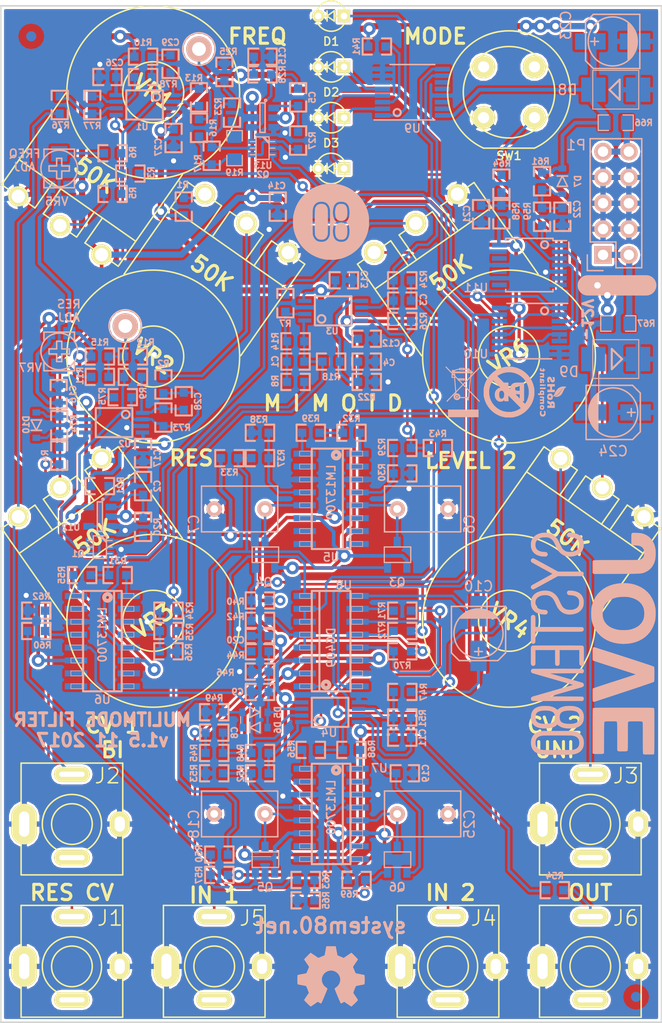
<source format=kicad_pcb>
(kicad_pcb (version 4) (host pcbnew 4.0.2-stable)
  (layers (0 F.Cu signal) (31 B.Cu signal) (34 B.Paste user) (35 F.Paste user) (36 B.SilkS user) (37 F.SilkS user) (38 B.Mask user) (39 F.Mask user) (44 Edge.Cuts user))
  (net 0 "")
  (net 1 "Net-(C1-Pad1)")
  (net 2 "Net-(C1-Pad2)")
  (net 3 "Net-(C2-Pad1)")
  (net 4 "Net-(C2-Pad2)")
  (net 5 "Net-(C3-Pad1)")
  (net 6 "Net-(C3-Pad2)")
  (net 7 "Net-(C4-Pad1)")
  (net 8 GND)
  (net 9 "Net-(C5-Pad1)")
  (net 10 "Net-(C5-Pad2)")
  (net 11 "Net-(C6-Pad1)")
  (net 12 "Net-(C7-Pad1)")
  (net 13 "Net-(C8-Pad1)")
  (net 14 "Net-(C8-Pad2)")
  (net 15 "Net-(C9-Pad1)")
  (net 16 "Net-(C10-Pad1)")
  (net 17 SWY2)
  (net 18 "Net-(C11-Pad1)")
  (net 19 "Net-(C11-Pad2)")
  (net 20 +12V)
  (net 21 -12V)
  (net 22 "Net-(C18-Pad1)")
  (net 23 "Net-(C21-Pad1)")
  (net 24 "Net-(C22-Pad1)")
  (net 25 "Net-(C25-Pad1)")
  (net 26 "Net-(D1-Pad2)")
  (net 27 "Net-(D2-Pad2)")
  (net 28 "Net-(D3-Pad2)")
  (net 29 "Net-(D4-Pad2)")
  (net 30 "Net-(D5-Pad2)")
  (net 31 "Net-(J1-Pad3)")
  (net 32 "Net-(J2-Pad3)")
  (net 33 "Net-(J3-Pad3)")
  (net 34 "Net-(J4-Pad3)")
  (net 35 "Net-(J5-Pad3)")
  (net 36 "Net-(J6-Pad3)")
  (net 37 "Net-(P1-Pad1)")
  (net 38 "Net-(P1-Pad10)")
  (net 39 "Net-(Q1-Pad1)")
  (net 40 RES_CTRL)
  (net 41 "Net-(Q1-Pad5)")
  (net 42 "Net-(Q2-Pad1)")
  (net 43 FREQ_CTRL)
  (net 44 "Net-(Q2-Pad5)")
  (net 45 "Net-(Q3-Pad1)")
  (net 46 "Net-(Q5-Pad1)")
  (net 47 "Net-(R3-Pad2)")
  (net 48 "Net-(R5-Pad2)")
  (net 49 "Net-(R6-Pad2)")
  (net 50 "Net-(R7-Pad2)")
  (net 51 "Net-(R11-Pad2)")
  (net 52 "Net-(R16-Pad1)")
  (net 53 "Net-(R19-Pad1)")
  (net 54 "Net-(R26-Pad1)")
  (net 55 "Net-(R29-Pad1)")
  (net 56 "Net-(R31-Pad1)")
  (net 57 "Net-(R32-Pad1)")
  (net 58 "Net-(R34-Pad1)")
  (net 59 "Net-(R37-Pad1)")
  (net 60 "Net-(R39-Pad1)")
  (net 61 "Net-(R41-Pad2)")
  (net 62 OUT2A)
  (net 63 SUM1)
  (net 64 SWX1)
  (net 65 "Net-(R48-Pad1)")
  (net 66 "Net-(R52-Pad1)")
  (net 67 "Net-(R55-Pad1)")
  (net 68 "Net-(R56-Pad1)")
  (net 69 "Net-(R59-Pad1)")
  (net 70 "Net-(R60-Pad1)")
  (net 71 "Net-(R63-Pad1)")
  (net 72 "Net-(R64-Pad2)")
  (net 73 "Net-(R68-Pad1)")
  (net 74 OUT4)
  (net 75 SUM2)
  (net 76 OUT2B)
  (net 77 "Net-(U10-Pad1)")
  (net 78 "Net-(U10-Pad15)")
  (net 79 "Net-(U10-Pad13)")
  (net 80 "Net-(U10-Pad3)")
  (net 81 "Net-(U10-Pad12)")
  (net 82 "Net-(D10-Pad2)")
  (net 83 "Net-(D10-Pad1)")
  (net 84 "Net-(R2-Pad2)")
  (net 85 "Net-(R76-Pad1)")
  (net 86 "Net-(R77-Pad1)")
  (net 87 "Net-(U1-Pad5)")
  (net 88 "Net-(J1-Pad2)")
  (net 89 "Net-(J2-Pad2)")
  (net 90 "Net-(J3-Pad2)")
  (net 91 "Net-(J4-Pad2)")
  (net 92 "Net-(J5-Pad2)")
  (net 93 "Net-(J6-Pad2)")
  (net 94 "Net-(U5-Pad2)")
  (net 95 "Net-(U5-Pad15)")
  (net 96 "Net-(U6-Pad2)")
  (net 97 "Net-(U6-Pad15)")
  (net 98 "Net-(U7-Pad2)")
  (net 99 "Net-(U7-Pad15)")
  (net 100 "Net-(U9-Pad11)")
  (net 101 "Net-(U9-Pad12)")
  (net 102 "Net-(U9-Pad14)")
  (net 103 "Net-(U9-Pad15)")
  (net 104 "Net-(U10-Pad14)")
  (net 105 "Net-(U11-Pad6)")
  (net 106 "Net-(U11-Pad8)")
  (net 107 "Net-(U11-Pad10)")
  (net 108 "Net-(U11-Pad12)")
  (net 109 "Net-(R1-Pad1)")
  (net 110 "Net-(C28-Pad1)")
  (net 111 "Net-(C28-Pad2)")
  (net 112 "Net-(C29-Pad1)")
  (net 113 "Net-(C29-Pad2)")
  (module LOGO (layer B.Cu) (at 66.75 74.75 270)
    (fp_text reference G*** hide)
    (fp_text value LOGO hide)
  )
  (module LOGO (layer B.Cu) (at 73.25 74.75 270)
    (fp_text reference G*** hide)
    (fp_text value LOGO hide)
  )
  (module w_logo:Logo_silk_WEEE_3.4x5mm (layer B.Cu) (at 57.5 50 180)
    (fp_text reference G*** hide)
    (fp_text value LOGO hide)
  )
  (module Logos:80_logo_7.5mm (layer B.Cu) (at 44.5 33.25 180)
    (fp_text reference G*** hide)
    (fp_text value LOGO hide)
  )
  (module MyModules:SM0603-R-JRL (layer B.Cu) (at 17.8 21.75 270)
    (fp_text reference R76 (at 2 -0.1 360) (layer B.SilkS) (effects (font (size 0.6096 0.6096) (thickness 0.1524)) (justify mirror)))
    (fp_text value 100K hide)
    (pad 1 smd rect (at -0.8509 0 270) (size 0.8128 0.8128) (layers B.Cu B.Paste B.Mask) (net 85 "Net-(R76-Pad1)"))
    (pad 2 smd rect (at 0.8509 0 270) (size 0.8128 0.8128) (layers B.Cu B.Paste B.Mask) (net 32 "Net-(J2-Pad3)"))
  )
  (module "SMD TRAN:sot323-6" (layer B.Cu) (at 37.75 26 270)
    (fp_text reference Q2 (at 2.6 -0.05 360) (layer B.SilkS) (effects (font (size 0.6096 0.6096) (thickness 0.1524)) (justify mirror)))
    (fp_text value BCM857BS hide)
    (pad 1 smd rect (at -0.65 -1 270) (size 0.5 0.8) (layers B.Cu B.Paste B.Mask) (net 42 "Net-(Q2-Pad1)") (clearance 0.14))
    (pad 5 smd rect (at 0 1 270) (size 0.5 0.8) (layers B.Cu B.Paste B.Mask) (net 44 "Net-(Q2-Pad5)") (clearance 0.14))
    (pad 3 smd rect (at 0.65 -1 270) (size 0.5 0.8) (layers B.Cu B.Paste B.Mask) (net 43 FREQ_CTRL) (clearance 0.14))
    (pad 2 smd rect (at 0 -1 270) (size 0.5 0.8) (layers B.Cu B.Paste B.Mask) (net 8 GND) (clearance 0.14))
    (pad 4 smd rect (at 0.65 1 270) (size 0.5 0.8) (layers B.Cu B.Paste B.Mask) (net 42 "Net-(Q2-Pad1)") (clearance 0.14))
    (pad 6 smd rect (at -0.65 1 270) (size 0.5 0.8) (layers B.Cu B.Paste B.Mask) (net 10 "Net-(C5-Pad2)") (clearance 0.14))
  )
  (module "SMD TRAN:sot323-6" (layer B.Cu) (at 21.75 65.25 270)
    (fp_text reference Q1 (at 0.65 2.15 360) (layer B.SilkS) (effects (font (size 0.6096 0.6096) (thickness 0.1524)) (justify mirror)))
    (fp_text value BCM857BS hide)
    (pad 1 smd rect (at -0.65 -1 270) (size 0.5 0.8) (layers B.Cu B.Paste B.Mask) (net 39 "Net-(Q1-Pad1)") (clearance 0.14))
    (pad 5 smd rect (at 0 1 270) (size 0.5 0.8) (layers B.Cu B.Paste B.Mask) (net 41 "Net-(Q1-Pad5)") (clearance 0.14))
    (pad 3 smd rect (at 0.65 -1 270) (size 0.5 0.8) (layers B.Cu B.Paste B.Mask) (net 40 RES_CTRL) (clearance 0.14))
    (pad 2 smd rect (at 0 -1 270) (size 0.5 0.8) (layers B.Cu B.Paste B.Mask) (net 8 GND) (clearance 0.14))
    (pad 4 smd rect (at 0.65 1 270) (size 0.5 0.8) (layers B.Cu B.Paste B.Mask) (net 39 "Net-(Q1-Pad1)") (clearance 0.14))
    (pad 6 smd rect (at -0.65 1 270) (size 0.5 0.8) (layers B.Cu B.Paste B.Mask) (net 4 "Net-(C2-Pad2)") (clearance 0.14))
  )
  (module MyModules:RV16A-41-JRL (layer F.Cu) (at 27 20.5 325)
    (fp_text reference VR1 (at 0 0 325) (layer F.SilkS) (effects (font (thickness 0.3048))))
    (fp_text value 50K (at 0 9.99998 325) (layer F.SilkS) (effects (font (thickness 0.3048))))
    (pad 2 thru_hole circle (at 0 16 325) (size 1.99898 1.99898) (drill 1.30048) (layers *.Cu *.Mask F.SilkS) (net 48 "Net-(R5-Pad2)"))
    (pad 3 thru_hole circle (at 5 16 325) (size 1.99898 1.99898) (drill 1.30048) (layers *.Cu *.Mask F.SilkS) (net 20 +12V))
    (pad 1 thru_hole circle (at -5 16 325) (size 1.99898 1.99898) (drill 1.30048) (layers *.Cu *.Mask F.SilkS) (net 8 GND))
  )
  (module synth:KS-01Q-02-JRL (layer F.Cu) (at 62 20.5 180)
    (fp_text reference SW1 (at 0 -6.25 180) (layer F.SilkS) (effects (font (size 0.8128 0.8128) (thickness 0.1524))))
    (fp_text value KS-01Q hide)
    (pad 4 thru_hole circle (at 2.5 2.5 180) (size 2.25 2.25) (drill 1.1) (layers *.Cu *.Mask F.SilkS))
    (pad 3 thru_hole circle (at -2.5 2.5 180) (size 2.25 2.25) (drill 1.1) (layers *.Cu *.Mask F.SilkS))
    (pad 1 thru_hole circle (at -2.5 -2.5 180) (size 2.25 2.25) (drill 1.1) (layers *.Cu *.Mask F.SilkS) (net 72 "Net-(R64-Pad2)"))
    (pad 2 thru_hole circle (at 2.5 -2.5 180) (size 2.25 2.25) (drill 1.1) (layers *.Cu *.Mask F.SilkS) (net 8 GND))
  )
  (module "MyModules:TEST POINT" (layer B.Cu) (at 24.25 43.5)
    (fp_text reference TP1 hide)
    (fp_text value TEST_POINT hide)
    (pad 1 thru_hole circle (at 0 0) (size 2.5 2.5) (drill 1.35) (layers *.Cu *.Mask B.SilkS) (net 41 "Net-(Q1-Pad5)"))
  )
  (module "MyModules:TEST POINT" (layer B.Cu) (at 31.5 16.25)
    (fp_text reference TP2 hide)
    (fp_text value TEST_POINT hide)
    (pad 1 thru_hole circle (at 0 0) (size 2.5 2.5) (drill 1.35) (layers *.Cu *.Mask B.SilkS) (net 44 "Net-(Q2-Pad5)"))
  )
  (module Housings_SSOP:TSSOP-16_4.4x5mm_Pitch0.65mm (layer B.Cu) (at 52.5 20.5)
    (fp_text reference U9 (at 0 3.55) (layer B.SilkS) (effects (font (size 0.8128 0.8128) (thickness 0.1524)) (justify mirror)))
    (fp_text value CD4052 hide)
    (pad 1 smd rect (at -2.95 2.275) (size 1.5 0.45) (layers B.Cu B.Paste B.Mask) (net 26 "Net-(D1-Pad2)"))
    (pad 2 smd rect (at -2.95 1.625) (size 1.5 0.45) (layers B.Cu B.Paste B.Mask) (net 28 "Net-(D3-Pad2)"))
    (pad 3 smd rect (at -2.95 0.975) (size 1.5 0.45) (layers B.Cu B.Paste B.Mask) (net 61 "Net-(R41-Pad2)"))
    (pad 4 smd rect (at -2.95 0.325) (size 1.5 0.45) (layers B.Cu B.Paste B.Mask) (net 29 "Net-(D4-Pad2)"))
    (pad 5 smd rect (at -2.95 -0.325) (size 1.5 0.45) (layers B.Cu B.Paste B.Mask) (net 27 "Net-(D2-Pad2)"))
    (pad 6 smd rect (at -2.95 -0.975) (size 1.5 0.45) (layers B.Cu B.Paste B.Mask) (net 8 GND))
    (pad 7 smd rect (at -2.95 -1.625) (size 1.5 0.45) (layers B.Cu B.Paste B.Mask) (net 8 GND))
    (pad 8 smd rect (at -2.95 -2.275) (size 1.5 0.45) (layers B.Cu B.Paste B.Mask) (net 8 GND))
    (pad 9 smd rect (at 2.95 -2.275) (size 1.5 0.45) (layers B.Cu B.Paste B.Mask) (net 78 "Net-(U10-Pad15)"))
    (pad 10 smd rect (at 2.95 -1.625) (size 1.5 0.45) (layers B.Cu B.Paste B.Mask) (net 77 "Net-(U10-Pad1)"))
    (pad 11 smd rect (at 2.95 -0.975) (size 1.5 0.45) (layers B.Cu B.Paste B.Mask) (net 100 "Net-(U9-Pad11)"))
    (pad 12 smd rect (at 2.95 -0.325) (size 1.5 0.45) (layers B.Cu B.Paste B.Mask) (net 101 "Net-(U9-Pad12)"))
    (pad 13 smd rect (at 2.95 0.325) (size 1.5 0.45) (layers B.Cu B.Paste B.Mask) (net 8 GND))
    (pad 14 smd rect (at 2.95 0.975) (size 1.5 0.45) (layers B.Cu B.Paste B.Mask) (net 102 "Net-(U9-Pad14)"))
    (pad 15 smd rect (at 2.95 1.625) (size 1.5 0.45) (layers B.Cu B.Paste B.Mask) (net 103 "Net-(U9-Pad15)"))
    (pad 16 smd rect (at 2.95 2.275) (size 1.5 0.45) (layers B.Cu B.Paste B.Mask) (net 20 +12V))
  )
  (module Housings_SSOP:TSSOP-16_4.4x5mm_Pitch0.65mm (layer B.Cu) (at 64 44 180)
    (fp_text reference U10 (at 5.25 -2.25 180) (layer B.SilkS) (effects (font (size 0.8128 0.8128) (thickness 0.1524)) (justify mirror)))
    (fp_text value CD4027 hide)
    (pad 1 smd rect (at -2.95 2.275 180) (size 1.5 0.45) (layers B.Cu B.Paste B.Mask) (net 77 "Net-(U10-Pad1)"))
    (pad 2 smd rect (at -2.95 1.625 180) (size 1.5 0.45) (layers B.Cu B.Paste B.Mask) (net 79 "Net-(U10-Pad13)"))
    (pad 3 smd rect (at -2.95 0.975 180) (size 1.5 0.45) (layers B.Cu B.Paste B.Mask) (net 80 "Net-(U10-Pad3)"))
    (pad 4 smd rect (at -2.95 0.325 180) (size 1.5 0.45) (layers B.Cu B.Paste B.Mask) (net 81 "Net-(U10-Pad12)"))
    (pad 5 smd rect (at -2.95 -0.325 180) (size 1.5 0.45) (layers B.Cu B.Paste B.Mask) (net 20 +12V))
    (pad 6 smd rect (at -2.95 -0.975 180) (size 1.5 0.45) (layers B.Cu B.Paste B.Mask) (net 20 +12V))
    (pad 7 smd rect (at -2.95 -1.625 180) (size 1.5 0.45) (layers B.Cu B.Paste B.Mask) (net 8 GND))
    (pad 8 smd rect (at -2.95 -2.275 180) (size 1.5 0.45) (layers B.Cu B.Paste B.Mask) (net 8 GND))
    (pad 9 smd rect (at 2.95 -2.275 180) (size 1.5 0.45) (layers B.Cu B.Paste B.Mask) (net 8 GND))
    (pad 10 smd rect (at 2.95 -1.625 180) (size 1.5 0.45) (layers B.Cu B.Paste B.Mask) (net 20 +12V))
    (pad 11 smd rect (at 2.95 -0.975 180) (size 1.5 0.45) (layers B.Cu B.Paste B.Mask) (net 20 +12V))
    (pad 12 smd rect (at 2.95 -0.325 180) (size 1.5 0.45) (layers B.Cu B.Paste B.Mask) (net 81 "Net-(U10-Pad12)"))
    (pad 13 smd rect (at 2.95 0.325 180) (size 1.5 0.45) (layers B.Cu B.Paste B.Mask) (net 79 "Net-(U10-Pad13)"))
    (pad 14 smd rect (at 2.95 0.975 180) (size 1.5 0.45) (layers B.Cu B.Paste B.Mask) (net 104 "Net-(U10-Pad14)"))
    (pad 15 smd rect (at 2.95 1.625 180) (size 1.5 0.45) (layers B.Cu B.Paste B.Mask) (net 78 "Net-(U10-Pad15)"))
    (pad 16 smd rect (at 2.95 2.275 180) (size 1.5 0.45) (layers B.Cu B.Paste B.Mask) (net 20 +12V))
  )
  (module Housings_SSOP:TSSOP-14_4.4x5mm_Pitch0.65mm (layer B.Cu) (at 64 37.5 180)
    (fp_text reference U11 (at 5.25 -2.25 180) (layer B.SilkS) (effects (font (size 0.8128 0.8128) (thickness 0.1524)) (justify mirror)))
    (fp_text value CD40106 hide)
    (pad 1 smd rect (at -2.95 1.95 180) (size 1.45 0.45) (layers B.Cu B.Paste B.Mask) (net 69 "Net-(R59-Pad1)"))
    (pad 2 smd rect (at -2.95 1.3 180) (size 1.45 0.45) (layers B.Cu B.Paste B.Mask) (net 81 "Net-(U10-Pad12)"))
    (pad 3 smd rect (at -2.95 0.65 180) (size 1.45 0.45) (layers B.Cu B.Paste B.Mask) (net 23 "Net-(C21-Pad1)"))
    (pad 4 smd rect (at -2.95 0 180) (size 1.45 0.45) (layers B.Cu B.Paste B.Mask) (net 80 "Net-(U10-Pad3)"))
    (pad 5 smd rect (at -2.95 -0.65 180) (size 1.45 0.45) (layers B.Cu B.Paste B.Mask) (net 8 GND))
    (pad 6 smd rect (at -2.95 -1.3 180) (size 1.45 0.45) (layers B.Cu B.Paste B.Mask) (net 105 "Net-(U11-Pad6)"))
    (pad 7 smd rect (at -2.95 -1.95 180) (size 1.45 0.45) (layers B.Cu B.Paste B.Mask) (net 8 GND))
    (pad 8 smd rect (at 2.95 -1.95 180) (size 1.45 0.45) (layers B.Cu B.Paste B.Mask) (net 106 "Net-(U11-Pad8)"))
    (pad 9 smd rect (at 2.95 -1.3 180) (size 1.45 0.45) (layers B.Cu B.Paste B.Mask) (net 8 GND))
    (pad 10 smd rect (at 2.95 -0.65 180) (size 1.45 0.45) (layers B.Cu B.Paste B.Mask) (net 107 "Net-(U11-Pad10)"))
    (pad 11 smd rect (at 2.95 0 180) (size 1.45 0.45) (layers B.Cu B.Paste B.Mask) (net 8 GND))
    (pad 12 smd rect (at 2.95 0.65 180) (size 1.45 0.45) (layers B.Cu B.Paste B.Mask) (net 108 "Net-(U11-Pad12)"))
    (pad 13 smd rect (at 2.95 1.3 180) (size 1.45 0.45) (layers B.Cu B.Paste B.Mask) (net 8 GND))
    (pad 14 smd rect (at 2.95 1.95 180) (size 1.45 0.45) (layers B.Cu B.Paste B.Mask) (net 20 +12V))
  )
  (module MyModules:SO16-JRL (layer B.Cu) (at 44.5 60.5 270)
    (fp_text reference U5 (at 5.75 0 360) (layer B.SilkS) (effects (font (size 0.8128 0.8128) (thickness 0.1524)) (justify mirror)))
    (fp_text value LM13700 (at -0.635 0 270) (layer B.SilkS) (effects (font (size 0.8128 0.8128) (thickness 0.1524)) (justify mirror)))
    (pad 1 smd rect (at -4.445 -2.59842 270) (size 0.59944 2.19964) (layers B.Cu B.Paste B.Mask) (net 57 "Net-(R32-Pad1)"))
    (pad 2 smd rect (at -3.175 -2.59842 270) (size 0.59944 2.19964) (layers B.Cu B.Paste B.Mask) (net 94 "Net-(U5-Pad2)"))
    (pad 3 smd rect (at -1.905 -2.59842 270) (size 0.59944 2.19964) (layers B.Cu B.Paste B.Mask) (net 8 GND))
    (pad 4 smd rect (at -0.635 -2.59842 270) (size 0.59944 2.19964) (layers B.Cu B.Paste B.Mask) (net 55 "Net-(R29-Pad1)"))
    (pad 5 smd rect (at 0.635 -2.59842 270) (size 0.59944 2.19964) (layers B.Cu B.Paste B.Mask) (net 11 "Net-(C6-Pad1)"))
    (pad 6 smd rect (at 1.905 -2.59842 270) (size 0.59944 2.19964) (layers B.Cu B.Paste B.Mask) (net 21 -12V))
    (pad 7 smd rect (at 3.175 -2.59842 270) (size 0.59944 2.19964) (layers B.Cu B.Paste B.Mask))
    (pad 8 smd rect (at 4.445 -2.59842 270) (size 0.59944 2.19964) (layers B.Cu B.Paste B.Mask))
    (pad 9 smd rect (at 4.445 2.59842 270) (size 0.59944 2.19964) (layers B.Cu B.Paste B.Mask))
    (pad 10 smd rect (at 3.175 2.59842 270) (size 0.59944 2.19964) (layers B.Cu B.Paste B.Mask))
    (pad 11 smd rect (at 1.905 2.59842 270) (size 0.59944 2.19964) (layers B.Cu B.Paste B.Mask) (net 20 +12V))
    (pad 12 smd rect (at 0.635 2.59842 270) (size 0.59944 2.19964) (layers B.Cu B.Paste B.Mask) (net 12 "Net-(C7-Pad1)"))
    (pad 13 smd rect (at -0.635 2.59842 270) (size 0.59944 2.19964) (layers B.Cu B.Paste B.Mask) (net 59 "Net-(R37-Pad1)"))
    (pad 14 smd rect (at -1.905 2.59842 270) (size 0.59944 2.19964) (layers B.Cu B.Paste B.Mask) (net 8 GND))
    (pad 15 smd rect (at -3.175 2.59842 270) (size 0.59944 2.19964) (layers B.Cu B.Paste B.Mask) (net 95 "Net-(U5-Pad15)"))
    (pad 16 smd rect (at -4.445 2.59842 270) (size 0.59944 2.19964) (layers B.Cu B.Paste B.Mask) (net 60 "Net-(R39-Pad1)"))
  )
  (module MyModules:SO16-JRL (layer B.Cu) (at 22 74.5 270)
    (fp_text reference U6 (at 5.75 0 540) (layer B.SilkS) (effects (font (size 0.8128 0.8128) (thickness 0.1524)) (justify mirror)))
    (fp_text value LM13700 (at -0.635 0 270) (layer B.SilkS) (effects (font (size 0.8128 0.8128) (thickness 0.1524)) (justify mirror)))
    (pad 1 smd rect (at -4.445 -2.59842 270) (size 0.59944 2.19964) (layers B.Cu B.Paste B.Mask) (net 56 "Net-(R31-Pad1)"))
    (pad 2 smd rect (at -3.175 -2.59842 270) (size 0.59944 2.19964) (layers B.Cu B.Paste B.Mask) (net 96 "Net-(U6-Pad2)"))
    (pad 3 smd rect (at -1.905 -2.59842 270) (size 0.59944 2.19964) (layers B.Cu B.Paste B.Mask) (net 8 GND))
    (pad 4 smd rect (at -0.635 -2.59842 270) (size 0.59944 2.19964) (layers B.Cu B.Paste B.Mask) (net 58 "Net-(R34-Pad1)"))
    (pad 5 smd rect (at 0.635 -2.59842 270) (size 0.59944 2.19964) (layers B.Cu B.Paste B.Mask) (net 6 "Net-(C3-Pad2)"))
    (pad 6 smd rect (at 1.905 -2.59842 270) (size 0.59944 2.19964) (layers B.Cu B.Paste B.Mask) (net 21 -12V))
    (pad 7 smd rect (at 3.175 -2.59842 270) (size 0.59944 2.19964) (layers B.Cu B.Paste B.Mask))
    (pad 8 smd rect (at 4.445 -2.59842 270) (size 0.59944 2.19964) (layers B.Cu B.Paste B.Mask))
    (pad 9 smd rect (at 4.445 2.59842 270) (size 0.59944 2.19964) (layers B.Cu B.Paste B.Mask))
    (pad 10 smd rect (at 3.175 2.59842 270) (size 0.59944 2.19964) (layers B.Cu B.Paste B.Mask))
    (pad 11 smd rect (at 1.905 2.59842 270) (size 0.59944 2.19964) (layers B.Cu B.Paste B.Mask) (net 20 +12V))
    (pad 12 smd rect (at 0.635 2.59842 270) (size 0.59944 2.19964) (layers B.Cu B.Paste B.Mask) (net 14 "Net-(C8-Pad2)"))
    (pad 13 smd rect (at -0.635 2.59842 270) (size 0.59944 2.19964) (layers B.Cu B.Paste B.Mask) (net 70 "Net-(R60-Pad1)"))
    (pad 14 smd rect (at -1.905 2.59842 270) (size 0.59944 2.19964) (layers B.Cu B.Paste B.Mask) (net 8 GND))
    (pad 15 smd rect (at -3.175 2.59842 270) (size 0.59944 2.19964) (layers B.Cu B.Paste B.Mask) (net 97 "Net-(U6-Pad15)"))
    (pad 16 smd rect (at -4.445 2.59842 270) (size 0.59944 2.19964) (layers B.Cu B.Paste B.Mask) (net 67 "Net-(R55-Pad1)"))
  )
  (module MyModules:SO16-JRL (layer B.Cu) (at 44.5 91.5 270)
    (fp_text reference U7 (at -4.5 -4.75 360) (layer B.SilkS) (effects (font (size 0.8128 0.8128) (thickness 0.1524)) (justify mirror)))
    (fp_text value LM13700 (at -0.635 0 270) (layer B.SilkS) (effects (font (size 0.8128 0.8128) (thickness 0.1524)) (justify mirror)))
    (pad 1 smd rect (at -4.445 -2.59842 270) (size 0.59944 2.19964) (layers B.Cu B.Paste B.Mask) (net 73 "Net-(R68-Pad1)"))
    (pad 2 smd rect (at -3.175 -2.59842 270) (size 0.59944 2.19964) (layers B.Cu B.Paste B.Mask) (net 98 "Net-(U7-Pad2)"))
    (pad 3 smd rect (at -1.905 -2.59842 270) (size 0.59944 2.19964) (layers B.Cu B.Paste B.Mask) (net 8 GND))
    (pad 4 smd rect (at -0.635 -2.59842 270) (size 0.59944 2.19964) (layers B.Cu B.Paste B.Mask) (net 71 "Net-(R63-Pad1)"))
    (pad 5 smd rect (at 0.635 -2.59842 270) (size 0.59944 2.19964) (layers B.Cu B.Paste B.Mask) (net 25 "Net-(C25-Pad1)"))
    (pad 6 smd rect (at 1.905 -2.59842 270) (size 0.59944 2.19964) (layers B.Cu B.Paste B.Mask) (net 21 -12V))
    (pad 7 smd rect (at 3.175 -2.59842 270) (size 0.59944 2.19964) (layers B.Cu B.Paste B.Mask))
    (pad 8 smd rect (at 4.445 -2.59842 270) (size 0.59944 2.19964) (layers B.Cu B.Paste B.Mask))
    (pad 9 smd rect (at 4.445 2.59842 270) (size 0.59944 2.19964) (layers B.Cu B.Paste B.Mask))
    (pad 10 smd rect (at 3.175 2.59842 270) (size 0.59944 2.19964) (layers B.Cu B.Paste B.Mask))
    (pad 11 smd rect (at 1.905 2.59842 270) (size 0.59944 2.19964) (layers B.Cu B.Paste B.Mask) (net 20 +12V))
    (pad 12 smd rect (at 0.635 2.59842 270) (size 0.59944 2.19964) (layers B.Cu B.Paste B.Mask) (net 22 "Net-(C18-Pad1)"))
    (pad 13 smd rect (at -0.635 2.59842 270) (size 0.59944 2.19964) (layers B.Cu B.Paste B.Mask) (net 66 "Net-(R52-Pad1)"))
    (pad 14 smd rect (at -1.905 2.59842 270) (size 0.59944 2.19964) (layers B.Cu B.Paste B.Mask) (net 8 GND))
    (pad 15 smd rect (at -3.175 2.59842 270) (size 0.59944 2.19964) (layers B.Cu B.Paste B.Mask) (net 99 "Net-(U7-Pad15)"))
    (pad 16 smd rect (at -4.445 2.59842 270) (size 0.59944 2.19964) (layers B.Cu B.Paste B.Mask) (net 68 "Net-(R56-Pad1)"))
  )
  (module MyModules:SO16-JRL (layer B.Cu) (at 44.5 74.5 90)
    (fp_text reference U8 (at 5.5 1.25 360) (layer B.SilkS) (effects (font (size 0.8128 0.8128) (thickness 0.1524)) (justify mirror)))
    (fp_text value DG409 (at -0.635 0 90) (layer B.SilkS) (effects (font (size 0.8128 0.8128) (thickness 0.1524)) (justify mirror)))
    (pad 1 smd rect (at -4.445 -2.59842 90) (size 0.59944 2.19964) (layers B.Cu B.Paste B.Mask) (net 77 "Net-(U10-Pad1)"))
    (pad 2 smd rect (at -3.175 -2.59842 90) (size 0.59944 2.19964) (layers B.Cu B.Paste B.Mask) (net 20 +12V))
    (pad 3 smd rect (at -1.905 -2.59842 90) (size 0.59944 2.19964) (layers B.Cu B.Paste B.Mask) (net 21 -12V))
    (pad 4 smd rect (at -0.635 -2.59842 90) (size 0.59944 2.19964) (layers B.Cu B.Paste B.Mask) (net 62 OUT2A))
    (pad 5 smd rect (at 0.635 -2.59842 90) (size 0.59944 2.19964) (layers B.Cu B.Paste B.Mask) (net 62 OUT2A))
    (pad 6 smd rect (at 1.905 -2.59842 90) (size 0.59944 2.19964) (layers B.Cu B.Paste B.Mask) (net 63 SUM1))
    (pad 7 smd rect (at 3.175 -2.59842 90) (size 0.59944 2.19964) (layers B.Cu B.Paste B.Mask) (net 63 SUM1))
    (pad 8 smd rect (at 4.445 -2.59842 90) (size 0.59944 2.19964) (layers B.Cu B.Paste B.Mask) (net 64 SWX1))
    (pad 9 smd rect (at 4.445 2.59842 90) (size 0.59944 2.19964) (layers B.Cu B.Paste B.Mask) (net 17 SWY2))
    (pad 10 smd rect (at 3.175 2.59842 90) (size 0.59944 2.19964) (layers B.Cu B.Paste B.Mask) (net 75 SUM2))
    (pad 11 smd rect (at 1.905 2.59842 90) (size 0.59944 2.19964) (layers B.Cu B.Paste B.Mask) (net 74 OUT4))
    (pad 12 smd rect (at 0.635 2.59842 90) (size 0.59944 2.19964) (layers B.Cu B.Paste B.Mask) (net 76 OUT2B))
    (pad 13 smd rect (at -0.635 2.59842 90) (size 0.59944 2.19964) (layers B.Cu B.Paste B.Mask) (net 74 OUT4))
    (pad 14 smd rect (at -1.905 2.59842 90) (size 0.59944 2.19964) (layers B.Cu B.Paste B.Mask) (net 20 +12V))
    (pad 15 smd rect (at -3.175 2.59842 90) (size 0.59944 2.19964) (layers B.Cu B.Paste B.Mask) (net 8 GND))
    (pad 16 smd rect (at -4.445 2.59842 90) (size 0.59944 2.19964) (layers B.Cu B.Paste B.Mask) (net 78 "Net-(U10-Pad15)"))
  )
  (module MyModules:SM0805-HAND (layer B.Cu) (at 35 26 270)
    (fp_text reference R19 (at 2.4 0 360) (layer B.SilkS) (effects (font (size 0.6096 0.6096) (thickness 0.1524)) (justify mirror)))
    (fp_text value "10K NTC" hide)
    (pad 1 smd rect (at -1.0795 0 270) (size 1.143 1.397) (layers B.Cu B.Paste B.Mask) (net 53 "Net-(R19-Pad1)"))
    (pad 2 smd rect (at 1.0795 0 270) (size 1.143 1.397) (layers B.Cu B.Paste B.Mask) (net 52 "Net-(R16-Pad1)"))
  )
  (module MyModules:SM0805-HAND (layer B.Cu) (at 72.75 43.25)
    (fp_text reference R67 (at 2.75 0) (layer B.SilkS) (effects (font (size 0.6096 0.6096) (thickness 0.1524)) (justify mirror)))
    (fp_text value 10 hide)
    (pad 1 smd rect (at -1.0795 0) (size 1.143 1.397) (layers B.Cu B.Paste B.Mask) (net 21 -12V))
    (pad 2 smd rect (at 1.0795 0) (size 1.143 1.397) (layers B.Cu B.Paste B.Mask) (net 37 "Net-(P1-Pad1)"))
  )
  (module MyModules:SM0805-HAND (layer B.Cu) (at 72.5 23.5)
    (fp_text reference R66 (at 2.75 0) (layer B.SilkS) (effects (font (size 0.6096 0.6096) (thickness 0.1524)) (justify mirror)))
    (fp_text value 10 hide)
    (pad 1 smd rect (at -1.0795 0) (size 1.143 1.397) (layers B.Cu B.Paste B.Mask) (net 20 +12V))
    (pad 2 smd rect (at 1.0795 0) (size 1.143 1.397) (layers B.Cu B.Paste B.Mask) (net 38 "Net-(P1-Pad10)"))
  )
  (module MyModules:SMB-1C2A (layer B.Cu) (at 72.5 20.25)
    (fp_text reference D8 (at -4.75 0) (layer B.SilkS) (effects (justify mirror)))
    (fp_text value S1BB hide)
    (pad 2 smd rect (at 2.19964 0) (size 2.39776 2.39776) (layers B.Cu B.Paste B.Mask) (net 8 GND))
    (pad 1 smd rect (at -2.19964 0) (size 2.39776 2.39776) (layers B.Cu B.Paste B.Mask) (net 20 +12V))
  )
  (module MyModules:SMB-1C2A (layer B.Cu) (at 72.5 46.75 180)
    (fp_text reference D9 (at 4.6 -1.25 360) (layer B.SilkS) (effects (justify mirror)))
    (fp_text value S1BB hide)
    (pad 2 smd rect (at 2.19964 0 180) (size 2.39776 2.39776) (layers B.Cu B.Paste B.Mask) (net 21 -12V))
    (pad 1 smd rect (at -2.19964 0 180) (size 2.39776 2.39776) (layers B.Cu B.Paste B.Mask) (net 8 GND))
  )
  (module MyModules:3MM-LED-C1A2 (layer F.Cu) (at 44.5 28 180)
    (fp_text reference D4 (at 0 -2.5 180) (layer F.SilkS) (effects (font (size 0.8128 0.8128))))
    (fp_text value LED hide)
    (pad 2 thru_hole rect (at -1.27 0 180) (size 1.2 1.2) (drill 0.65) (layers *.Cu *.Mask F.SilkS) (net 29 "Net-(D4-Pad2)"))
    (pad 1 thru_hole circle (at 1.27 0 180) (size 1.2 1.2) (drill 0.65) (layers *.Cu *.Mask F.SilkS) (net 8 GND))
  )
  (module MyModules:3MM-LED-C1A2 (layer F.Cu) (at 44.5 23 180)
    (fp_text reference D3 (at 0 -2.5 180) (layer F.SilkS) (effects (font (size 0.8128 0.8128))))
    (fp_text value LED hide)
    (pad 2 thru_hole rect (at -1.27 0 180) (size 1.2 1.2) (drill 0.65) (layers *.Cu *.Mask F.SilkS) (net 28 "Net-(D3-Pad2)"))
    (pad 1 thru_hole circle (at 1.27 0 180) (size 1.2 1.2) (drill 0.65) (layers *.Cu *.Mask F.SilkS) (net 8 GND))
  )
  (module MyModules:3MM-LED-C1A2 (layer F.Cu) (at 44.5 18 180)
    (fp_text reference D2 (at 0 -2.5 180) (layer F.SilkS) (effects (font (size 0.8128 0.8128))))
    (fp_text value LED hide)
    (pad 2 thru_hole rect (at -1.27 0 180) (size 1.2 1.2) (drill 0.65) (layers *.Cu *.Mask F.SilkS) (net 27 "Net-(D2-Pad2)"))
    (pad 1 thru_hole circle (at 1.27 0 180) (size 1.2 1.2) (drill 0.65) (layers *.Cu *.Mask F.SilkS) (net 8 GND))
  )
  (module MyModules:3MM-LED-C1A2 (layer F.Cu) (at 44.5 13 180)
    (fp_text reference D1 (at 0 -2.5 180) (layer F.SilkS) (effects (font (size 0.8128 0.8128))))
    (fp_text value LED hide)
    (pad 2 thru_hole rect (at -1.27 0 180) (size 1.2 1.2) (drill 0.65) (layers *.Cu *.Mask F.SilkS) (net 26 "Net-(D1-Pad2)"))
    (pad 1 thru_hole circle (at 1.27 0 180) (size 1.2 1.2) (drill 0.65) (layers *.Cu *.Mask F.SilkS) (net 8 GND))
  )
  (module Capacitors_SMD:c_elec_5x5.3 (layer B.Cu) (at 59 73.75 270)
    (fp_text reference C10 (at -4.65 0 360) (layer B.SilkS) (effects (justify mirror)))
    (fp_text value 10μF hide)
    (pad 1 smd rect (at 2.19964 0 270) (size 2.99974 1.6002) (layers B.Cu B.Paste B.Mask) (net 16 "Net-(C10-Pad1)"))
    (pad 2 smd rect (at -2.19964 0 270) (size 2.99974 1.6002) (layers B.Cu B.Paste B.Mask) (net 17 SWY2))
  )
  (module Capacitors_SMD:c_elec_5x5.3 (layer B.Cu) (at 72.2 15.5 180)
    (fp_text reference C23 (at 4.6 1.6 270) (layer B.SilkS) (effects (justify mirror)))
    (fp_text value 10μF hide)
    (pad 1 smd rect (at 2.19964 0 180) (size 2.99974 1.6002) (layers B.Cu B.Paste B.Mask) (net 20 +12V))
    (pad 2 smd rect (at -2.19964 0 180) (size 2.99974 1.6002) (layers B.Cu B.Paste B.Mask) (net 8 GND))
  )
  (module Capacitors_SMD:c_elec_5x5.3 (layer B.Cu) (at 72.25 52)
    (fp_text reference C24 (at 0 3.81) (layer B.SilkS) (effects (justify mirror)))
    (fp_text value 10μF)
    (pad 1 smd rect (at 2.19964 0) (size 2.99974 1.6002) (layers B.Cu B.Paste B.Mask) (net 8 GND))
    (pad 2 smd rect (at -2.19964 0) (size 2.99974 1.6002) (layers B.Cu B.Paste B.Mask) (net 21 -12V))
  )
  (module MyModules:TSSOP8-JRL (layer B.Cu) (at 26.25 21.75 270)
    (fp_text reference U1 (at 2.15 0.35 360) (layer B.SilkS) (effects (font (size 0.6096 0.6096) (thickness 0.1524)) (justify mirror)))
    (fp_text value TL072- hide)
    (pad 1 smd rect (at -0.9554 -2.694 270) (size 0.4 1.30048) (layers B.Cu B.Paste B.Mask) (net 112 "Net-(C29-Pad1)"))
    (pad 2 smd rect (at -0.3204 -2.694 270) (size 0.4 1.30048) (layers B.Cu B.Paste B.Mask) (net 113 "Net-(C29-Pad2)"))
    (pad 3 smd rect (at 0.34 -2.694 270) (size 0.4 1.30048) (layers B.Cu B.Paste B.Mask) (net 8 GND))
    (pad 4 smd rect (at 0.975 -2.694 270) (size 0.4 1.30048) (layers B.Cu B.Paste B.Mask) (net 21 -12V))
    (pad 5 smd rect (at 0.975 2.894 270) (size 0.4 1.30048) (layers B.Cu B.Paste B.Mask) (net 87 "Net-(U1-Pad5)"))
    (pad 6 smd rect (at 0.3273 2.894 270) (size 0.4 1.30048) (layers B.Cu B.Paste B.Mask) (net 85 "Net-(R76-Pad1)"))
    (pad 7 smd rect (at -0.3204 2.894 270) (size 0.4 1.30048) (layers B.Cu B.Paste B.Mask) (net 86 "Net-(R77-Pad1)"))
    (pad 8 smd rect (at -0.9681 2.894 270) (size 0.4 1.30048) (layers B.Cu B.Paste B.Mask) (net 20 +12V))
  )
  (module MyModules:TSSOP8-JRL (layer B.Cu) (at 23.25 53 270)
    (fp_text reference U2 (at 2.1 -0.95 360) (layer B.SilkS) (effects (font (size 0.6096 0.6096) (thickness 0.1524)) (justify mirror)))
    (fp_text value TL072- hide)
    (pad 1 smd rect (at -0.9554 -2.694 270) (size 0.4 1.30048) (layers B.Cu B.Paste B.Mask) (net 110 "Net-(C28-Pad1)"))
    (pad 2 smd rect (at -0.3204 -2.694 270) (size 0.4 1.30048) (layers B.Cu B.Paste B.Mask) (net 111 "Net-(C28-Pad2)"))
    (pad 3 smd rect (at 0.34 -2.694 270) (size 0.4 1.30048) (layers B.Cu B.Paste B.Mask) (net 8 GND))
    (pad 4 smd rect (at 0.975 -2.694 270) (size 0.4 1.30048) (layers B.Cu B.Paste B.Mask) (net 21 -12V))
    (pad 5 smd rect (at 0.975 2.894 270) (size 0.4 1.30048) (layers B.Cu B.Paste B.Mask) (net 8 GND))
    (pad 6 smd rect (at 0.3273 2.894 270) (size 0.4 1.30048) (layers B.Cu B.Paste B.Mask) (net 83 "Net-(D10-Pad1)"))
    (pad 7 smd rect (at -0.3204 2.894 270) (size 0.4 1.30048) (layers B.Cu B.Paste B.Mask) (net 82 "Net-(D10-Pad2)"))
    (pad 8 smd rect (at -0.9681 2.894 270) (size 0.4 1.30048) (layers B.Cu B.Paste B.Mask) (net 20 +12V))
  )
  (module MyModules:TSSOP8-JRL (layer B.Cu) (at 44.6 42 90)
    (fp_text reference U3 (at -2 0 180) (layer B.SilkS) (effects (font (size 0.6096 0.6096) (thickness 0.1524)) (justify mirror)))
    (fp_text value TL072- hide)
    (pad 1 smd rect (at -0.9554 -2.694 90) (size 0.4 1.30048) (layers B.Cu B.Paste B.Mask) (net 1 "Net-(C1-Pad1)"))
    (pad 2 smd rect (at -0.3204 -2.694 90) (size 0.4 1.30048) (layers B.Cu B.Paste B.Mask) (net 2 "Net-(C1-Pad2)"))
    (pad 3 smd rect (at 0.34 -2.694 90) (size 0.4 1.30048) (layers B.Cu B.Paste B.Mask) (net 8 GND))
    (pad 4 smd rect (at 0.975 -2.694 90) (size 0.4 1.30048) (layers B.Cu B.Paste B.Mask) (net 21 -12V))
    (pad 5 smd rect (at 0.975 2.894 90) (size 0.4 1.30048) (layers B.Cu B.Paste B.Mask) (net 7 "Net-(C4-Pad1)"))
    (pad 6 smd rect (at 0.3273 2.894 90) (size 0.4 1.30048) (layers B.Cu B.Paste B.Mask) (net 6 "Net-(C3-Pad2)"))
    (pad 7 smd rect (at -0.3204 2.894 90) (size 0.4 1.30048) (layers B.Cu B.Paste B.Mask) (net 54 "Net-(R26-Pad1)"))
    (pad 8 smd rect (at -0.9681 2.894 90) (size 0.4 1.30048) (layers B.Cu B.Paste B.Mask) (net 20 +12V))
  )
  (module MyModules:TSSOP8-JRL (layer B.Cu) (at 44.3 81.5 90)
    (fp_text reference U4 (at -2 0 360) (layer B.SilkS) (effects (font (size 0.8 0.8)) (justify mirror)))
    (fp_text value TL072- hide)
    (pad 1 smd rect (at -0.9554 -2.694 90) (size 0.4 1.30048) (layers B.Cu B.Paste B.Mask) (net 65 "Net-(R48-Pad1)"))
    (pad 2 smd rect (at -0.3204 -2.694 90) (size 0.4 1.30048) (layers B.Cu B.Paste B.Mask) (net 14 "Net-(C8-Pad2)"))
    (pad 3 smd rect (at 0.34 -2.694 90) (size 0.4 1.30048) (layers B.Cu B.Paste B.Mask) (net 15 "Net-(C9-Pad1)"))
    (pad 4 smd rect (at 0.975 -2.694 90) (size 0.4 1.30048) (layers B.Cu B.Paste B.Mask) (net 21 -12V))
    (pad 5 smd rect (at 0.975 2.894 90) (size 0.4 1.30048) (layers B.Cu B.Paste B.Mask) (net 8 GND))
    (pad 6 smd rect (at 0.3273 2.894 90) (size 0.4 1.30048) (layers B.Cu B.Paste B.Mask) (net 19 "Net-(C11-Pad2)"))
    (pad 7 smd rect (at -0.3204 2.894 90) (size 0.4 1.30048) (layers B.Cu B.Paste B.Mask) (net 18 "Net-(C11-Pad1)"))
    (pad 8 smd rect (at -0.9681 2.894 90) (size 0.4 1.30048) (layers B.Cu B.Paste B.Mask) (net 20 +12V))
  )
  (module TO_SOT_Packages_SMD:SOT-23-5 (layer B.Cu) (at 21.75 62.25 180)
    (fp_text reference U12 (at 2.85 -1.05 180) (layer B.SilkS) (effects (font (size 0.6096 0.6096) (thickness 0.1524)) (justify mirror)))
    (fp_text value TS321 hide)
    (pad 1 smd rect (at -1.1 0.95 180) (size 1.06 0.65) (layers B.Cu B.Paste B.Mask) (net 3 "Net-(C2-Pad1)"))
    (pad 2 smd rect (at -1.1 0 180) (size 1.06 0.65) (layers B.Cu B.Paste B.Mask) (net 21 -12V))
    (pad 3 smd rect (at -1.1 -0.95 180) (size 1.06 0.65) (layers B.Cu B.Paste B.Mask) (net 8 GND))
    (pad 4 smd rect (at 1.1 -0.95 180) (size 1.06 0.65) (layers B.Cu B.Paste B.Mask) (net 4 "Net-(C2-Pad2)"))
    (pad 5 smd rect (at 1.1 0.95 180) (size 1.06 0.65) (layers B.Cu B.Paste B.Mask) (net 20 +12V))
  )
  (module TO_SOT_Packages_SMD:SOT-23-5 (layer B.Cu) (at 37.75 23 180)
    (fp_text reference U13 (at -0.05 -4.7 180) (layer B.SilkS) (effects (font (size 0.6096 0.6096) (thickness 0.1524)) (justify mirror)))
    (fp_text value TS321 hide)
    (pad 1 smd rect (at -1.1 0.95 180) (size 1.06 0.65) (layers B.Cu B.Paste B.Mask) (net 9 "Net-(C5-Pad1)"))
    (pad 2 smd rect (at -1.1 0 180) (size 1.06 0.65) (layers B.Cu B.Paste B.Mask) (net 21 -12V))
    (pad 3 smd rect (at -1.1 -0.95 180) (size 1.06 0.65) (layers B.Cu B.Paste B.Mask) (net 8 GND))
    (pad 4 smd rect (at 1.1 -0.95 180) (size 1.06 0.65) (layers B.Cu B.Paste B.Mask) (net 10 "Net-(C5-Pad2)"))
    (pad 5 smd rect (at 1.1 0.95 180) (size 1.06 0.65) (layers B.Cu B.Paste B.Mask) (net 20 +12V))
  )
  (module MyModules:TC33X-2 (layer B.Cu) (at 17.75 28 180)
    (fp_text reference VR5 (at 0.25 -3.25 180) (layer B.SilkS) (effects (font (size 0.8128 0.8128) (thickness 0.1524)) (justify mirror)))
    (fp_text value 100K hide)
    (pad 2 smd rect (at 0 1.45 180) (size 1.6 1.5) (layers B.Cu B.Paste B.Mask) (net 49 "Net-(R6-Pad2)"))
    (pad 1 smd rect (at -1 -1.8 180) (size 1.2 1.2) (layers B.Cu B.Paste B.Mask) (net 20 +12V))
    (pad 3 smd rect (at 1 -1.8 180) (size 1.2 1.2) (layers B.Cu B.Paste B.Mask) (net 21 -12V))
  )
  (module MyModules:TC33X-2 (layer B.Cu) (at 17.75 46)
    (fp_text reference VR7 (at -2.85 1.6) (layer B.SilkS) (effects (font (size 0.8128 0.8128) (thickness 0.1524)) (justify mirror)))
    (fp_text value 100K hide)
    (pad 2 smd rect (at 0 1.45) (size 1.6 1.5) (layers B.Cu B.Paste B.Mask) (net 51 "Net-(R11-Pad2)"))
    (pad 1 smd rect (at -1 -1.8) (size 1.2 1.2) (layers B.Cu B.Paste B.Mask) (net 20 +12V))
    (pad 3 smd rect (at 1 -1.8) (size 1.2 1.2) (layers B.Cu B.Paste B.Mask) (net 21 -12V))
  )
  (module MyModules:RV16A-41-JRL (layer F.Cu) (at 27 46.5 145)
    (fp_text reference VR2 (at 0 0 145) (layer F.SilkS) (effects (font (thickness 0.3048))))
    (fp_text value 50K (at 0 9.99998 145) (layer F.SilkS) (effects (font (thickness 0.3048))))
    (pad 2 thru_hole circle (at 0 16 145) (size 1.99898 1.99898) (drill 1.30048) (layers *.Cu *.Mask F.SilkS) (net 84 "Net-(R2-Pad2)"))
    (pad 3 thru_hole circle (at 5 16 145) (size 1.99898 1.99898) (drill 1.30048) (layers *.Cu *.Mask F.SilkS) (net 109 "Net-(R1-Pad1)"))
    (pad 1 thru_hole circle (at -5 16 145) (size 1.99898 1.99898) (drill 1.30048) (layers *.Cu *.Mask F.SilkS) (net 8 GND))
  )
  (module MyModules:RV16A-41-JRL (layer F.Cu) (at 27 72.5 215)
    (fp_text reference VR3 (at 0 0 215) (layer F.SilkS) (effects (font (thickness 0.3048))))
    (fp_text value 50K (at 0 9.99998 215) (layer F.SilkS) (effects (font (thickness 0.3048))))
    (pad 2 thru_hole circle (at 0 16 215) (size 1.99898 1.99898) (drill 1.30048) (layers *.Cu *.Mask F.SilkS) (net 87 "Net-(U1-Pad5)"))
    (pad 3 thru_hole circle (at 5 16 215) (size 1.99898 1.99898) (drill 1.30048) (layers *.Cu *.Mask F.SilkS) (net 32 "Net-(J2-Pad3)"))
    (pad 1 thru_hole circle (at -5 16 215) (size 1.99898 1.99898) (drill 1.30048) (layers *.Cu *.Mask F.SilkS) (net 8 GND))
  )
  (module MyModules:RV16A-41-JRL (layer F.Cu) (at 62 72.5 145)
    (fp_text reference VR4 (at 0 0 145) (layer F.SilkS) (effects (font (thickness 0.3048))))
    (fp_text value 50K (at 0 9.99998 145) (layer F.SilkS) (effects (font (thickness 0.3048))))
    (pad 2 thru_hole circle (at 0 16 145) (size 1.99898 1.99898) (drill 1.30048) (layers *.Cu *.Mask F.SilkS) (net 47 "Net-(R3-Pad2)"))
    (pad 3 thru_hole circle (at 5 16 145) (size 1.99898 1.99898) (drill 1.30048) (layers *.Cu *.Mask F.SilkS) (net 33 "Net-(J3-Pad3)"))
    (pad 1 thru_hole circle (at -5 16 145) (size 1.99898 1.99898) (drill 1.30048) (layers *.Cu *.Mask F.SilkS) (net 8 GND))
  )
  (module MyModules:RV16A-41-JRL (layer F.Cu) (at 62 46.5 215)
    (fp_text reference VR6 (at 0 0 215) (layer F.SilkS) (effects (font (thickness 0.3048))))
    (fp_text value 50K (at 0 9.99998 215) (layer F.SilkS) (effects (font (thickness 0.3048))))
    (pad 2 thru_hole circle (at 0 16 215) (size 1.99898 1.99898) (drill 1.30048) (layers *.Cu *.Mask F.SilkS) (net 50 "Net-(R7-Pad2)"))
    (pad 3 thru_hole circle (at 5 16 215) (size 1.99898 1.99898) (drill 1.30048) (layers *.Cu *.Mask F.SilkS) (net 34 "Net-(J4-Pad3)"))
    (pad 1 thru_hole circle (at -5 16 215) (size 1.99898 1.99898) (drill 1.30048) (layers *.Cu *.Mask F.SilkS) (net 8 GND))
  )
  (module MyModules:PJ-301B-JACK-SLOTS (layer F.Cu) (at 19 106.5)
    (fp_text reference J1 (at 3.75 -4.75) (layer F.SilkS) (effects (font (size 1.5 1.5))))
    (fp_text value PJ301B hide)
    (pad 1 thru_hole oval (at -4.7 0) (size 2.5 4) (drill oval 1 2.5) (layers *.Cu *.Mask F.SilkS) (net 8 GND))
    (pad 1 thru_hole oval (at 4.7 0) (size 2 2.5) (drill oval 1 1.5) (layers *.Cu *.Mask F.SilkS) (net 8 GND))
    (pad 3 thru_hole oval (at 0 -4.9) (size 3.5 1.5) (drill oval 2.5 0.5) (layers *.Cu *.Mask F.SilkS) (net 31 "Net-(J1-Pad3)"))
    (pad 2 thru_hole oval (at 0 3.3) (size 3.5 1.5) (drill oval 2.5 0.5) (layers *.Cu *.Mask F.SilkS) (net 88 "Net-(J1-Pad2)"))
  )
  (module MyModules:PJ-301B-JACK-SLOTS (layer F.Cu) (at 19 92.5)
    (fp_text reference J2 (at 3.5 -4.75) (layer F.SilkS) (effects (font (size 1.5 1.5))))
    (fp_text value PJ301B hide)
    (pad 1 thru_hole oval (at -4.7 0) (size 2.5 4) (drill oval 1 2.5) (layers *.Cu *.Mask F.SilkS) (net 8 GND))
    (pad 1 thru_hole oval (at 4.7 0) (size 2 2.5) (drill oval 1 1.5) (layers *.Cu *.Mask F.SilkS) (net 8 GND))
    (pad 3 thru_hole oval (at 0 -4.9) (size 3.5 1.5) (drill oval 2.5 0.5) (layers *.Cu *.Mask F.SilkS) (net 32 "Net-(J2-Pad3)"))
    (pad 2 thru_hole oval (at 0 3.3) (size 3.5 1.5) (drill oval 2.5 0.5) (layers *.Cu *.Mask F.SilkS) (net 89 "Net-(J2-Pad2)"))
  )
  (module MyModules:PJ-301B-JACK-SLOTS (layer F.Cu) (at 70 92.5)
    (fp_text reference J3 (at 3.5 -4.75) (layer F.SilkS) (effects (font (size 1.5 1.5))))
    (fp_text value PJ301B hide)
    (pad 1 thru_hole oval (at -4.7 0) (size 2.5 4) (drill oval 1 2.5) (layers *.Cu *.Mask F.SilkS) (net 8 GND))
    (pad 1 thru_hole oval (at 4.7 0) (size 2 2.5) (drill oval 1 1.5) (layers *.Cu *.Mask F.SilkS) (net 8 GND))
    (pad 3 thru_hole oval (at 0 -4.9) (size 3.5 1.5) (drill oval 2.5 0.5) (layers *.Cu *.Mask F.SilkS) (net 33 "Net-(J3-Pad3)"))
    (pad 2 thru_hole oval (at 0 3.3) (size 3.5 1.5) (drill oval 2.5 0.5) (layers *.Cu *.Mask F.SilkS) (net 90 "Net-(J3-Pad2)"))
  )
  (module MyModules:PJ-301B-JACK-SLOTS (layer F.Cu) (at 56 106.5)
    (fp_text reference J4 (at 3.5 -4.75) (layer F.SilkS) (effects (font (size 1.5 1.5))))
    (fp_text value PJ301B hide)
    (pad 1 thru_hole oval (at -4.7 0) (size 2.5 4) (drill oval 1 2.5) (layers *.Cu *.Mask F.SilkS) (net 8 GND))
    (pad 1 thru_hole oval (at 4.7 0) (size 2 2.5) (drill oval 1 1.5) (layers *.Cu *.Mask F.SilkS) (net 8 GND))
    (pad 3 thru_hole oval (at 0 -4.9) (size 3.5 1.5) (drill oval 2.5 0.5) (layers *.Cu *.Mask F.SilkS) (net 34 "Net-(J4-Pad3)"))
    (pad 2 thru_hole oval (at 0 3.3) (size 3.5 1.5) (drill oval 2.5 0.5) (layers *.Cu *.Mask F.SilkS) (net 91 "Net-(J4-Pad2)"))
  )
  (module MyModules:PJ-301B-JACK-SLOTS (layer F.Cu) (at 33 106.5)
    (fp_text reference J5 (at 3.75 -4.75) (layer F.SilkS) (effects (font (size 1.5 1.5))))
    (fp_text value PJ301B hide)
    (pad 1 thru_hole oval (at -4.7 0) (size 2.5 4) (drill oval 1 2.5) (layers *.Cu *.Mask F.SilkS) (net 8 GND))
    (pad 1 thru_hole oval (at 4.7 0) (size 2 2.5) (drill oval 1 1.5) (layers *.Cu *.Mask F.SilkS) (net 8 GND))
    (pad 3 thru_hole oval (at 0 -4.9) (size 3.5 1.5) (drill oval 2.5 0.5) (layers *.Cu *.Mask F.SilkS) (net 35 "Net-(J5-Pad3)"))
    (pad 2 thru_hole oval (at 0 3.3) (size 3.5 1.5) (drill oval 2.5 0.5) (layers *.Cu *.Mask F.SilkS) (net 92 "Net-(J5-Pad2)"))
  )
  (module MyModules:PJ-301B-JACK-SLOTS (layer F.Cu) (at 70 106.5)
    (fp_text reference J6 (at 3.5 -4.75) (layer F.SilkS) (effects (font (size 1.5 1.5))))
    (fp_text value PJ301B hide)
    (pad 1 thru_hole oval (at -4.7 0) (size 2.5 4) (drill oval 1 2.5) (layers *.Cu *.Mask F.SilkS) (net 8 GND))
    (pad 1 thru_hole oval (at 4.7 0) (size 2 2.5) (drill oval 1 1.5) (layers *.Cu *.Mask F.SilkS) (net 8 GND))
    (pad 3 thru_hole oval (at 0 -4.9) (size 3.5 1.5) (drill oval 2.5 0.5) (layers *.Cu *.Mask F.SilkS) (net 36 "Net-(J6-Pad3)"))
    (pad 2 thru_hole oval (at 0 3.3) (size 3.5 1.5) (drill oval 2.5 0.5) (layers *.Cu *.Mask F.SilkS) (net 93 "Net-(J6-Pad2)"))
  )
  (module MyModules:SM0603-R-JRL (layer B.Cu) (at 30 31.75 270)
    (fp_text reference R1 (at -2.15 0.1 360) (layer B.SilkS) (effects (font (size 0.6096 0.6096) (thickness 0.1524)) (justify mirror)))
    (fp_text value 10K hide)
    (pad 1 smd rect (at -0.8509 0 270) (size 0.8128 0.8128) (layers B.Cu B.Paste B.Mask) (net 109 "Net-(R1-Pad1)"))
    (pad 2 smd rect (at 0.8509 0 270) (size 0.8128 0.8128) (layers B.Cu B.Paste B.Mask) (net 21 -12V))
  )
  (module MyModules:SM0603-R-JRL (layer B.Cu) (at 28 49.25 90)
    (fp_text reference R2 (at 2.05 0 180) (layer B.SilkS) (effects (font (size 0.6096 0.6096) (thickness 0.1524)) (justify mirror)))
    (fp_text value 100K hide)
    (pad 1 smd rect (at -0.8509 0 90) (size 0.8128 0.8128) (layers B.Cu B.Paste B.Mask) (net 111 "Net-(C28-Pad2)"))
    (pad 2 smd rect (at 0.8509 0 90) (size 0.8128 0.8128) (layers B.Cu B.Paste B.Mask) (net 84 "Net-(R2-Pad2)"))
  )
  (module MyModules:SM0603-R-JRL (layer B.Cu) (at 24.75 28.5)
    (fp_text reference R3 (at 2.05 -0.1 90) (layer B.SilkS) (effects (font (size 0.6096 0.6096) (thickness 0.1524)) (justify mirror)))
    (fp_text value 100K hide)
    (pad 1 smd rect (at -0.8509 0) (size 0.8128 0.8128) (layers B.Cu B.Paste B.Mask) (net 113 "Net-(C29-Pad2)"))
    (pad 2 smd rect (at 0.8509 0) (size 0.8128 0.8128) (layers B.Cu B.Paste B.Mask) (net 47 "Net-(R3-Pad2)"))
  )
  (module MyModules:SM0603-R-JRL (layer B.Cu) (at 17.75 56.25 270)
    (fp_text reference R4 (at 0 1.4 270) (layer B.SilkS) (effects (font (size 0.6096 0.6096) (thickness 0.1524)) (justify mirror)))
    (fp_text value 100K hide)
    (pad 1 smd rect (at -0.8509 0 270) (size 0.8128 0.8128) (layers B.Cu B.Paste B.Mask) (net 83 "Net-(D10-Pad1)"))
    (pad 2 smd rect (at 0.8509 0 270) (size 0.8128 0.8128) (layers B.Cu B.Paste B.Mask) (net 31 "Net-(J1-Pad3)"))
  )
  (module MyModules:SM0603-R-JRL (layer B.Cu) (at 23 30.5 180)
    (fp_text reference R5 (at -2 0.1 270) (layer B.SilkS) (effects (font (size 0.6096 0.6096) (thickness 0.1524)) (justify mirror)))
    (fp_text value 200K hide)
    (pad 1 smd rect (at -0.8509 0 180) (size 0.8128 0.8128) (layers B.Cu B.Paste B.Mask) (net 113 "Net-(C29-Pad2)"))
    (pad 2 smd rect (at 0.8509 0 180) (size 0.8128 0.8128) (layers B.Cu B.Paste B.Mask) (net 48 "Net-(R5-Pad2)"))
  )
  (module MyModules:SM0603-R-JRL (layer B.Cu) (at 23 26.5 180)
    (fp_text reference R6 (at -2 0.1 270) (layer B.SilkS) (effects (font (size 0.6096 0.6096) (thickness 0.1524)) (justify mirror)))
    (fp_text value 200K hide)
    (pad 1 smd rect (at -0.8509 0 180) (size 0.8128 0.8128) (layers B.Cu B.Paste B.Mask) (net 113 "Net-(C29-Pad2)"))
    (pad 2 smd rect (at 0.8509 0 180) (size 0.8128 0.8128) (layers B.Cu B.Paste B.Mask) (net 49 "Net-(R6-Pad2)"))
  )
  (module MyModules:SM0603-R-JRL (layer B.Cu) (at 40 41.25 90)
    (fp_text reference R7 (at -2 0 180) (layer B.SilkS) (effects (font (size 0.6096 0.6096) (thickness 0.1524)) (justify mirror)))
    (fp_text value 100K hide)
    (pad 1 smd rect (at -0.8509 0 90) (size 0.8128 0.8128) (layers B.Cu B.Paste B.Mask) (net 2 "Net-(C1-Pad2)"))
    (pad 2 smd rect (at 0.8509 0 90) (size 0.8128 0.8128) (layers B.Cu B.Paste B.Mask) (net 50 "Net-(R7-Pad2)"))
  )
  (module MyModules:SM0603-R-JRL (layer B.Cu) (at 41 49)
    (fp_text reference R8 (at -2 -0.1 90) (layer B.SilkS) (effects (font (size 0.6096 0.6096) (thickness 0.1524)) (justify mirror)))
    (fp_text value 100K hide)
    (pad 1 smd rect (at -0.8509 0) (size 0.8128 0.8128) (layers B.Cu B.Paste B.Mask) (net 2 "Net-(C1-Pad2)"))
    (pad 2 smd rect (at 0.8509 0) (size 0.8128 0.8128) (layers B.Cu B.Paste B.Mask) (net 35 "Net-(J5-Pad3)"))
  )
  (module MyModules:SM0603-R-JRL (layer B.Cu) (at 25 48.5)
    (fp_text reference R9 (at 1 1.6 90) (layer B.SilkS) (effects (font (size 0.6096 0.6096) (thickness 0.1524)) (justify mirror)))
    (fp_text value 110K hide)
    (pad 1 smd rect (at -0.8509 0) (size 0.8128 0.8128) (layers B.Cu B.Paste B.Mask) (net 41 "Net-(Q1-Pad5)"))
    (pad 2 smd rect (at 0.8509 0) (size 0.8128 0.8128) (layers B.Cu B.Paste B.Mask) (net 110 "Net-(C28-Pad1)"))
  )
  (module MyModules:SM0603-R-JRL (layer B.Cu) (at 26 17 180)
    (fp_text reference R10 (at 0 1.4 180) (layer B.SilkS) (effects (font (size 0.6096 0.6096) (thickness 0.1524)) (justify mirror)))
    (fp_text value 680K hide)
    (pad 1 smd rect (at -0.8509 0 180) (size 0.8128 0.8128) (layers B.Cu B.Paste B.Mask) (net 113 "Net-(C29-Pad2)"))
    (pad 2 smd rect (at 0.8509 0 180) (size 0.8128 0.8128) (layers B.Cu B.Paste B.Mask) (net 20 +12V))
  )
  (module MyModules:SM0603-R-JRL (layer B.Cu) (at 21.75 48.5 180)
    (fp_text reference R11 (at 1.95 0.1 270) (layer B.SilkS) (effects (font (size 0.6096 0.6096) (thickness 0.1524)) (justify mirror)))
    (fp_text value 1M hide)
    (pad 1 smd rect (at -0.8509 0 180) (size 0.8128 0.8128) (layers B.Cu B.Paste B.Mask) (net 41 "Net-(Q1-Pad5)"))
    (pad 2 smd rect (at 0.8509 0 180) (size 0.8128 0.8128) (layers B.Cu B.Paste B.Mask) (net 51 "Net-(R11-Pad2)"))
  )
  (module MyModules:SM0603-R-JRL (layer B.Cu) (at 25 46.5)
    (fp_text reference R12 (at 1.25 -1.4) (layer B.SilkS) (effects (font (size 0.6096 0.6096) (thickness 0.1524)) (justify mirror)))
    (fp_text value 1K hide)
    (pad 1 smd rect (at -0.8509 0) (size 0.8128 0.8128) (layers B.Cu B.Paste B.Mask) (net 41 "Net-(Q1-Pad5)"))
    (pad 2 smd rect (at 0.8509 0) (size 0.8128 0.8128) (layers B.Cu B.Paste B.Mask) (net 8 GND))
  )
  (module MyModules:SM0603-R-JRL (layer B.Cu) (at 31.5 21 270)
    (fp_text reference R13 (at -1.9 0.5 360) (layer B.SilkS) (effects (font (size 0.6096 0.6096) (thickness 0.1524)) (justify mirror)))
    (fp_text value 47K hide)
    (pad 1 smd rect (at -0.8509 0 270) (size 0.8128 0.8128) (layers B.Cu B.Paste B.Mask) (net 112 "Net-(C29-Pad1)"))
    (pad 2 smd rect (at 0.8509 0 270) (size 0.8128 0.8128) (layers B.Cu B.Paste B.Mask) (net 113 "Net-(C29-Pad2)"))
  )
  (module MyModules:SM0603-R-JRL (layer B.Cu) (at 41 45 180)
    (fp_text reference R14 (at 2 0 270) (layer B.SilkS) (effects (font (size 0.6096 0.6096) (thickness 0.1524)) (justify mirror)))
    (fp_text value 47K hide)
    (pad 1 smd rect (at -0.8509 0 180) (size 0.8128 0.8128) (layers B.Cu B.Paste B.Mask) (net 1 "Net-(C1-Pad1)"))
    (pad 2 smd rect (at 0.8509 0 180) (size 0.8128 0.8128) (layers B.Cu B.Paste B.Mask) (net 2 "Net-(C1-Pad2)"))
  )
  (module MyModules:SM0603-R-JRL (layer B.Cu) (at 21.75 46.5 180)
    (fp_text reference R15 (at 0 1.4 180) (layer B.SilkS) (effects (font (size 0.6096 0.6096) (thickness 0.1524)) (justify mirror)))
    (fp_text value 150K hide)
    (pad 1 smd rect (at -0.8509 0 180) (size 0.8128 0.8128) (layers B.Cu B.Paste B.Mask) (net 41 "Net-(Q1-Pad5)"))
    (pad 2 smd rect (at 0.8509 0 180) (size 0.8128 0.8128) (layers B.Cu B.Paste B.Mask) (net 21 -12V))
  )
  (module MyModules:SM0603-R-JRL (layer B.Cu) (at 31.5 24 90)
    (fp_text reference R16 (at 0 1.4 90) (layer B.SilkS) (effects (font (size 0.6096 0.6096) (thickness 0.1524)) (justify mirror)))
    (fp_text value 4.7K hide)
    (pad 1 smd rect (at -0.8509 0 90) (size 0.8128 0.8128) (layers B.Cu B.Paste B.Mask) (net 52 "Net-(R16-Pad1)"))
    (pad 2 smd rect (at 0.8509 0 90) (size 0.8128 0.8128) (layers B.Cu B.Paste B.Mask) (net 112 "Net-(C29-Pad1)"))
  )
  (module MyModules:SM0603-R-JRL (layer B.Cu) (at 32.75 26.75 90)
    (fp_text reference R17 (at -0.75 -1.35 90) (layer B.SilkS) (effects (font (size 0.6096 0.6096) (thickness 0.1524)) (justify mirror)))
    (fp_text value 5.6K hide)
    (pad 1 smd rect (at -0.8509 0 90) (size 0.8128 0.8128) (layers B.Cu B.Paste B.Mask) (net 52 "Net-(R16-Pad1)"))
    (pad 2 smd rect (at 0.8509 0 90) (size 0.8128 0.8128) (layers B.Cu B.Paste B.Mask) (net 44 "Net-(Q2-Pad5)"))
  )
  (module MyModules:SM0603-R-JRL (layer B.Cu) (at 44.5 47 180)
    (fp_text reference R18 (at 0 -1.5 180) (layer B.SilkS) (effects (font (size 0.6096 0.6096) (thickness 0.1524)) (justify mirror)))
    (fp_text value 47K hide)
    (pad 1 smd rect (at -0.8509 0 180) (size 0.8128 0.8128) (layers B.Cu B.Paste B.Mask) (net 7 "Net-(C4-Pad1)"))
    (pad 2 smd rect (at 0.8509 0 180) (size 0.8128 0.8128) (layers B.Cu B.Paste B.Mask) (net 1 "Net-(C1-Pad1)"))
  )
  (module MyModules:SM0603-R-JRL (layer B.Cu) (at 26 63.25 90)
    (fp_text reference R20 (at 0 1.4 90) (layer B.SilkS) (effects (font (size 0.6096 0.6096) (thickness 0.1524)) (justify mirror)))
    (fp_text value 1.5K hide)
    (pad 1 smd rect (at -0.8509 0 90) (size 0.8128 0.8128) (layers B.Cu B.Paste B.Mask) (net 39 "Net-(Q1-Pad1)"))
    (pad 2 smd rect (at 0.8509 0 90) (size 0.8128 0.8128) (layers B.Cu B.Paste B.Mask) (net 3 "Net-(C2-Pad1)"))
  )
  (module MyModules:SM0603-R-JRL (layer B.Cu) (at 21.75 59.25 180)
    (fp_text reference R21 (at -2.05 0.05 270) (layer B.SilkS) (effects (font (size 0.6096 0.6096) (thickness 0.1524)) (justify mirror)))
    (fp_text value 1.5M hide)
    (pad 1 smd rect (at -0.8509 0 180) (size 0.8128 0.8128) (layers B.Cu B.Paste B.Mask) (net 4 "Net-(C2-Pad2)"))
    (pad 2 smd rect (at 0.8509 0 180) (size 0.8128 0.8128) (layers B.Cu B.Paste B.Mask) (net 21 -12V))
  )
  (module MyModules:SM0603-R-JRL (layer B.Cu) (at 48 49 180)
    (fp_text reference R22 (at 0 -1.5 180) (layer B.SilkS) (effects (font (size 0.6096 0.6096) (thickness 0.1524)) (justify mirror)))
    (fp_text value 8.2K hide)
    (pad 1 smd rect (at -0.8509 0 180) (size 0.8128 0.8128) (layers B.Cu B.Paste B.Mask) (net 8 GND))
    (pad 2 smd rect (at 0.8509 0 180) (size 0.8128 0.8128) (layers B.Cu B.Paste B.Mask) (net 7 "Net-(C4-Pad1)"))
  )
  (module MyModules:SM0603-R-JRL (layer B.Cu) (at 34.75 22.5 90)
    (fp_text reference R23 (at 0.6 -1.35 90) (layer B.SilkS) (effects (font (size 0.6096 0.6096) (thickness 0.1524)) (justify mirror)))
    (fp_text value 1.8K hide)
    (pad 1 smd rect (at -0.8509 0 90) (size 0.8128 0.8128) (layers B.Cu B.Paste B.Mask) (net 53 "Net-(R19-Pad1)"))
    (pad 2 smd rect (at 0.8509 0 90) (size 0.8128 0.8128) (layers B.Cu B.Paste B.Mask) (net 44 "Net-(Q2-Pad5)"))
  )
  (module MyModules:SM0603-R-JRL (layer B.Cu) (at 51.5 39)
    (fp_text reference R24 (at 2.1 -0.1 90) (layer B.SilkS) (effects (font (size 0.6096 0.6096) (thickness 0.1524)) (justify mirror)))
    (fp_text value 100K hide)
    (pad 1 smd rect (at -0.8509 0) (size 0.8128 0.8128) (layers B.Cu B.Paste B.Mask) (net 6 "Net-(C3-Pad2)"))
    (pad 2 smd rect (at 0.8509 0) (size 0.8128 0.8128) (layers B.Cu B.Paste B.Mask) (net 5 "Net-(C3-Pad1)"))
  )
  (module MyModules:SM0603-R-JRL (layer B.Cu) (at 34 18.5 270)
    (fp_text reference R25 (at -2 -0.4 360) (layer B.SilkS) (effects (font (size 0.6096 0.6096) (thickness 0.1524)) (justify mirror)))
    (fp_text value 820 hide)
    (pad 1 smd rect (at -0.8509 0 270) (size 0.8128 0.8128) (layers B.Cu B.Paste B.Mask) (net 8 GND))
    (pad 2 smd rect (at 0.8509 0 270) (size 0.8128 0.8128) (layers B.Cu B.Paste B.Mask) (net 44 "Net-(Q2-Pad5)"))
  )
  (module MyModules:SM0603-R-JRL (layer B.Cu) (at 51.5 43 180)
    (fp_text reference R26 (at -2.1 0 270) (layer B.SilkS) (effects (font (size 0.6096 0.6096) (thickness 0.1524)) (justify mirror)))
    (fp_text value 100K hide)
    (pad 1 smd rect (at -0.8509 0 180) (size 0.8128 0.8128) (layers B.Cu B.Paste B.Mask) (net 54 "Net-(R26-Pad1)"))
    (pad 2 smd rect (at 0.8509 0 180) (size 0.8128 0.8128) (layers B.Cu B.Paste B.Mask) (net 6 "Net-(C3-Pad2)"))
  )
  (module MyModules:SM0603-R-JRL (layer B.Cu) (at 41.25 25.25 90)
    (fp_text reference R27 (at 0 1.4 90) (layer B.SilkS) (effects (font (size 0.6096 0.6096) (thickness 0.1524)) (justify mirror)))
    (fp_text value 1.5K hide)
    (pad 1 smd rect (at -0.8509 0 90) (size 0.8128 0.8128) (layers B.Cu B.Paste B.Mask) (net 42 "Net-(Q2-Pad1)"))
    (pad 2 smd rect (at 0.8509 0 90) (size 0.8128 0.8128) (layers B.Cu B.Paste B.Mask) (net 9 "Net-(C5-Pad1)"))
  )
  (module MyModules:SM0603-R-JRL (layer B.Cu) (at 37.75 18.75 180)
    (fp_text reference R28 (at -1.95 0 270) (layer B.SilkS) (effects (font (size 0.6096 0.6096) (thickness 0.1524)) (justify mirror)))
    (fp_text value 1.5M hide)
    (pad 1 smd rect (at -0.8509 0 180) (size 0.8128 0.8128) (layers B.Cu B.Paste B.Mask) (net 10 "Net-(C5-Pad2)"))
    (pad 2 smd rect (at 0.8509 0 180) (size 0.8128 0.8128) (layers B.Cu B.Paste B.Mask) (net 21 -12V))
  )
  (module MyModules:SM0603-R-JRL (layer B.Cu) (at 51.5 55.5)
    (fp_text reference R29 (at -2 -0.1 90) (layer B.SilkS) (effects (font (size 0.6096 0.6096) (thickness 0.1524)) (justify mirror)))
    (fp_text value 68K hide)
    (pad 1 smd rect (at -0.8509 0) (size 0.8128 0.8128) (layers B.Cu B.Paste B.Mask) (net 55 "Net-(R29-Pad1)"))
    (pad 2 smd rect (at 0.8509 0) (size 0.8128 0.8128) (layers B.Cu B.Paste B.Mask) (net 54 "Net-(R26-Pad1)"))
  )
  (module MyModules:SM0603-R-JRL (layer B.Cu) (at 51.5 58 180)
    (fp_text reference R30 (at 2 0.1 270) (layer B.SilkS) (effects (font (size 0.6096 0.6096) (thickness 0.1524)) (justify mirror)))
    (fp_text value 560 hide)
    (pad 1 smd rect (at -0.8509 0 180) (size 0.8128 0.8128) (layers B.Cu B.Paste B.Mask) (net 8 GND))
    (pad 2 smd rect (at 0.8509 0 180) (size 0.8128 0.8128) (layers B.Cu B.Paste B.Mask) (net 55 "Net-(R29-Pad1)"))
  )
  (module MyModules:SM0603-R-JRL (layer B.Cu) (at 23.5 68 180)
    (fp_text reference R31 (at 0 1.4 180) (layer B.SilkS) (effects (font (size 0.6096 0.6096) (thickness 0.1524)) (justify mirror)))
    (fp_text value 18K hide)
    (pad 1 smd rect (at -0.8509 0 180) (size 0.8128 0.8128) (layers B.Cu B.Paste B.Mask) (net 56 "Net-(R31-Pad1)"))
    (pad 2 smd rect (at 0.8509 0 180) (size 0.8128 0.8128) (layers B.Cu B.Paste B.Mask) (net 40 RES_CTRL))
  )
  (module MyModules:SM0603-R-JRL (layer B.Cu) (at 46.5 54 180)
    (fp_text reference R32 (at 0 1.4 180) (layer B.SilkS) (effects (font (size 0.6096 0.6096) (thickness 0.1524)) (justify mirror)))
    (fp_text value 18K hide)
    (pad 1 smd rect (at -0.8509 0 180) (size 0.8128 0.8128) (layers B.Cu B.Paste B.Mask) (net 57 "Net-(R32-Pad1)"))
    (pad 2 smd rect (at 0.8509 0 180) (size 0.8128 0.8128) (layers B.Cu B.Paste B.Mask) (net 43 FREQ_CTRL))
  )
  (module MyModules:SM0603-R-JRL (layer B.Cu) (at 34.5 56.5)
    (fp_text reference R33 (at 0 1.4) (layer B.SilkS) (effects (font (size 0.6096 0.6096) (thickness 0.1524)) (justify mirror)))
    (fp_text value 33K hide)
    (pad 1 smd rect (at -0.8509 0) (size 0.8128 0.8128) (layers B.Cu B.Paste B.Mask) (net 21 -12V))
    (pad 2 smd rect (at 0.8509 0) (size 0.8128 0.8128) (layers B.Cu B.Paste B.Mask) (net 45 "Net-(Q3-Pad1)"))
  )
  (module MyModules:SM0603-R-JRL (layer B.Cu) (at 28.5 71.5)
    (fp_text reference R34 (at 2.1 0 90) (layer B.SilkS) (effects (font (size 0.6096 0.6096) (thickness 0.1524)) (justify mirror)))
    (fp_text value 33K hide)
    (pad 1 smd rect (at -0.8509 0) (size 0.8128 0.8128) (layers B.Cu B.Paste B.Mask) (net 58 "Net-(R34-Pad1)"))
    (pad 2 smd rect (at 0.8509 0) (size 0.8128 0.8128) (layers B.Cu B.Paste B.Mask) (net 1 "Net-(C1-Pad1)"))
  )
  (module MyModules:SM0603-R-JRL (layer B.Cu) (at 28.5 73.5)
    (fp_text reference R35 (at 2.1 0.1 90) (layer B.SilkS) (effects (font (size 0.6096 0.6096) (thickness 0.1524)) (justify mirror)))
    (fp_text value 68K hide)
    (pad 1 smd rect (at -0.8509 0) (size 0.8128 0.8128) (layers B.Cu B.Paste B.Mask) (net 58 "Net-(R34-Pad1)"))
    (pad 2 smd rect (at 0.8509 0) (size 0.8128 0.8128) (layers B.Cu B.Paste B.Mask) (net 45 "Net-(Q3-Pad1)"))
  )
  (module MyModules:SM0603-R-JRL (layer B.Cu) (at 28.5 75.5 180)
    (fp_text reference R36 (at -2 -0.1 270) (layer B.SilkS) (effects (font (size 0.6096 0.6096) (thickness 0.1524)) (justify mirror)))
    (fp_text value 560 hide)
    (pad 1 smd rect (at -0.8509 0 180) (size 0.8128 0.8128) (layers B.Cu B.Paste B.Mask) (net 8 GND))
    (pad 2 smd rect (at 0.8509 0 180) (size 0.8128 0.8128) (layers B.Cu B.Paste B.Mask) (net 58 "Net-(R34-Pad1)"))
  )
  (module MyModules:SM0603-R-JRL (layer B.Cu) (at 37.5 56.5 180)
    (fp_text reference R37 (at -2.1 0 270) (layer B.SilkS) (effects (font (size 0.6096 0.6096) (thickness 0.1524)) (justify mirror)))
    (fp_text value 68K hide)
    (pad 1 smd rect (at -0.8509 0 180) (size 0.8128 0.8128) (layers B.Cu B.Paste B.Mask) (net 59 "Net-(R37-Pad1)"))
    (pad 2 smd rect (at 0.8509 0 180) (size 0.8128 0.8128) (layers B.Cu B.Paste B.Mask) (net 45 "Net-(Q3-Pad1)"))
  )
  (module MyModules:SM0603-R-JRL (layer B.Cu) (at 37.5 54)
    (fp_text reference R38 (at -0.1 -1.3) (layer B.SilkS) (effects (font (size 0.6096 0.6096) (thickness 0.1524)) (justify mirror)))
    (fp_text value 560 hide)
    (pad 1 smd rect (at -0.8509 0) (size 0.8128 0.8128) (layers B.Cu B.Paste B.Mask) (net 8 GND))
    (pad 2 smd rect (at 0.8509 0) (size 0.8128 0.8128) (layers B.Cu B.Paste B.Mask) (net 59 "Net-(R37-Pad1)"))
  )
  (module MyModules:SM0603-R-JRL (layer B.Cu) (at 42.5 54)
    (fp_text reference R39 (at 0 -1.4) (layer B.SilkS) (effects (font (size 0.6096 0.6096) (thickness 0.1524)) (justify mirror)))
    (fp_text value 18K hide)
    (pad 1 smd rect (at -0.8509 0) (size 0.8128 0.8128) (layers B.Cu B.Paste B.Mask) (net 60 "Net-(R39-Pad1)"))
    (pad 2 smd rect (at 0.8509 0) (size 0.8128 0.8128) (layers B.Cu B.Paste B.Mask) (net 43 FREQ_CTRL))
  )
  (module MyModules:SM0603-R-JRL (layer B.Cu) (at 37.5 70.5 180)
    (fp_text reference R40 (at 2.4 -0.1 360) (layer B.SilkS) (effects (font (size 0.6096 0.6096) (thickness 0.1524)) (justify mirror)))
    (fp_text value 33K hide)
    (pad 1 smd rect (at -0.8509 0 180) (size 0.8128 0.8128) (layers B.Cu B.Paste B.Mask) (net 21 -12V))
    (pad 2 smd rect (at 0.8509 0 180) (size 0.8128 0.8128) (layers B.Cu B.Paste B.Mask) (net 5 "Net-(C3-Pad1)"))
  )
  (module MyModules:SM0603-R-JRL (layer B.Cu) (at 49 16)
    (fp_text reference R41 (at -2 0 90) (layer B.SilkS) (effects (font (size 0.6096 0.6096) (thickness 0.1524)) (justify mirror)))
    (fp_text value 3.3K hide)
    (pad 1 smd rect (at -0.8509 0) (size 0.8128 0.8128) (layers B.Cu B.Paste B.Mask) (net 20 +12V))
    (pad 2 smd rect (at 0.8509 0) (size 0.8128 0.8128) (layers B.Cu B.Paste B.Mask) (net 61 "Net-(R41-Pad2)"))
  )
  (module MyModules:SM0603-R-JRL (layer B.Cu) (at 37.5 72.5 180)
    (fp_text reference R42 (at 2.4 0.4 360) (layer B.SilkS) (effects (font (size 0.6096 0.6096) (thickness 0.1524)) (justify mirror)))
    (fp_text value 56K hide)
    (pad 1 smd rect (at -0.8509 0 180) (size 0.8128 0.8128) (layers B.Cu B.Paste B.Mask) (net 62 OUT2A))
    (pad 2 smd rect (at 0.8509 0 180) (size 0.8128 0.8128) (layers B.Cu B.Paste B.Mask) (net 5 "Net-(C3-Pad1)"))
  )
  (module MyModules:SM0603-R-JRL (layer B.Cu) (at 55 55.5 180)
    (fp_text reference R43 (at 0 1.4 180) (layer B.SilkS) (effects (font (size 0.6096 0.6096) (thickness 0.1524)) (justify mirror)))
    (fp_text value 56K hide)
    (pad 1 smd rect (at -0.8509 0 180) (size 0.8128 0.8128) (layers B.Cu B.Paste B.Mask) (net 63 SUM1))
    (pad 2 smd rect (at 0.8509 0 180) (size 0.8128 0.8128) (layers B.Cu B.Paste B.Mask) (net 54 "Net-(R26-Pad1)"))
  )
  (module MyModules:SM0603-R-JRL (layer B.Cu) (at 37.5 75.5 180)
    (fp_text reference R44 (at 2.4 -0.4 360) (layer B.SilkS) (effects (font (size 0.6096 0.6096) (thickness 0.1524)) (justify mirror)))
    (fp_text value 100K hide)
    (pad 1 smd rect (at -0.8509 0 180) (size 0.8128 0.8128) (layers B.Cu B.Paste B.Mask) (net 15 "Net-(C9-Pad1)"))
    (pad 2 smd rect (at 0.8509 0 180) (size 0.8128 0.8128) (layers B.Cu B.Paste B.Mask) (net 64 SWX1))
  )
  (module MyModules:SM0603-R-JRL (layer B.Cu) (at 33 85.5 180)
    (fp_text reference R45 (at 2 0 270) (layer B.SilkS) (effects (font (size 0.6096 0.6096) (thickness 0.1524)) (justify mirror)))
    (fp_text value 100K hide)
    (pad 1 smd rect (at -0.8509 0 180) (size 0.8128 0.8128) (layers B.Cu B.Paste B.Mask) (net 14 "Net-(C8-Pad2)"))
    (pad 2 smd rect (at 0.8509 0 180) (size 0.8128 0.8128) (layers B.Cu B.Paste B.Mask) (net 13 "Net-(C8-Pad1)"))
  )
  (module MyModules:SM0603-R-JRL (layer B.Cu) (at 37.5 77.5)
    (fp_text reference R46 (at -3.4 0.1) (layer B.SilkS) (effects (font (size 0.6096 0.6096) (thickness 0.1524)) (justify mirror)))
    (fp_text value 33K hide)
    (pad 1 smd rect (at -0.8509 0) (size 0.8128 0.8128) (layers B.Cu B.Paste B.Mask) (net 8 GND))
    (pad 2 smd rect (at 0.8509 0) (size 0.8128 0.8128) (layers B.Cu B.Paste B.Mask) (net 15 "Net-(C9-Pad1)"))
  )
  (module MyModules:SM0603-R-JRL (layer B.Cu) (at 51.5 79.5)
    (fp_text reference R47 (at 2.1 0 90) (layer B.SilkS) (effects (font (size 0.6096 0.6096) (thickness 0.1524)) (justify mirror)))
    (fp_text value 100K hide)
    (pad 1 smd rect (at -0.8509 0) (size 0.8128 0.8128) (layers B.Cu B.Paste B.Mask) (net 19 "Net-(C11-Pad2)"))
    (pad 2 smd rect (at 0.8509 0) (size 0.8128 0.8128) (layers B.Cu B.Paste B.Mask) (net 16 "Net-(C10-Pad1)"))
  )
  (module MyModules:SM0603-R-JRL (layer B.Cu) (at 37.5 85.5 180)
    (fp_text reference R48 (at 1.9 0 270) (layer B.SilkS) (effects (font (size 0.6096 0.6096) (thickness 0.1524)) (justify mirror)))
    (fp_text value 100K hide)
    (pad 1 smd rect (at -0.8509 0 180) (size 0.8128 0.8128) (layers B.Cu B.Paste B.Mask) (net 65 "Net-(R48-Pad1)"))
    (pad 2 smd rect (at 0.8509 0 180) (size 0.8128 0.8128) (layers B.Cu B.Paste B.Mask) (net 14 "Net-(C8-Pad2)"))
  )
  (module MyModules:SM0603-R-JRL (layer B.Cu) (at 33 81.5)
    (fp_text reference R49 (at 0 -1.4 180) (layer B.SilkS) (effects (font (size 0.6096 0.6096) (thickness 0.1524)) (justify mirror)))
    (fp_text value 10K hide)
    (pad 1 smd rect (at -0.8509 0) (size 0.8128 0.8128) (layers B.Cu B.Paste B.Mask) (net 8 GND))
    (pad 2 smd rect (at 0.8509 0) (size 0.8128 0.8128) (layers B.Cu B.Paste B.Mask) (net 30 "Net-(D5-Pad2)"))
  )
  (module MyModules:SM0603-R-JRL (layer B.Cu) (at 33.5 95.5)
    (fp_text reference R50 (at -2 -0.1 90) (layer B.SilkS) (effects (font (size 0.6096 0.6096) (thickness 0.1524)) (justify mirror)))
    (fp_text value 47K hide)
    (pad 1 smd rect (at -0.8509 0) (size 0.8128 0.8128) (layers B.Cu B.Paste B.Mask) (net 46 "Net-(Q5-Pad1)"))
    (pad 2 smd rect (at 0.8509 0) (size 0.8128 0.8128) (layers B.Cu B.Paste B.Mask) (net 30 "Net-(D5-Pad2)"))
  )
  (module MyModules:SM0603-R-JRL (layer B.Cu) (at 51.5 82 180)
    (fp_text reference R51 (at -2 -0.1 270) (layer B.SilkS) (effects (font (size 0.6096 0.6096) (thickness 0.1524)) (justify mirror)))
    (fp_text value 330K hide)
    (pad 1 smd rect (at -0.8509 0 180) (size 0.8128 0.8128) (layers B.Cu B.Paste B.Mask) (net 18 "Net-(C11-Pad1)"))
    (pad 2 smd rect (at 0.8509 0 180) (size 0.8128 0.8128) (layers B.Cu B.Paste B.Mask) (net 19 "Net-(C11-Pad2)"))
  )
  (module MyModules:SM0603-R-JRL (layer B.Cu) (at 37.5 87.5)
    (fp_text reference R52 (at -1.9 0 90) (layer B.SilkS) (effects (font (size 0.6096 0.6096) (thickness 0.1524)) (justify mirror)))
    (fp_text value 68K hide)
    (pad 1 smd rect (at -0.8509 0) (size 0.8128 0.8128) (layers B.Cu B.Paste B.Mask) (net 66 "Net-(R52-Pad1)"))
    (pad 2 smd rect (at 0.8509 0) (size 0.8128 0.8128) (layers B.Cu B.Paste B.Mask) (net 65 "Net-(R48-Pad1)"))
  )
  (module MyModules:SM0603-R-JRL (layer B.Cu) (at 33 87.5)
    (fp_text reference R53 (at -2 0 90) (layer B.SilkS) (effects (font (size 0.6096 0.6096) (thickness 0.1524)) (justify mirror)))
    (fp_text value 560 hide)
    (pad 1 smd rect (at -0.8509 0) (size 0.8128 0.8128) (layers B.Cu B.Paste B.Mask) (net 8 GND))
    (pad 2 smd rect (at 0.8509 0) (size 0.8128 0.8128) (layers B.Cu B.Paste B.Mask) (net 66 "Net-(R52-Pad1)"))
  )
  (module MyModules:SM0603-R-JRL (layer B.Cu) (at 66.5 99 180)
    (fp_text reference R54 (at 0 1.4 180) (layer B.SilkS) (effects (font (size 0.6096 0.6096) (thickness 0.1524)) (justify mirror)))
    (fp_text value 1K hide)
    (pad 1 smd rect (at -0.8509 0 180) (size 0.8128 0.8128) (layers B.Cu B.Paste B.Mask) (net 36 "Net-(J6-Pad3)"))
    (pad 2 smd rect (at 0.8509 0 180) (size 0.8128 0.8128) (layers B.Cu B.Paste B.Mask) (net 18 "Net-(C11-Pad1)"))
  )
  (module MyModules:SM0603-R-JRL (layer B.Cu) (at 20 68)
    (fp_text reference R55 (at -2 0 90) (layer B.SilkS) (effects (font (size 0.6096 0.6096) (thickness 0.1524)) (justify mirror)))
    (fp_text value 18K hide)
    (pad 1 smd rect (at -0.8509 0) (size 0.8128 0.8128) (layers B.Cu B.Paste B.Mask) (net 67 "Net-(R55-Pad1)"))
    (pad 2 smd rect (at 0.8509 0) (size 0.8128 0.8128) (layers B.Cu B.Paste B.Mask) (net 40 RES_CTRL))
  )
  (module MyModules:SM0603-R-JRL (layer B.Cu) (at 42.5 85.2)
    (fp_text reference R56 (at -1.9 -0.1 90) (layer B.SilkS) (effects (font (size 0.6096 0.6096) (thickness 0.1524)) (justify mirror)))
    (fp_text value 18K hide)
    (pad 1 smd rect (at -0.8509 0) (size 0.8128 0.8128) (layers B.Cu B.Paste B.Mask) (net 68 "Net-(R56-Pad1)"))
    (pad 2 smd rect (at 0.8509 0) (size 0.8128 0.8128) (layers B.Cu B.Paste B.Mask) (net 43 FREQ_CTRL))
  )
  (module MyModules:SM0603-R-JRL (layer B.Cu) (at 33.5 97.5 180)
    (fp_text reference R57 (at 2 0 270) (layer B.SilkS) (effects (font (size 0.6096 0.6096) (thickness 0.1524)) (justify mirror)))
    (fp_text value 33K hide)
    (pad 1 smd rect (at -0.8509 0 180) (size 0.8128 0.8128) (layers B.Cu B.Paste B.Mask) (net 21 -12V))
    (pad 2 smd rect (at 0.8509 0 180) (size 0.8128 0.8128) (layers B.Cu B.Paste B.Mask) (net 46 "Net-(Q5-Pad1)"))
  )
  (module MyModules:SM0603-R-JRL (layer B.Cu) (at 61.25 32.5 270)
    (fp_text reference R58 (at -0.3 -1.45 270) (layer B.SilkS) (effects (font (size 0.6096 0.6096) (thickness 0.1524)) (justify mirror)))
    (fp_text value 33K hide)
    (pad 1 smd rect (at -0.8509 0 270) (size 0.8128 0.8128) (layers B.Cu B.Paste B.Mask) (net 23 "Net-(C21-Pad1)"))
    (pad 2 smd rect (at 0.8509 0 270) (size 0.8128 0.8128) (layers B.Cu B.Paste B.Mask) (net 20 +12V))
  )
  (module MyModules:SM0603-R-JRL (layer B.Cu) (at 65.25 32.75 90)
    (fp_text reference R59 (at 0.55 -1.45 90) (layer B.SilkS) (effects (font (size 0.6096 0.6096) (thickness 0.1524)) (justify mirror)))
    (fp_text value 330 hide)
    (pad 1 smd rect (at -0.8509 0 90) (size 0.8128 0.8128) (layers B.Cu B.Paste B.Mask) (net 69 "Net-(R59-Pad1)"))
    (pad 2 smd rect (at 0.8509 0 90) (size 0.8128 0.8128) (layers B.Cu B.Paste B.Mask) (net 24 "Net-(C22-Pad1)"))
  )
  (module MyModules:SM0603-R-JRL (layer B.Cu) (at 15.5 73.5 180)
    (fp_text reference R60 (at -0.6 -1.4 180) (layer B.SilkS) (effects (font (size 0.6096 0.6096) (thickness 0.1524)) (justify mirror)))
    (fp_text value 68K hide)
    (pad 1 smd rect (at -0.8509 0 180) (size 0.8128 0.8128) (layers B.Cu B.Paste B.Mask) (net 70 "Net-(R60-Pad1)"))
    (pad 2 smd rect (at 0.8509 0 180) (size 0.8128 0.8128) (layers B.Cu B.Paste B.Mask) (net 46 "Net-(Q5-Pad1)"))
  )
  (module MyModules:SM0603-R-JRL (layer B.Cu) (at 65.25 29.25 90)
    (fp_text reference R61 (at 1.95 -0.15 180) (layer B.SilkS) (effects (font (size 0.6096 0.6096) (thickness 0.1524)) (justify mirror)))
    (fp_text value 100K hide)
    (pad 1 smd rect (at -0.8509 0 90) (size 0.8128 0.8128) (layers B.Cu B.Paste B.Mask) (net 24 "Net-(C22-Pad1)"))
    (pad 2 smd rect (at 0.8509 0 90) (size 0.8128 0.8128) (layers B.Cu B.Paste B.Mask) (net 20 +12V))
  )
  (module MyModules:SM0603-R-JRL (layer B.Cu) (at 15.5 71.5)
    (fp_text reference R62 (at 0.5 -1.4) (layer B.SilkS) (effects (font (size 0.6096 0.6096) (thickness 0.1524)) (justify mirror)))
    (fp_text value 560 hide)
    (pad 1 smd rect (at -0.8509 0) (size 0.8128 0.8128) (layers B.Cu B.Paste B.Mask) (net 8 GND))
    (pad 2 smd rect (at 0.8509 0) (size 0.8128 0.8128) (layers B.Cu B.Paste B.Mask) (net 70 "Net-(R60-Pad1)"))
  )
  (module MyModules:SM0603-R-JRL (layer B.Cu) (at 42 98 180)
    (fp_text reference R63 (at -2 0 270) (layer B.SilkS) (effects (font (size 0.6096 0.6096) (thickness 0.1524)) (justify mirror)))
    (fp_text value 68K hide)
    (pad 1 smd rect (at -0.8509 0 180) (size 0.8128 0.8128) (layers B.Cu B.Paste B.Mask) (net 71 "Net-(R63-Pad1)"))
    (pad 2 smd rect (at 0.8509 0 180) (size 0.8128 0.8128) (layers B.Cu B.Paste B.Mask) (net 46 "Net-(Q5-Pad1)"))
  )
  (module MyModules:SM0603-R-JRL (layer B.Cu) (at 61.25 29.5 90)
    (fp_text reference R64 (at 2 0.05 180) (layer B.SilkS) (effects (font (size 0.6096 0.6096) (thickness 0.1524)) (justify mirror)))
    (fp_text value 330 hide)
    (pad 1 smd rect (at -0.8509 0 90) (size 0.8128 0.8128) (layers B.Cu B.Paste B.Mask) (net 23 "Net-(C21-Pad1)"))
    (pad 2 smd rect (at 0.8509 0 90) (size 0.8128 0.8128) (layers B.Cu B.Paste B.Mask) (net 72 "Net-(R64-Pad2)"))
  )
  (module MyModules:SM0603-R-JRL (layer B.Cu) (at 42 100)
    (fp_text reference R65 (at 2 0 90) (layer B.SilkS) (effects (font (size 0.6096 0.6096) (thickness 0.1524)) (justify mirror)))
    (fp_text value 560 hide)
    (pad 1 smd rect (at -0.8509 0) (size 0.8128 0.8128) (layers B.Cu B.Paste B.Mask) (net 8 GND))
    (pad 2 smd rect (at 0.8509 0) (size 0.8128 0.8128) (layers B.Cu B.Paste B.Mask) (net 71 "Net-(R63-Pad1)"))
  )
  (module MyModules:SM0603-R-JRL (layer B.Cu) (at 46.5 85.2 180)
    (fp_text reference R68 (at -2 0.1 270) (layer B.SilkS) (effects (font (size 0.6096 0.6096) (thickness 0.1524)) (justify mirror)))
    (fp_text value 18K hide)
    (pad 1 smd rect (at -0.8509 0 180) (size 0.8128 0.8128) (layers B.Cu B.Paste B.Mask) (net 73 "Net-(R68-Pad1)"))
    (pad 2 smd rect (at 0.8509 0 180) (size 0.8128 0.8128) (layers B.Cu B.Paste B.Mask) (net 43 FREQ_CTRL))
  )
  (module MyModules:SM0603-R-JRL (layer B.Cu) (at 47 98)
    (fp_text reference R69 (at -0.7 1.4) (layer B.SilkS) (effects (font (size 0.6096 0.6096) (thickness 0.1524)) (justify mirror)))
    (fp_text value 33K hide)
    (pad 1 smd rect (at -0.8509 0) (size 0.8128 0.8128) (layers B.Cu B.Paste B.Mask) (net 21 -12V))
    (pad 2 smd rect (at 0.8509 0) (size 0.8128 0.8128) (layers B.Cu B.Paste B.Mask) (net 13 "Net-(C8-Pad1)"))
  )
  (module MyModules:SM0603-R-JRL (layer B.Cu) (at 51.5 75.5)
    (fp_text reference R70 (at 0 1.4) (layer B.SilkS) (effects (font (size 0.6096 0.6096) (thickness 0.1524)) (justify mirror)))
    (fp_text value 10K hide)
    (pad 1 smd rect (at -0.8509 0) (size 0.8128 0.8128) (layers B.Cu B.Paste B.Mask) (net 74 OUT4))
    (pad 2 smd rect (at 0.8509 0) (size 0.8128 0.8128) (layers B.Cu B.Paste B.Mask) (net 13 "Net-(C8-Pad1)"))
  )
  (module MyModules:SM0603-R-JRL (layer B.Cu) (at 51.5 71.5)
    (fp_text reference R71 (at -2 0 90) (layer B.SilkS) (effects (font (size 0.6096 0.6096) (thickness 0.1524)) (justify mirror)))
    (fp_text value 10K hide)
    (pad 1 smd rect (at -0.8509 0) (size 0.8128 0.8128) (layers B.Cu B.Paste B.Mask) (net 75 SUM2))
    (pad 2 smd rect (at 0.8509 0) (size 0.8128 0.8128) (layers B.Cu B.Paste B.Mask) (net 65 "Net-(R48-Pad1)"))
  )
  (module MyModules:SM0603-R-JRL (layer B.Cu) (at 51.5 73.5)
    (fp_text reference R72 (at -2 -0.1 90) (layer B.SilkS) (effects (font (size 0.6096 0.6096) (thickness 0.1524)) (justify mirror)))
    (fp_text value 270K hide)
    (pad 1 smd rect (at -0.8509 0) (size 0.8128 0.8128) (layers B.Cu B.Paste B.Mask) (net 76 OUT2B))
    (pad 2 smd rect (at 0.8509 0) (size 0.8128 0.8128) (layers B.Cu B.Paste B.Mask) (net 5 "Net-(C3-Pad1)"))
  )
  (module MyModules:SM0603-R-JRL (layer B.Cu) (at 28 52.5 270)
    (fp_text reference R73 (at 1 -1.8 360) (layer B.SilkS) (effects (font (size 0.6096 0.6096) (thickness 0.1524)) (justify mirror)))
    (fp_text value 100K hide)
    (pad 1 smd rect (at -0.8509 0 270) (size 0.8128 0.8128) (layers B.Cu B.Paste B.Mask) (net 110 "Net-(C28-Pad1)"))
    (pad 2 smd rect (at 0.8509 0 270) (size 0.8128 0.8128) (layers B.Cu B.Paste B.Mask) (net 111 "Net-(C28-Pad2)"))
  )
  (module MyModules:SM0603-R-JRL (layer B.Cu) (at 17.75 53.25 270)
    (fp_text reference R74 (at -0.15 -1.45 270) (layer B.SilkS) (effects (font (size 0.6096 0.6096) (thickness 0.1524)) (justify mirror)))
    (fp_text value 100K hide)
    (pad 1 smd rect (at -0.8509 0 270) (size 0.8128 0.8128) (layers B.Cu B.Paste B.Mask) (net 82 "Net-(D10-Pad2)"))
    (pad 2 smd rect (at 0.8509 0 270) (size 0.8128 0.8128) (layers B.Cu B.Paste B.Mask) (net 83 "Net-(D10-Pad1)"))
  )
  (module MyModules:SM0603-R-JRL (layer B.Cu) (at 24 50.5)
    (fp_text reference R75 (at -2 -0.1 90) (layer B.SilkS) (effects (font (size 0.6096 0.6096) (thickness 0.1524)) (justify mirror)))
    (fp_text value 100K hide)
    (pad 1 smd rect (at -0.8509 0) (size 0.8128 0.8128) (layers B.Cu B.Paste B.Mask) (net 82 "Net-(D10-Pad2)"))
    (pad 2 smd rect (at 0.8509 0) (size 0.8128 0.8128) (layers B.Cu B.Paste B.Mask) (net 111 "Net-(C28-Pad2)"))
  )
  (module MyModules:SM0603-R-JRL (layer B.Cu) (at 21 21.75 270)
    (fp_text reference R77 (at 2.05 0 360) (layer B.SilkS) (effects (font (size 0.6096 0.6096) (thickness 0.1524)) (justify mirror)))
    (fp_text value 100K hide)
    (pad 1 smd rect (at -0.8509 0 270) (size 0.8128 0.8128) (layers B.Cu B.Paste B.Mask) (net 86 "Net-(R77-Pad1)"))
    (pad 2 smd rect (at 0.8509 0 270) (size 0.8128 0.8128) (layers B.Cu B.Paste B.Mask) (net 85 "Net-(R76-Pad1)"))
  )
  (module MyModules:SM0603-R-JRL (layer B.Cu) (at 26 19 180)
    (fp_text reference R78 (at -2.5 -0.7 180) (layer B.SilkS) (effects (font (size 0.6096 0.6096) (thickness 0.1524)) (justify mirror)))
    (fp_text value 100K hide)
    (pad 1 smd rect (at -0.8509 0 180) (size 0.8128 0.8128) (layers B.Cu B.Paste B.Mask) (net 113 "Net-(C29-Pad2)"))
    (pad 2 smd rect (at 0.8509 0 180) (size 0.8128 0.8128) (layers B.Cu B.Paste B.Mask) (net 86 "Net-(R77-Pad1)"))
  )
  (module MyModules:SM0603-C-JRL (layer B.Cu) (at 29 25 90)
    (fp_text reference C27 (at -0.9 -1.5 90) (layer B.SilkS) (effects (font (size 0.6096 0.6096) (thickness 0.1524)) (justify mirror)))
    (fp_text value 100n hide)
    (pad 1 smd rect (at -0.8509 0 90) (size 0.8128 0.8128) (layers B.Cu B.Paste B.Mask) (net 8 GND))
    (pad 2 smd rect (at 0.8509 0 90) (size 0.8128 0.8128) (layers B.Cu B.Paste B.Mask) (net 21 -12V))
  )
  (module MyModules:SM0603-C-JRL (layer B.Cu) (at 67.25 32.75 270)
    (fp_text reference C22 (at -0.75 -1.45 270) (layer B.SilkS) (effects (font (size 0.6096 0.6096) (thickness 0.1524)) (justify mirror)))
    (fp_text value 0.47μ hide)
    (pad 1 smd rect (at -0.8509 0 270) (size 0.8128 0.8128) (layers B.Cu B.Paste B.Mask) (net 24 "Net-(C22-Pad1)"))
    (pad 2 smd rect (at 0.8509 0 270) (size 0.8128 0.8128) (layers B.Cu B.Paste B.Mask) (net 8 GND))
  )
  (module MyModules:SM0603-C-JRL (layer B.Cu) (at 59.25 32.5 270)
    (fp_text reference C21 (at 0 1.4 270) (layer B.SilkS) (effects (font (size 0.6096 0.6096) (thickness 0.1524)) (justify mirror)))
    (fp_text value 0.47μ hide)
    (pad 1 smd rect (at -0.8509 0 270) (size 0.8128 0.8128) (layers B.Cu B.Paste B.Mask) (net 23 "Net-(C21-Pad1)"))
    (pad 2 smd rect (at 0.8509 0 270) (size 0.8128 0.8128) (layers B.Cu B.Paste B.Mask) (net 8 GND))
  )
  (module MyModules:SM0603-C-JRL (layer B.Cu) (at 37.5 74)
    (fp_text reference C20 (at -2.4 0.4 180) (layer B.SilkS) (effects (font (size 0.6096 0.6096) (thickness 0.1524)) (justify mirror)))
    (fp_text value 100n hide)
    (pad 1 smd rect (at -0.8509 0) (size 0.8128 0.8128) (layers B.Cu B.Paste B.Mask) (net 8 GND))
    (pad 2 smd rect (at 0.8509 0) (size 0.8128 0.8128) (layers B.Cu B.Paste B.Mask) (net 21 -12V))
  )
  (module MyModules:SM0603-C-JRL (layer B.Cu) (at 51.75 87.5)
    (fp_text reference C19 (at 2.05 0 90) (layer B.SilkS) (effects (font (size 0.6096 0.6096) (thickness 0.1524)) (justify mirror)))
    (fp_text value 100n hide)
    (pad 1 smd rect (at -0.8509 0) (size 0.8128 0.8128) (layers B.Cu B.Paste B.Mask) (net 20 +12V))
    (pad 2 smd rect (at 0.8509 0) (size 0.8128 0.8128) (layers B.Cu B.Paste B.Mask) (net 8 GND))
  )
  (module MyModules:SM0603-C-JRL (layer B.Cu) (at 26 56 90)
    (fp_text reference C17 (at -0.5 1.4 90) (layer B.SilkS) (effects (font (size 0.6096 0.6096) (thickness 0.1524)) (justify mirror)))
    (fp_text value 100n hide)
    (pad 1 smd rect (at -0.8509 0 90) (size 0.8128 0.8128) (layers B.Cu B.Paste B.Mask) (net 8 GND))
    (pad 2 smd rect (at 0.8509 0 90) (size 0.8128 0.8128) (layers B.Cu B.Paste B.Mask) (net 21 -12V))
  )
  (module MyModules:SM0603-C-JRL (layer B.Cu) (at 17.7 50.2 90)
    (fp_text reference C16 (at 0 1.4 90) (layer B.SilkS) (effects (font (size 0.6096 0.6096) (thickness 0.1524)) (justify mirror)))
    (fp_text value 100n hide)
    (pad 1 smd rect (at -0.8509 0 90) (size 0.8128 0.8128) (layers B.Cu B.Paste B.Mask) (net 20 +12V))
    (pad 2 smd rect (at 0.8509 0 90) (size 0.8128 0.8128) (layers B.Cu B.Paste B.Mask) (net 8 GND))
  )
  (module MyModules:SM0603-C-JRL (layer B.Cu) (at 37.75 17 180)
    (fp_text reference C15 (at -1.95 0.1 270) (layer B.SilkS) (effects (font (size 0.6096 0.6096) (thickness 0.1524)) (justify mirror)))
    (fp_text value 100n hide)
    (pad 1 smd rect (at -0.8509 0 180) (size 0.8128 0.8128) (layers B.Cu B.Paste B.Mask) (net 8 GND))
    (pad 2 smd rect (at 0.8509 0 180) (size 0.8128 0.8128) (layers B.Cu B.Paste B.Mask) (net 21 -12V))
  )
  (module MyModules:SM0603-C-JRL (layer B.Cu) (at 39.25 31.75 270)
    (fp_text reference C14 (at -2.05 0.1 360) (layer B.SilkS) (effects (font (size 0.6096 0.6096) (thickness 0.1524)) (justify mirror)))
    (fp_text value 100n hide)
    (pad 1 smd rect (at -0.8509 0 270) (size 0.8128 0.8128) (layers B.Cu B.Paste B.Mask) (net 20 +12V))
    (pad 2 smd rect (at 0.8509 0 270) (size 0.8128 0.8128) (layers B.Cu B.Paste B.Mask) (net 8 GND))
  )
  (module MyModules:SM0603-C-JRL (layer B.Cu) (at 45.75 39 180)
    (fp_text reference C13 (at -2.05 0.1 270) (layer B.SilkS) (effects (font (size 0.6096 0.6096) (thickness 0.1524)) (justify mirror)))
    (fp_text value 100n hide)
    (pad 1 smd rect (at -0.8509 0 180) (size 0.8128 0.8128) (layers B.Cu B.Paste B.Mask) (net 8 GND))
    (pad 2 smd rect (at 0.8509 0 180) (size 0.8128 0.8128) (layers B.Cu B.Paste B.Mask) (net 21 -12V))
  )
  (module MyModules:SM0603-C-JRL (layer B.Cu) (at 48 44.75)
    (fp_text reference C12 (at 2.4 0.45 180) (layer B.SilkS) (effects (font (size 0.6096 0.6096) (thickness 0.1524)) (justify mirror)))
    (fp_text value 100n hide)
    (pad 1 smd rect (at -0.8509 0) (size 0.8128 0.8128) (layers B.Cu B.Paste B.Mask) (net 20 +12V))
    (pad 2 smd rect (at 0.8509 0) (size 0.8128 0.8128) (layers B.Cu B.Paste B.Mask) (net 8 GND))
  )
  (module MyModules:SM0603-C-JRL (layer B.Cu) (at 51.5 84 180)
    (fp_text reference C11 (at -2 0 270) (layer B.SilkS) (effects (font (size 0.6096 0.6096) (thickness 0.1524)) (justify mirror)))
    (fp_text value 22pF hide)
    (pad 1 smd rect (at -0.8509 0 180) (size 0.8128 0.8128) (layers B.Cu B.Paste B.Mask) (net 18 "Net-(C11-Pad1)"))
    (pad 2 smd rect (at 0.8509 0 180) (size 0.8128 0.8128) (layers B.Cu B.Paste B.Mask) (net 19 "Net-(C11-Pad2)"))
  )
  (module MyModules:SM0603-C-JRL (layer B.Cu) (at 37.5 79.5 180)
    (fp_text reference C9 (at 2.2 0 360) (layer B.SilkS) (effects (font (size 0.6096 0.6096) (thickness 0.1524)) (justify mirror)))
    (fp_text value 33pF hide)
    (pad 1 smd rect (at -0.8509 0 180) (size 0.8128 0.8128) (layers B.Cu B.Paste B.Mask) (net 15 "Net-(C9-Pad1)"))
    (pad 2 smd rect (at 0.8509 0 180) (size 0.8128 0.8128) (layers B.Cu B.Paste B.Mask) (net 8 GND))
  )
  (module MyModules:SM0603-C-JRL (layer B.Cu) (at 33 83.5)
    (fp_text reference C8 (at 2 0 90) (layer B.SilkS) (effects (font (size 0.6096 0.6096) (thickness 0.1524)) (justify mirror)))
    (fp_text value 4.7pF hide)
    (pad 1 smd rect (at -0.8509 0) (size 0.8128 0.8128) (layers B.Cu B.Paste B.Mask) (net 13 "Net-(C8-Pad1)"))
    (pad 2 smd rect (at 0.8509 0) (size 0.8128 0.8128) (layers B.Cu B.Paste B.Mask) (net 14 "Net-(C8-Pad2)"))
  )
  (module MyModules:SM0603-C-JRL (layer B.Cu) (at 41.25 21 90)
    (fp_text reference C5 (at 0 1.4 90) (layer B.SilkS) (effects (font (size 0.6096 0.6096) (thickness 0.1524)) (justify mirror)))
    (fp_text value 47pF hide)
    (pad 1 smd rect (at -0.8509 0 90) (size 0.8128 0.8128) (layers B.Cu B.Paste B.Mask) (net 9 "Net-(C5-Pad1)"))
    (pad 2 smd rect (at 0.8509 0 90) (size 0.8128 0.8128) (layers B.Cu B.Paste B.Mask) (net 10 "Net-(C5-Pad2)"))
  )
  (module MyModules:SM0603-C-JRL (layer B.Cu) (at 48 47)
    (fp_text reference C4 (at 2.2 0.1) (layer B.SilkS) (effects (font (size 0.6096 0.6096) (thickness 0.1524)) (justify mirror)))
    (fp_text value 33pF hide)
    (pad 1 smd rect (at -0.8509 0) (size 0.8128 0.8128) (layers B.Cu B.Paste B.Mask) (net 7 "Net-(C4-Pad1)"))
    (pad 2 smd rect (at 0.8509 0) (size 0.8128 0.8128) (layers B.Cu B.Paste B.Mask) (net 8 GND))
  )
  (module MyModules:SM0603-C-JRL (layer B.Cu) (at 51.5 41 180)
    (fp_text reference C3 (at -2.1 0.1 270) (layer B.SilkS) (effects (font (size 0.6096 0.6096) (thickness 0.1524)) (justify mirror)))
    (fp_text value 4.7pF hide)
    (pad 1 smd rect (at -0.8509 0 180) (size 0.8128 0.8128) (layers B.Cu B.Paste B.Mask) (net 5 "Net-(C3-Pad1)"))
    (pad 2 smd rect (at 0.8509 0 180) (size 0.8128 0.8128) (layers B.Cu B.Paste B.Mask) (net 6 "Net-(C3-Pad2)"))
  )
  (module MyModules:SM0603-C-JRL (layer B.Cu) (at 26 59.25 90)
    (fp_text reference C2 (at 0 1.4 90) (layer B.SilkS) (effects (font (size 0.6096 0.6096) (thickness 0.1524)) (justify mirror)))
    (fp_text value 47pF hide)
    (pad 1 smd rect (at -0.8509 0 90) (size 0.8128 0.8128) (layers B.Cu B.Paste B.Mask) (net 3 "Net-(C2-Pad1)"))
    (pad 2 smd rect (at 0.8509 0 90) (size 0.8128 0.8128) (layers B.Cu B.Paste B.Mask) (net 4 "Net-(C2-Pad2)"))
  )
  (module MyModules:SM0603-C-JRL (layer B.Cu) (at 41 47 180)
    (fp_text reference C1 (at 2 0 270) (layer B.SilkS) (effects (font (size 0.6096 0.6096) (thickness 0.1524)) (justify mirror)))
    (fp_text value 22pF hide)
    (pad 1 smd rect (at -0.8509 0 180) (size 0.8128 0.8128) (layers B.Cu B.Paste B.Mask) (net 1 "Net-(C1-Pad1)"))
    (pad 2 smd rect (at 0.8509 0 180) (size 0.8128 0.8128) (layers B.Cu B.Paste B.Mask) (net 2 "Net-(C1-Pad2)"))
  )
  (module MyModules:SM0603-C-JRL (layer B.Cu) (at 22.5 19 180)
    (fp_text reference C26 (at -0.7 1.4 180) (layer B.SilkS) (effects (font (size 0.6096 0.6096) (thickness 0.1524)) (justify mirror)))
    (fp_text value 100n hide)
    (pad 1 smd rect (at -0.8509 0 180) (size 0.8128 0.8128) (layers B.Cu B.Paste B.Mask) (net 20 +12V))
    (pad 2 smd rect (at 0.8509 0 180) (size 0.8128 0.8128) (layers B.Cu B.Paste B.Mask) (net 8 GND))
  )
  (module Pin_Headers:Pin_Header_Straight_2x05 (layer B.Cu) (at 71.25 36.5)
    (fp_text reference P1 (at -2.65 -10.8) (layer B.SilkS) (effects (justify mirror)))
    (fp_text value CONN_02X05)
    (pad 1 thru_hole rect (at 0 0) (size 1.7272 1.7272) (drill 1.016) (layers *.Cu *.Mask B.SilkS) (net 37 "Net-(P1-Pad1)"))
    (pad 2 thru_hole oval (at 2.54 0) (size 1.7272 1.7272) (drill 1.016) (layers *.Cu *.Mask B.SilkS) (net 37 "Net-(P1-Pad1)"))
    (pad 3 thru_hole oval (at 0 -2.54) (size 1.7272 1.7272) (drill 1.016) (layers *.Cu *.Mask B.SilkS) (net 8 GND))
    (pad 4 thru_hole oval (at 2.54 -2.54) (size 1.7272 1.7272) (drill 1.016) (layers *.Cu *.Mask B.SilkS) (net 8 GND))
    (pad 5 thru_hole oval (at 0 -5.08) (size 1.7272 1.7272) (drill 1.016) (layers *.Cu *.Mask B.SilkS) (net 8 GND))
    (pad 6 thru_hole oval (at 2.54 -5.08) (size 1.7272 1.7272) (drill 1.016) (layers *.Cu *.Mask B.SilkS) (net 8 GND))
    (pad 7 thru_hole oval (at 0 -7.62) (size 1.7272 1.7272) (drill 1.016) (layers *.Cu *.Mask B.SilkS) (net 8 GND))
    (pad 8 thru_hole oval (at 2.54 -7.62) (size 1.7272 1.7272) (drill 1.016) (layers *.Cu *.Mask B.SilkS) (net 8 GND))
    (pad 9 thru_hole oval (at 0 -10.16) (size 1.7272 1.7272) (drill 1.016) (layers *.Cu *.Mask B.SilkS) (net 38 "Net-(P1-Pad10)"))
    (pad 10 thru_hole oval (at 2.54 -10.16) (size 1.7272 1.7272) (drill 1.016) (layers *.Cu *.Mask B.SilkS) (net 38 "Net-(P1-Pad10)"))
  )
  (module MyModules:CAP-BOX-PFR-5MM (layer B.Cu) (at 53.5 61.5)
    (fp_text reference C6 (at 4.6 1.5 90) (layer B.SilkS) (effects (justify mirror)))
    (fp_text value 330pF hide)
    (pad 1 thru_hole circle (at -2.5 0) (size 1.524 1.524) (drill 0.762) (layers *.Cu *.Mask B.SilkS) (net 11 "Net-(C6-Pad1)"))
    (pad 2 thru_hole circle (at 2.5 0) (size 1.524 1.524) (drill 0.762) (layers *.Cu *.Mask B.SilkS) (net 8 GND))
  )
  (module MyModules:CAP-BOX-PFR-5MM (layer B.Cu) (at 35.5 61.5 180)
    (fp_text reference C7 (at 4.5 -1.5 270) (layer B.SilkS) (effects (justify mirror)))
    (fp_text value 330pF hide)
    (pad 1 thru_hole circle (at -2.5 0 180) (size 1.524 1.524) (drill 0.762) (layers *.Cu *.Mask B.SilkS) (net 12 "Net-(C7-Pad1)"))
    (pad 2 thru_hole circle (at 2.5 0 180) (size 1.524 1.524) (drill 0.762) (layers *.Cu *.Mask B.SilkS) (net 8 GND))
  )
  (module MyModules:CAP-BOX-PFR-5MM (layer B.Cu) (at 35.5 91.5 180)
    (fp_text reference C18 (at 4.5 -1 270) (layer B.SilkS) (effects (justify mirror)))
    (fp_text value 330pF hide)
    (pad 1 thru_hole circle (at -2.5 0 180) (size 1.524 1.524) (drill 0.762) (layers *.Cu *.Mask B.SilkS) (net 22 "Net-(C18-Pad1)"))
    (pad 2 thru_hole circle (at 2.5 0 180) (size 1.524 1.524) (drill 0.762) (layers *.Cu *.Mask B.SilkS) (net 8 GND))
  )
  (module MyModules:CAP-BOX-PFR-5MM (layer B.Cu) (at 53.5 91.5)
    (fp_text reference C25 (at 4.6 1 90) (layer B.SilkS) (effects (justify mirror)))
    (fp_text value 330pF hide)
    (pad 1 thru_hole circle (at -2.5 0) (size 1.524 1.524) (drill 0.762) (layers *.Cu *.Mask B.SilkS) (net 25 "Net-(C25-Pad1)"))
    (pad 2 thru_hole circle (at 2.5 0) (size 1.524 1.524) (drill 0.762) (layers *.Cu *.Mask B.SilkS) (net 8 GND))
  )
  (module MyModules:SOT23-JRL (layer B.Cu) (at 51 96 180)
    (fp_text reference Q6 (at 0 -2.7 180) (layer B.SilkS) (effects (font (size 0.8128 0.8128) (thickness 0.1524)) (justify mirror)))
    (fp_text value J112 hide)
    (pad 3 smd rect (at 0 1.27 180) (size 0.70104 1.00076) (layers B.Cu B.Paste B.Mask) (net 25 "Net-(C25-Pad1)"))
    (pad 1 smd rect (at 0.9525 -1.27 180) (size 0.70104 1.00076) (layers B.Cu B.Paste B.Mask) (net 13 "Net-(C8-Pad1)"))
    (pad 2 smd rect (at -0.9525 -1.27 180) (size 0.70104 1.00076) (layers B.Cu B.Paste B.Mask) (net 20 +12V))
  )
  (module MyModules:SOT23-JRL (layer B.Cu) (at 38 96 180)
    (fp_text reference Q5 (at 0 -2.7 360) (layer B.SilkS) (effects (font (size 0.8128 0.8128) (thickness 0.1524)) (justify mirror)))
    (fp_text value J112 hide)
    (pad 3 smd rect (at 0 1.27 180) (size 0.70104 1.00076) (layers B.Cu B.Paste B.Mask) (net 22 "Net-(C18-Pad1)"))
    (pad 1 smd rect (at 0.9525 -1.27 180) (size 0.70104 1.00076) (layers B.Cu B.Paste B.Mask) (net 46 "Net-(Q5-Pad1)"))
    (pad 2 smd rect (at -0.9525 -1.27 180) (size 0.70104 1.00076) (layers B.Cu B.Paste B.Mask) (net 20 +12V))
  )
  (module MyModules:SOT23-JRL (layer B.Cu) (at 38 66 180)
    (fp_text reference Q4 (at 0.1 -2.7 180) (layer B.SilkS) (effects (font (size 0.8128 0.8128) (thickness 0.1524)) (justify mirror)))
    (fp_text value J112 hide)
    (pad 3 smd rect (at 0 1.27 180) (size 0.70104 1.00076) (layers B.Cu B.Paste B.Mask) (net 12 "Net-(C7-Pad1)"))
    (pad 1 smd rect (at 0.9525 -1.27 180) (size 0.70104 1.00076) (layers B.Cu B.Paste B.Mask) (net 5 "Net-(C3-Pad1)"))
    (pad 2 smd rect (at -0.9525 -1.27 180) (size 0.70104 1.00076) (layers B.Cu B.Paste B.Mask) (net 20 +12V))
  )
  (module MyModules:SOT23-JRL (layer B.Cu) (at 51 66 180)
    (fp_text reference Q3 (at 0 -2.7 180) (layer B.SilkS) (effects (font (size 0.8128 0.8128) (thickness 0.1524)) (justify mirror)))
    (fp_text value J112 hide)
    (pad 3 smd rect (at 0 1.27 180) (size 0.70104 1.00076) (layers B.Cu B.Paste B.Mask) (net 11 "Net-(C6-Pad1)"))
    (pad 1 smd rect (at 0.9525 -1.27 180) (size 0.70104 1.00076) (layers B.Cu B.Paste B.Mask) (net 45 "Net-(Q3-Pad1)"))
    (pad 2 smd rect (at -0.9525 -1.27 180) (size 0.70104 1.00076) (layers B.Cu B.Paste B.Mask) (net 20 +12V))
  )
  (module MyModules:SOD323-C1A2 (layer B.Cu) (at 15.5 53.25 270)
    (fp_text reference D10 (at -0.05 1 270) (layer B.SilkS) (effects (font (size 0.6096 0.6096) (thickness 0.1524)) (justify mirror)))
    (fp_text value 1N914 hide)
    (pad 2 smd rect (at -1.2446 0 270) (size 0.6096 0.762) (layers B.Cu B.Paste B.Mask) (net 82 "Net-(D10-Pad2)"))
    (pad 1 smd rect (at 1.2446 0 270) (size 0.6096 0.762) (layers B.Cu B.Paste B.Mask) (net 83 "Net-(D10-Pad1)"))
  )
  (module MyModules:SOD323-C1A2 (layer B.Cu) (at 67.25 29.25 90)
    (fp_text reference D7 (at 0 1.524 90) (layer B.SilkS) (effects (font (size 0.6096 0.6096) (thickness 0.1524)) (justify mirror)))
    (fp_text value 1N914 hide)
    (pad 2 smd rect (at -1.2446 0 90) (size 0.6096 0.762) (layers B.Cu B.Paste B.Mask) (net 24 "Net-(C22-Pad1)"))
    (pad 1 smd rect (at 1.2446 0 90) (size 0.6096 0.762) (layers B.Cu B.Paste B.Mask) (net 20 +12V))
  )
  (module MyModules:SOD323-C1A2 (layer B.Cu) (at 37 83 180)
    (fp_text reference D6 (at -2.25 0 270) (layer B.SilkS) (effects (font (size 0.6096 0.6096) (thickness 0.1524)) (justify mirror)))
    (fp_text value 1N914 hide)
    (pad 2 smd rect (at -1.2446 0 180) (size 0.6096 0.762) (layers B.Cu B.Paste B.Mask) (net 15 "Net-(C9-Pad1)"))
    (pad 1 smd rect (at 1.2446 0 180) (size 0.6096 0.762) (layers B.Cu B.Paste B.Mask) (net 30 "Net-(D5-Pad2)"))
  )
  (module MyModules:SOD323-C1A2 (layer B.Cu) (at 37 81.5)
    (fp_text reference D5 (at 2.25 0 90) (layer B.SilkS) (effects (font (size 0.6096 0.6096) (thickness 0.1524)) (justify mirror)))
    (fp_text value 1N914 hide)
    (pad 2 smd rect (at -1.2446 0) (size 0.6096 0.762) (layers B.Cu B.Paste B.Mask) (net 30 "Net-(D5-Pad2)"))
    (pad 1 smd rect (at 1.2446 0) (size 0.6096 0.762) (layers B.Cu B.Paste B.Mask) (net 15 "Net-(C9-Pad1)"))
  )
  (module MyModules:SM0603-C-JRL (layer B.Cu) (at 30 50.9 90)
    (fp_text reference C28 (at 0 1.4 90) (layer B.SilkS) (effects (font (size 0.6096 0.6096) (thickness 0.1524)) (justify mirror)))
    (fp_text value 22pF hide)
    (pad 1 smd rect (at -0.8509 0 90) (size 0.8128 0.8128) (layers B.Cu B.Paste B.Mask) (net 110 "Net-(C28-Pad1)"))
    (pad 2 smd rect (at 0.8509 0 90) (size 0.8128 0.8128) (layers B.Cu B.Paste B.Mask) (net 111 "Net-(C28-Pad2)"))
  )
  (module MyModules:SM0603-C-JRL (layer B.Cu) (at 28.7 17.7 90)
    (fp_text reference C29 (at 2.1 0 180) (layer B.SilkS) (effects (font (size 0.6096 0.6096) (thickness 0.1524)) (justify mirror)))
    (fp_text value 22pF hide)
    (pad 1 smd rect (at -0.8509 0 90) (size 0.8128 0.8128) (layers B.Cu B.Paste B.Mask) (net 112 "Net-(C29-Pad1)"))
    (pad 2 smd rect (at 0.8509 0 90) (size 0.8128 0.8128) (layers B.Cu B.Paste B.Mask) (net 113 "Net-(C29-Pad2)"))
  )
  (module MyModules:fiducial-1mm (layer B.Cu) (at 15 15)
    (fp_text reference REF** hide)
    (fp_text value fiducial-1mm hide)
    (pad 1 smd oval (at 0 0) (size 1 1) (layers B.Cu B.Paste B.Mask) (clearance 0.75))
  )
  (module MyModules:fiducial-1mm (layer B.Cu) (at 74.5 109.5)
    (fp_text reference REF** hide)
    (fp_text value fiducial-1mm hide)
    (pad 1 smd oval (at 0 0) (size 1 1) (layers B.Cu B.Paste B.Mask) (clearance 0.75))
  )
  (module Symbols:OSHW-Symbol_6.7x6mm_SilkScreen (layer B.Cu) (at 44.5 107.5 180)
    (fp_text reference REF*** hide)
    (fp_text value OSHW-Symbol_6.7x6mm_SilkScreen hide)
  )
  (module w_logo:Logo_silk_ROHS_5x2.8mm (layer B.Cu) (at 66.25 50 90)
    (fp_text reference G*** hide)
    (fp_text value LOGO hide)
  )
  (module w_logo:Logo_silk_Lead-Free_5x5mm (layer B.Cu) (at 62 50 180)
    (fp_text reference G*** hide)
    (fp_text value LOGO hide)
  )
  (gr_text MODE (at 54.75 15) (layer F.SilkS) (effects (font (size 1.5 1.5) (thickness 0.3))))
  (gr_text FREQ (at 37.25 15) (layer F.SilkS) (effects (font (size 1.5 1.5) (thickness 0.3))))
  (gr_text RES (at 30.75 56.5) (layer F.SilkS) (effects (font (size 1.5 1.5) (thickness 0.3))))
  (gr_text "LEVEL 2" (at 58.25 56.75) (layer F.SilkS) (effects (font (size 1.5 1.5) (thickness 0.3))))
  (gr_text OUT (at 70 99.25) (layer F.SilkS) (effects (font (size 1.5 1.5) (thickness 0.3))))
  (gr_text "IN 2" (at 56.25 99.25) (layer F.SilkS) (effects (font (size 1.5 1.5) (thickness 0.3))))
  (gr_text "IN 1" (at 33 99.5) (layer F.SilkS) (effects (font (size 1.5 1.5) (thickness 0.3))))
  (gr_text "RES CV" (at 19 99.25) (layer F.SilkS) (effects (font (size 1.5 1.5) (thickness 0.3))))
  (gr_text "CV 1\nBI" (at 23 84) (layer F.SilkS) (effects (font (size 1.5 1.5) (thickness 0.3))))
  (gr_text "CV 2\nUNI" (at 66.5 84) (layer F.SilkS) (effects (font (size 1.5 1.5) (thickness 0.3))))
  (gr_text "M I M O I D" (at 44.7 51.1) (layer F.SilkS) (effects (font (size 1.5 1.5) (thickness 0.3))))
  (gr_line (start 75.5 39.5) (end 69.75 39.5) (angle 90) (layer B.SilkS) (width 2))
  (gr_circle (center 51 22.5) (end 51.25 22.75) (layer B.SilkS) (width 0.2))
  (gr_text system80.net (at 44.5 102.5) (layer B.SilkS) (effects (font (size 1.5 1.5) (thickness 0.3)) (justify mirror)))
  (gr_text "MULITMODE FILTER\nv1.5 11 2017\n" (at 22 83.25) (layer B.SilkS) (effects (font (size 1.25 1.25) (thickness 0.3)) (justify mirror)))
  (gr_text -12V (at 69.7 42.9 270) (layer B.SilkS) (effects (font (size 1.016 1.016) (thickness 0.254)) (justify mirror)))
  (gr_text "RES\nADJ" (at 18.7 42) (layer B.SilkS) (effects (font (size 0.8128 0.8128) (thickness 0.1524)) (justify mirror)))
  (gr_circle (center 65.5 35.5) (end 65.75 35.75) (layer B.SilkS) (width 0.2))
  (gr_circle (center 65.5 42) (end 65.75 42.25) (layer B.SilkS) (width 0.2))
  (gr_text "FREQ\nADJ" (at 14.35 27.2) (layer B.SilkS) (effects (font (size 0.8128 0.8128) (thickness 0.1524)) (justify mirror)))
  (gr_line (start 12 112) (end 12 12) (angle 90) (layer Edge.Cuts) (width 0.15))
  (gr_line (start 77 112) (end 12 112) (angle 90) (layer Edge.Cuts) (width 0.15))
  (gr_line (start 77 12) (end 77 112) (angle 90) (layer Edge.Cuts) (width 0.15))
  (gr_line (start 12 12) (end 77 12) (angle 90) (layer Edge.Cuts) (width 0.15))
  (segment (start 29.3509 71.5) (end 30 71.5) (width 0.254) (layer B.Cu) (net 1))
  (segment (start 30.75 57) (end 35.811798 51.938202) (width 0.254) (layer B.Cu) (net 1))
  (segment (start 30 71.5) (end 30.75 70.75) (width 0.254) (layer B.Cu) (net 1))
  (segment (start 30.75 70.75) (end 30.75 57) (width 0.254) (layer B.Cu) (net 1))
  (segment (start 35.811798 51.938202) (end 40.602338 51.938202) (width 0.254) (layer B.Cu) (net 1))
  (segment (start 40.602338 51.938202) (end 43.6491 48.89144) (width 0.254) (layer B.Cu) (net 1))
  (segment (start 43.6491 48.89144) (end 43.6491 47.8255) (width 0.254) (layer B.Cu) (net 1))
  (segment (start 43.6491 47.8255) (end 43.6491 47) (width 0.254) (layer B.Cu) (net 1))
  (segment (start 41.806 44.9551) (end 41.8509 45) (width 0.254) (layer B.Cu) (net 1))
  (segment (start 41.8509 45) (end 41.8509 47) (width 0.254) (layer B.Cu) (net 1))
  (segment (start 43.6491 47) (end 41.8509 47) (width 0.254) (layer B.Cu) (net 1))
  (segment (start 41.806 42.9554) (end 41.806 44.9551) (width 0.254) (layer B.Cu) (net 1))
  (segment (start 41.906 42.3204) (end 40.2195 42.3204) (width 0.254) (layer B.Cu) (net 2))
  (segment (start 40.2195 42.3204) (end 40 42.1009) (width 0.254) (layer B.Cu) (net 2))
  (segment (start 40 42.1009) (end 40 44.8509) (width 0.254) (layer B.Cu) (net 2))
  (segment (start 40 44.8509) (end 40.1491 45) (width 0.254) (layer B.Cu) (net 2))
  (segment (start 40.1491 45) (end 40.1491 47) (width 0.254) (layer B.Cu) (net 2))
  (segment (start 40.1491 47) (end 40.1491 49) (width 0.254) (layer B.Cu) (net 2))
  (segment (start 25.1745 60.1009) (end 26 60.1009) (width 0.254) (layer B.Cu) (net 3))
  (segment (start 24.8331 60.1009) (end 25.1745 60.1009) (width 0.254) (layer B.Cu) (net 3))
  (segment (start 22.85 61.3) (end 23.634 61.3) (width 0.254) (layer B.Cu) (net 3))
  (segment (start 23.634 61.3) (end 24.8331 60.1009) (width 0.254) (layer B.Cu) (net 3))
  (segment (start 26 62.3991) (end 26 60.1009) (width 0.254) (layer B.Cu) (net 3))
  (segment (start 22.85 61.3) (end 23.055 61.3) (width 0.254) (layer B.Cu) (net 3))
  (segment (start 24.8509 58.3991) (end 24 59.25) (width 0.254) (layer B.Cu) (net 4))
  (segment (start 24 59.25) (end 22.6009 59.25) (width 0.254) (layer B.Cu) (net 4))
  (segment (start 26 58.3991) (end 24.8509 58.3991) (width 0.254) (layer B.Cu) (net 4))
  (segment (start 22.6009 59.25) (end 22.6009 60.0755) (width 0.254) (layer B.Cu) (net 4))
  (segment (start 22.6009 60.0755) (end 21.75 60.9264) (width 0.254) (layer B.Cu) (net 4))
  (segment (start 21.75 60.9264) (end 21.75 62.884) (width 0.254) (layer B.Cu) (net 4))
  (segment (start 21.75 62.884) (end 21.434 63.2) (width 0.254) (layer B.Cu) (net 4))
  (segment (start 21.434 63.2) (end 20.65 63.2) (width 0.254) (layer B.Cu) (net 4))
  (segment (start 20.95244 64.6023) (end 20.95244 63.50244) (width 0.254) (layer B.Cu) (net 4))
  (segment (start 20.95244 63.50244) (end 20.65 63.2) (width 0.254) (layer B.Cu) (net 4))
  (segment (start 53.5 68.93814) (end 53.46186 68.9) (width 0.254) (layer F.Cu) (net 5))
  (segment (start 53.46186 68.9) (end 40.11842 68.9) (width 0.254) (layer F.Cu) (net 5))
  (segment (start 40.11842 68.9) (end 39.91842 68.7) (width 0.254) (layer F.Cu) (net 5))
  (segment (start 39.91842 68.7) (end 39.2 68.7) (width 0.254) (layer F.Cu) (net 5))
  (segment (start 38.48158 68.7) (end 39.2 68.7) (width 0.254) (layer B.Cu) (net 5))
  (segment (start 38.4214 68.76018) (end 38.48158 68.7) (width 0.254) (layer B.Cu) (net 5))
  (segment (start 38.4214 68.9) (end 38.4214 68.76018) (width 0.254) (layer B.Cu) (net 5))
  (segment (start 37.0475 68.7) (end 39.2 68.7) (width 0.254) (layer B.Cu) (net 5))
  (via (at 39.2 68.7) (size 1.016) (drill 0.508) (layers F.Cu B.Cu) (net 5))
  (segment (start 37.0475 67.27) (end 37.0475 68.7) (width 0.254) (layer B.Cu) (net 5))
  (segment (start 37.0475 68.7) (end 37.0475 68.9525) (width 0.254) (layer B.Cu) (net 5))
  (segment (start 37.0475 68.9525) (end 36.6491 69.3509) (width 0.254) (layer B.Cu) (net 5))
  (segment (start 36.6491 69.3509) (end 36.6491 70.5) (width 0.254) (layer B.Cu) (net 5))
  (segment (start 53.5 68.93814) (end 53.5 68.9) (width 0.254) (layer F.Cu) (net 5))
  (segment (start 53.5 68.9) (end 54.6 67.8) (width 0.254) (layer F.Cu) (net 5))
  (segment (start 54.6 67.8) (end 54.6 51.11842) (width 0.254) (layer F.Cu) (net 5))
  (segment (start 54.6 51.11842) (end 54.6 50.4) (width 0.254) (layer F.Cu) (net 5))
  (segment (start 53.5 73.5) (end 53.5 68.93814) (width 0.254) (layer F.Cu) (net 5))
  (segment (start 36.6491 72.5) (end 36.6491 70.5) (width 0.254) (layer B.Cu) (net 5))
  (segment (start 52.3509 41) (end 52.3509 39) (width 0.254) (layer B.Cu) (net 5))
  (segment (start 36.6491 72.5) (end 36.6491 70.6723) (width 0.254) (layer B.Cu) (net 5))
  (via (at 53.5 73.5) (size 1.016) (drill 0.508) (layers F.Cu B.Cu) (net 5))
  (segment (start 52.3509 73.5) (end 53.5 73.5) (width 0.254) (layer B.Cu) (net 5))
  (via (at 54.6 50.4) (size 1.016) (drill 0.508) (layers F.Cu B.Cu) (net 5))
  (segment (start 54.6 49.68158) (end 54.6 50.4) (width 0.254) (layer B.Cu) (net 5))
  (segment (start 54.6 42.4) (end 54.6 49.68158) (width 0.254) (layer B.Cu) (net 5))
  (segment (start 53.2 41) (end 54.6 42.4) (width 0.254) (layer B.Cu) (net 5))
  (segment (start 52.3509 41) (end 53.2 41) (width 0.254) (layer B.Cu) (net 5))
  (segment (start 50.6491 39) (end 50.6491 37.8509) (width 0.254) (layer B.Cu) (net 6))
  (segment (start 37.9 47.6) (end 27.961798 57.538202) (width 0.254) (layer B.Cu) (net 6))
  (segment (start 50.6491 37.8509) (end 53 35.5) (width 0.254) (layer B.Cu) (net 6))
  (segment (start 54.9 32.6) (end 53.8 31.5) (width 0.254) (layer B.Cu) (net 6))
  (segment (start 53 35.5) (end 54 35.5) (width 0.254) (layer B.Cu) (net 6))
  (segment (start 54 35.5) (end 54.9 34.6) (width 0.254) (layer B.Cu) (net 6))
  (segment (start 54.9 34.6) (end 54.9 32.6) (width 0.254) (layer B.Cu) (net 6))
  (segment (start 53.8 31.5) (end 48 31.5) (width 0.254) (layer B.Cu) (net 6))
  (segment (start 40.5 33.3) (end 37.9 35.9) (width 0.254) (layer B.Cu) (net 6))
  (segment (start 46.2 33.3) (end 40.5 33.3) (width 0.254) (layer B.Cu) (net 6))
  (segment (start 48 31.5) (end 46.2 33.3) (width 0.254) (layer B.Cu) (net 6))
  (segment (start 37.9 35.9) (end 37.9 47.6) (width 0.254) (layer B.Cu) (net 6))
  (segment (start 27.961798 57.538202) (end 27.961798 64.788202) (width 0.254) (layer B.Cu) (net 6))
  (segment (start 26.5 66.25) (end 24.528638 66.25) (width 0.254) (layer B.Cu) (net 6))
  (segment (start 27.961798 64.788202) (end 26.5 66.25) (width 0.254) (layer B.Cu) (net 6))
  (segment (start 23.5 68.9) (end 22.2 70.2) (width 0.254) (layer B.Cu) (net 6))
  (segment (start 24.528638 66.25) (end 23.5 67.278638) (width 0.254) (layer B.Cu) (net 6))
  (segment (start 23.5 67.278638) (end 23.5 68.9) (width 0.254) (layer B.Cu) (net 6))
  (segment (start 22.2 70.2) (end 22.2 73.53668) (width 0.254) (layer B.Cu) (net 6))
  (segment (start 22.2 73.53668) (end 23.79832 75.135) (width 0.254) (layer B.Cu) (net 6))
  (segment (start 23.79832 75.135) (end 24.59842 75.135) (width 0.254) (layer B.Cu) (net 6))
  (segment (start 48.29824 41.6727) (end 47.394 41.6727) (width 0.254) (layer B.Cu) (net 6))
  (segment (start 49.316 41.6727) (end 48.29824 41.6727) (width 0.254) (layer B.Cu) (net 6))
  (segment (start 49.9887 41) (end 49.316 41.6727) (width 0.254) (layer B.Cu) (net 6))
  (segment (start 50.6491 39) (end 50.6491 41) (width 0.254) (layer B.Cu) (net 6))
  (segment (start 50.6491 41) (end 49.9887 41) (width 0.254) (layer B.Cu) (net 6))
  (segment (start 50.6491 43) (end 50.6491 41) (width 0.254) (layer B.Cu) (net 6))
  (segment (start 45.3509 47) (end 45.3509 48.1009) (width 0.254) (layer B.Cu) (net 7))
  (segment (start 45.3509 48.1009) (end 46.25 49) (width 0.254) (layer B.Cu) (net 7))
  (segment (start 46.25 49) (end 47.1491 49) (width 0.254) (layer B.Cu) (net 7))
  (segment (start 47.394 41.025) (end 46.48976 41.025) (width 0.254) (layer B.Cu) (net 7))
  (segment (start 46.48976 41.025) (end 45.041294 42.473466) (width 0.254) (layer B.Cu) (net 7))
  (segment (start 45.041294 44.441294) (end 45.3509 44.7509) (width 0.254) (layer B.Cu) (net 7))
  (segment (start 45.041294 42.473466) (end 45.041294 44.441294) (width 0.254) (layer B.Cu) (net 7))
  (segment (start 47.1491 47) (end 47.1491 49) (width 0.254) (layer B.Cu) (net 7))
  (segment (start 45.3509 44.7509) (end 45.3509 47) (width 0.254) (layer B.Cu) (net 7))
  (segment (start 14.726506 25.673494) (end 16.1 24.3) (width 0.254) (layer F.Cu) (net 8))
  (segment (start 16.1 24.3) (end 17.8 24.3) (width 0.254) (layer F.Cu) (net 8))
  (via (at 17.8 24.3) (size 1.016) (drill 0.508) (layers F.Cu B.Cu) (net 8))
  (segment (start 13.727017 30.738551) (end 14.726506 29.739062) (width 0.254) (layer F.Cu) (net 8))
  (segment (start 14.726506 29.739062) (end 14.726506 25.673494) (width 0.254) (layer F.Cu) (net 8))
  (segment (start 47.09842 89.595) (end 49.095 89.595) (width 0.254) (layer B.Cu) (net 8))
  (segment (start 49.095 89.595) (end 49.1 89.6) (width 0.254) (layer B.Cu) (net 8))
  (via (at 49.1 89.6) (size 1.016) (drill 0.508) (layers F.Cu B.Cu) (net 8))
  (segment (start 25.8509 46.5) (end 26.9 46.5) (width 0.254) (layer B.Cu) (net 8))
  (segment (start 26.9 46.5) (end 27.1 46.3) (width 0.254) (layer B.Cu) (net 8))
  (via (at 27.1 46.3) (size 1.016) (drill 0.508) (layers F.Cu B.Cu) (net 8))
  (segment (start 25.944 53.34) (end 24.56 53.34) (width 0.254) (layer B.Cu) (net 8))
  (via (at 24.4 53.5) (size 1.016) (drill 0.508) (layers F.Cu B.Cu) (net 8))
  (segment (start 24.56 53.34) (end 24.4 53.5) (width 0.254) (layer B.Cu) (net 8))
  (segment (start 48.8509 49) (end 50.1 49) (width 0.254) (layer B.Cu) (net 8))
  (via (at 50.1 49) (size 1.016) (drill 0.508) (layers F.Cu B.Cu) (net 8))
  (segment (start 36.6491 74) (end 36.1 74) (width 0.254) (layer B.Cu) (net 8))
  (segment (start 36.1 74) (end 35.4 73.3) (width 0.254) (layer B.Cu) (net 8))
  (via (at 35.4 73.3) (size 1.016) (drill 0.508) (layers F.Cu B.Cu) (net 8))
  (segment (start 39.25 32.6009) (end 39.25 33.15) (width 0.254) (layer B.Cu) (net 8))
  (segment (start 39.25 33.15) (end 38.4 34) (width 0.254) (layer B.Cu) (net 8))
  (via (at 38.4 34) (size 1.016) (drill 0.508) (layers F.Cu B.Cu) (net 8))
  (segment (start 40 26.596) (end 40 26.9) (width 0.254) (layer B.Cu) (net 8))
  (segment (start 39.404 26) (end 40 26.596) (width 0.254) (layer B.Cu) (net 8))
  (segment (start 38.75 26) (end 39.404 26) (width 0.254) (layer B.Cu) (net 8))
  (via (at 40 26.9) (size 1.016) (drill 0.508) (layers F.Cu B.Cu) (net 8))
  (segment (start 22.75 65.25) (end 23.61246 65.25) (width 0.254) (layer B.Cu) (net 8))
  (segment (start 23.61246 65.25) (end 23.839968 65.477508) (width 0.254) (layer B.Cu) (net 8))
  (via (at 23.839968 65.477508) (size 1.016) (drill 0.508) (layers F.Cu B.Cu) (net 8))
  (segment (start 41.90158 89.595) (end 39.905 89.595) (width 0.254) (layer B.Cu) (net 8))
  (segment (start 39.905 89.595) (end 39.75 89.75) (width 0.254) (layer B.Cu) (net 8))
  (via (at 39.75 89.75) (size 1.016) (drill 0.508) (layers F.Cu B.Cu) (net 8))
  (segment (start 21.6491 19) (end 21.6491 17.8509) (width 0.254) (layer B.Cu) (net 8))
  (segment (start 21.6491 17.8509) (end 21.75 17.75) (width 0.254) (layer B.Cu) (net 8))
  (via (at 21.75 17.75) (size 1.016) (drill 0.508) (layers F.Cu B.Cu) (net 8))
  (segment (start 29 25.8509) (end 29 27.25) (width 0.254) (layer B.Cu) (net 8))
  (via (at 29 27.25) (size 1.016) (drill 0.508) (layers F.Cu B.Cu) (net 8))
  (segment (start 14.6491 71.5) (end 14.6491 70.1491) (width 0.254) (layer B.Cu) (net 8))
  (segment (start 14.6491 70.1491) (end 14.5 70) (width 0.254) (layer B.Cu) (net 8))
  (via (at 14.5 70) (size 1.016) (drill 0.508) (layers F.Cu B.Cu) (net 8))
  (segment (start 30.25 25.5) (end 29.8991 25.8509) (width 0.254) (layer B.Cu) (net 8))
  (segment (start 29.8991 25.8509) (end 29 25.8509) (width 0.254) (layer B.Cu) (net 8))
  (segment (start 30.25 22.49176) (end 30.25 25.5) (width 0.254) (layer B.Cu) (net 8))
  (segment (start 28.944 22.09) (end 29.84824 22.09) (width 0.254) (layer B.Cu) (net 8))
  (segment (start 29.84824 22.09) (end 30.25 22.49176) (width 0.254) (layer B.Cu) (net 8))
  (segment (start 38.85 23.95) (end 39.417298 23.95) (width 0.254) (layer B.Cu) (net 8))
  (segment (start 39.417298 23.95) (end 39.967298 24.5) (width 0.254) (layer B.Cu) (net 8))
  (via (at 39.967298 24.5) (size 1.016) (drill 0.508) (layers F.Cu B.Cu) (net 8))
  (segment (start 23.825931 63.2) (end 24.238905 63.612974) (width 0.254) (layer B.Cu) (net 8))
  (segment (start 22.85 63.2) (end 23.825931 63.2) (width 0.254) (layer B.Cu) (net 8))
  (via (at 24.238905 63.612974) (size 1.016) (drill 0.508) (layers F.Cu B.Cu) (net 8))
  (segment (start 52.3509 58) (end 52.3509 59.309271) (width 0.254) (layer B.Cu) (net 8))
  (segment (start 52.3509 59.309271) (end 52.160171 59.5) (width 0.254) (layer B.Cu) (net 8))
  (via (at 52.160171 59.5) (size 1.016) (drill 0.508) (layers F.Cu B.Cu) (net 8))
  (segment (start 36.6491 77.5) (end 35.5 77.5) (width 0.254) (layer B.Cu) (net 8))
  (via (at 35.5 77.5) (size 1.016) (drill 0.508) (layers F.Cu B.Cu) (net 8))
  (via (at 26.4 72.6) (size 1.016) (drill 0.508) (layers F.Cu B.Cu) (net 8))
  (segment (start 26.395 72.595) (end 26.4 72.6) (width 0.254) (layer B.Cu) (net 8))
  (segment (start 24.59842 72.595) (end 26.395 72.595) (width 0.254) (layer B.Cu) (net 8))
  (via (at 65.6 38.2) (size 1.016) (drill 0.508) (layers F.Cu B.Cu) (net 8))
  (segment (start 65.65 38.15) (end 65.6 38.2) (width 0.254) (layer B.Cu) (net 8))
  (segment (start 66.95 38.15) (end 65.65 38.15) (width 0.254) (layer B.Cu) (net 8))
  (segment (start 68.3991 33.6009) (end 68.4 33.6) (width 0.254) (layer B.Cu) (net 8))
  (segment (start 67.25 33.6009) (end 68.3991 33.6009) (width 0.254) (layer B.Cu) (net 8))
  (segment (start 73.7714 46.07176) (end 74.44964 46.75) (width 0.6096) (layer B.Cu) (net 8))
  (segment (start 40.933532 35.6009) (end 40.272983 36.261449) (width 0.254) (layer B.Cu) (net 8))
  (segment (start 39.0491 21.8509) (end 38.85 22.05) (width 0.254) (layer B.Cu) (net 9))
  (segment (start 41.25 21.8509) (end 39.0491 21.8509) (width 0.254) (layer B.Cu) (net 9))
  (segment (start 41.25 24.3991) (end 41.25 21.8509) (width 0.254) (layer B.Cu) (net 9))
  (segment (start 38.6009 18.75) (end 40.65 18.75) (width 0.254) (layer B.Cu) (net 10))
  (segment (start 40.65 18.75) (end 41.1009 19.2009) (width 0.254) (layer B.Cu) (net 10))
  (segment (start 41.1009 19.2009) (end 41.1009 20) (width 0.254) (layer B.Cu) (net 10))
  (segment (start 41.1009 20) (end 41.25 20.1491) (width 0.254) (layer B.Cu) (net 10))
  (segment (start 36.65 23.95) (end 37.3 23.95) (width 0.254) (layer B.Cu) (net 10))
  (segment (start 37.3 23.95) (end 37.75 23.5) (width 0.254) (layer B.Cu) (net 10))
  (segment (start 38.6009 20.849738) (end 38.6009 18.75) (width 0.254) (layer B.Cu) (net 10))
  (segment (start 37.75 23.5) (end 37.75 21.700638) (width 0.254) (layer B.Cu) (net 10))
  (segment (start 37.75 21.700638) (end 38.6009 20.849738) (width 0.254) (layer B.Cu) (net 10))
  (segment (start 36.65 23.95) (end 36.65 25.25) (width 0.254) (layer B.Cu) (net 10))
  (segment (start 36.65 25.25) (end 36.75 25.35) (width 0.254) (layer B.Cu) (net 10))
  (segment (start 50.635 61.135) (end 51 61.5) (width 0.254) (layer B.Cu) (net 11))
  (segment (start 47.09842 61.135) (end 50.635 61.135) (width 0.254) (layer B.Cu) (net 11))
  (segment (start 51 63.97562) (end 51 61.5) (width 0.254) (layer B.Cu) (net 11))
  (segment (start 51 64.73) (end 51 63.97562) (width 0.254) (layer B.Cu) (net 11))
  (segment (start 38.365 61.135) (end 38 61.5) (width 0.254) (layer B.Cu) (net 12))
  (segment (start 41.90158 61.135) (end 38.365 61.135) (width 0.254) (layer B.Cu) (net 12))
  (segment (start 38 63.97562) (end 38 61.5) (width 0.254) (layer B.Cu) (net 12))
  (segment (start 38 64.73) (end 38 63.97562) (width 0.254) (layer B.Cu) (net 12))
  (segment (start 53.5 75.5) (end 52.992001 74.992001) (width 0.254) (layer F.Cu) (net 13))
  (segment (start 40.543333 74.971912) (end 32.015245 83.5) (width 0.254) (layer F.Cu) (net 13))
  (segment (start 52.992001 74.992001) (end 51.992001 74.992001) (width 0.254) (layer F.Cu) (net 13))
  (segment (start 32.015245 83.5) (end 31.81842 83.5) (width 0.254) (layer F.Cu) (net 13))
  (segment (start 51.992001 74.992001) (end 51.2 74.2) (width 0.254) (layer F.Cu) (net 13))
  (segment (start 51.2 74.2) (end 41.3 74.2) (width 0.254) (layer F.Cu) (net 13))
  (segment (start 41.3 74.2) (end 40.543333 74.956667) (width 0.254) (layer F.Cu) (net 13))
  (segment (start 40.543333 74.956667) (end 40.543333 74.971912) (width 0.254) (layer F.Cu) (net 13))
  (segment (start 31.81842 83.5) (end 31.1 83.5) (width 0.254) (layer F.Cu) (net 13))
  (segment (start 32.1491 83.5) (end 32.1491 85.5) (width 0.254) (layer B.Cu) (net 13))
  (segment (start 49.44298 97.27) (end 48.71298 98) (width 0.254) (layer B.Cu) (net 13))
  (segment (start 50.0475 97.27) (end 49.44298 97.27) (width 0.254) (layer B.Cu) (net 13))
  (segment (start 48.71298 98) (end 47.8509 98) (width 0.254) (layer B.Cu) (net 13))
  (via (at 31.1 83.5) (size 1.016) (drill 0.508) (layers F.Cu B.Cu) (net 13))
  (segment (start 31.1 83.5) (end 32.1491 83.5) (width 0.254) (layer B.Cu) (net 13))
  (via (at 47.8 99.3) (size 1.016) (drill 0.508) (layers F.Cu B.Cu) (net 13))
  (segment (start 47.8 98.0509) (end 47.8509 98) (width 0.254) (layer B.Cu) (net 13))
  (segment (start 47.8 99.3) (end 47.8 98.0509) (width 0.254) (layer B.Cu) (net 13))
  (segment (start 35 99.3) (end 47.8 99.3) (width 0.254) (layer F.Cu) (net 13))
  (segment (start 31.1 95.4) (end 35 99.3) (width 0.254) (layer F.Cu) (net 13))
  (segment (start 31.1 83.5) (end 31.1 95.4) (width 0.254) (layer F.Cu) (net 13))
  (via (at 53.5 75.5) (size 1.016) (drill 0.508) (layers F.Cu B.Cu) (net 13))
  (segment (start 52.3509 75.5) (end 53.5 75.5) (width 0.254) (layer B.Cu) (net 13))
  (segment (start 41.806 81.8204) (end 40.3796 81.8204) (width 0.254) (layer B.Cu) (net 14))
  (segment (start 40.3796 81.8204) (end 39.5 82.7) (width 0.254) (layer B.Cu) (net 14))
  (segment (start 39.5 82.7) (end 39.5 83.5) (width 0.254) (layer B.Cu) (net 14))
  (segment (start 39.5 83.5) (end 38.94378 84.05622) (width 0.254) (layer B.Cu) (net 14))
  (segment (start 38.94378 84.05622) (end 36.879568 84.05622) (width 0.254) (layer B.Cu) (net 14))
  (segment (start 36.6491 85.5) (end 36.6491 85.3349) (width 0.254) (layer B.Cu) (net 14))
  (segment (start 21.336 78.486) (end 21.336 75.692) (width 0.254) (layer B.Cu) (net 14))
  (segment (start 21.336 75.692) (end 20.779 75.135) (width 0.254) (layer B.Cu) (net 14))
  (segment (start 20.779 75.135) (end 19.40158 75.135) (width 0.254) (layer B.Cu) (net 14))
  (segment (start 33.8509 83.5) (end 33.8509 85.5) (width 0.254) (layer B.Cu) (net 14))
  (segment (start 36.6491 85.5) (end 33.8509 85.5) (width 0.254) (layer B.Cu) (net 14))
  (segment (start 33.8509 85.5) (end 33.8509 85.6651) (width 0.254) (layer B.Cu) (net 14))
  (segment (start 36.6491 85.5) (end 36.6491 84.2765) (width 0.254) (layer B.Cu) (net 14))
  (segment (start 36.6491 81.113538) (end 35.110483 79.574921) (width 0.254) (layer B.Cu) (net 14))
  (segment (start 35.110483 79.574921) (end 22.424921 79.574921) (width 0.254) (layer B.Cu) (net 14))
  (segment (start 22.424921 79.574921) (end 21.336 78.486) (width 0.254) (layer B.Cu) (net 14))
  (segment (start 36.6491 83.825752) (end 36.879568 84.05622) (width 0.254) (layer B.Cu) (net 14))
  (segment (start 36.6491 83.820687) (end 36.6491 83.825752) (width 0.254) (layer B.Cu) (net 14))
  (segment (start 36.879568 84.05622) (end 36.6491 84.05622) (width 0.254) (layer B.Cu) (net 14))
  (segment (start 36.6491 84.05622) (end 36.6491 83.820687) (width 0.254) (layer B.Cu) (net 14))
  (segment (start 36.6491 83.820687) (end 36.6491 81.113538) (width 0.254) (layer B.Cu) (net 14))
  (segment (start 36.86938 84.05622) (end 36.6491 84.2765) (width 0.254) (layer B.Cu) (net 14))
  (segment (start 36.879568 84.05622) (end 36.86938 84.05622) (width 0.254) (layer B.Cu) (net 14))
  (segment (start 36.6491 84.2765) (end 36.6491 84.05622) (width 0.254) (layer B.Cu) (net 14))
  (segment (start 38.3509 77.5) (end 38.3509 79.5) (width 0.254) (layer B.Cu) (net 15))
  (segment (start 38.3509 75.5) (end 38.3509 77.5) (width 0.254) (layer B.Cu) (net 15))
  (segment (start 38.8034 81.5) (end 38.2446 81.5) (width 0.254) (layer B.Cu) (net 15))
  (segment (start 38.2446 83) (end 38.2446 81.5) (width 0.254) (layer B.Cu) (net 15))
  (segment (start 38.3509 81.3937) (end 38.2446 81.5) (width 0.254) (layer B.Cu) (net 15))
  (segment (start 38.3509 79.5) (end 38.3509 81.3937) (width 0.254) (layer B.Cu) (net 15))
  (segment (start 39.1434 81.16) (end 38.8034 81.5) (width 0.254) (layer B.Cu) (net 15))
  (segment (start 41.806 81.16) (end 39.1434 81.16) (width 0.254) (layer B.Cu) (net 15))
  (segment (start 52.3509 79.5) (end 58.1 79.5) (width 0.254) (layer B.Cu) (net 16))
  (segment (start 58.1 79.5) (end 59 78.6) (width 0.254) (layer B.Cu) (net 16))
  (segment (start 59 78.6) (end 59 75.94964) (width 0.254) (layer B.Cu) (net 16))
  (segment (start 59 71.55036) (end 57.9459 71.55036) (width 0.254) (layer B.Cu) (net 17))
  (segment (start 57.9459 71.55036) (end 56.45054 70.055) (width 0.254) (layer B.Cu) (net 17))
  (segment (start 56.45054 70.055) (end 48.45224 70.055) (width 0.254) (layer B.Cu) (net 17))
  (segment (start 48.45224 70.055) (end 47.09842 70.055) (width 0.254) (layer B.Cu) (net 17))
  (segment (start 47.394 81.8204) (end 48.338834 81.8204) (width 0.254) (layer B.Cu) (net 18))
  (segment (start 48.338834 81.8204) (end 49.10801 82.589576) (width 0.254) (layer B.Cu) (net 18))
  (segment (start 49.10801 82.589576) (end 49.10801 85.00801) (width 0.254) (layer B.Cu) (net 18))
  (segment (start 49.10801 85.00801) (end 49.8 85.7) (width 0.254) (layer B.Cu) (net 18))
  (segment (start 49.8 85.7) (end 51.9 85.7) (width 0.254) (layer B.Cu) (net 18))
  (segment (start 51.9 85.7) (end 52.3509 85.2491) (width 0.254) (layer B.Cu) (net 18))
  (segment (start 52.3509 85.2491) (end 52.3509 84) (width 0.254) (layer B.Cu) (net 18))
  (segment (start 65.6491 99) (end 65.5891 99.06) (width 0.254) (layer B.Cu) (net 18))
  (segment (start 65.5891 99.06) (end 64.008 99.06) (width 0.254) (layer B.Cu) (net 18))
  (segment (start 64.008 99.06) (end 61.976 97.028) (width 0.254) (layer B.Cu) (net 18))
  (segment (start 61.976 97.028) (end 61.976 92.9647) (width 0.254) (layer B.Cu) (net 18))
  (segment (start 61.976 92.9647) (end 53.0113 84) (width 0.254) (layer B.Cu) (net 18))
  (segment (start 53.0113 84) (end 52.3509 84) (width 0.254) (layer B.Cu) (net 18))
  (segment (start 52.3509 84) (end 52.3509 82) (width 0.254) (layer B.Cu) (net 18))
  (segment (start 47.394 81.1727) (end 48.7727 81.1727) (width 0.254) (layer B.Cu) (net 19))
  (segment (start 48.7727 81.1727) (end 49.6 82) (width 0.254) (layer B.Cu) (net 19))
  (segment (start 50.6491 84) (end 50.6491 82) (width 0.254) (layer B.Cu) (net 19))
  (segment (start 50.6491 79.5) (end 50.6491 82) (width 0.254) (layer B.Cu) (net 19))
  (segment (start 49.6 82) (end 50.6491 82) (width 0.254) (layer B.Cu) (net 19))
  (segment (start 46.2 33.8) (end 48.75 31.25) (width 0.3556) (layer F.Cu) (net 20))
  (segment (start 48.75 31.25) (end 54.25 31.25) (width 0.3556) (layer F.Cu) (net 20))
  (segment (start 54.25 31.25) (end 56.25 33.25) (width 0.3556) (layer F.Cu) (net 20))
  (segment (start 36.75 30.8991) (end 39.6491 30.8991) (width 0.3556) (layer F.Cu) (net 20))
  (segment (start 39.6491 30.8991) (end 42.55 33.8) (width 0.3556) (layer F.Cu) (net 20))
  (segment (start 42.55 33.8) (end 46.2 33.8) (width 0.3556) (layer F.Cu) (net 20))
  (segment (start 65.1 14) (end 66.575 14) (width 0.6096) (layer B.Cu) (net 20))
  (segment (start 65.1 14) (end 63.675 14) (width 0.6096) (layer B.Cu) (net 20))
  (via (at 63.675 14) (size 1.27) (drill 0.635) (layers F.Cu B.Cu) (net 20))
  (segment (start 70 14) (end 65.1 14) (width 0.6096) (layer F.Cu) (net 20))
  (segment (start 65.1 14) (end 48.500006 14) (width 0.6096) (layer F.Cu) (net 20))
  (via (at 65.1 14) (size 1.27) (drill 0.635) (layers F.Cu B.Cu) (net 20))
  (segment (start 70 14) (end 66.575 14) (width 0.6096) (layer B.Cu) (net 20))
  (via (at 66.575 14) (size 1.27) (drill 0.635) (layers F.Cu B.Cu) (net 20))
  (segment (start 46.695543 66.110692) (end 45.797518 66.110692) (width 0.3556) (layer B.Cu) (net 20))
  (segment (start 51.9525 66.5525) (end 51.510692 66.110692) (width 0.3556) (layer B.Cu) (net 20))
  (segment (start 51.510692 66.110692) (end 46.695543 66.110692) (width 0.3556) (layer B.Cu) (net 20))
  (segment (start 51.9525 67.27) (end 51.9525 66.5525) (width 0.3556) (layer B.Cu) (net 20))
  (segment (start 15.68898 76.405) (end 15.68398 76.4) (width 0.3556) (layer B.Cu) (net 20))
  (segment (start 19.40158 76.405) (end 15.68898 76.405) (width 0.3556) (layer B.Cu) (net 20))
  (segment (start 15.68398 75.501975) (end 15.68398 76.4) (width 0.3556) (layer F.Cu) (net 20))
  (segment (start 13.46 56.050908) (end 15.68398 58.274888) (width 0.3556) (layer F.Cu) (net 20))
  (segment (start 16.75 42.75) (end 13.46 46.04) (width 0.3556) (layer F.Cu) (net 20))
  (segment (start 15.68398 58.274888) (end 15.68398 75.501975) (width 0.3556) (layer F.Cu) (net 20))
  (segment (start 13.46 46.04) (end 13.46 56.050908) (width 0.3556) (layer F.Cu) (net 20))
  (via (at 15.68398 76.4) (size 1.27) (drill 0.635) (layers F.Cu B.Cu) (net 20))
  (segment (start 19 62.25) (end 20.4 60.85) (width 0.3556) (layer F.Cu) (net 20))
  (segment (start 20.4 51.898025) (end 20.4 51) (width 0.3556) (layer F.Cu) (net 20))
  (segment (start 20.4 60.85) (end 20.4 51.898025) (width 0.3556) (layer F.Cu) (net 20))
  (segment (start 39.25 30.8991) (end 36.75 30.8991) (width 0.6096) (layer B.Cu) (net 20))
  (segment (start 36.75 30.8991) (end 35.3509 30.8991) (width 0.6096) (layer B.Cu) (net 20))
  (segment (start 36.75 21) (end 36.75 30.8991) (width 0.3556) (layer F.Cu) (net 20))
  (via (at 36.75 30.8991) (size 1.27) (drill 0.635) (layers F.Cu B.Cu) (net 20))
  (segment (start 36.65 22.05) (end 36.65 21.1) (width 0.3556) (layer B.Cu) (net 20))
  (segment (start 36.65 21.1) (end 36.75 21) (width 0.3556) (layer B.Cu) (net 20))
  (via (at 36.75 21) (size 1.27) (drill 0.635) (layers F.Cu B.Cu) (net 20))
  (segment (start 28.972411 13.827589) (end 40.127589 13.827589) (width 0.6096) (layer F.Cu) (net 20))
  (segment (start 20.65 61.3) (end 19.45 61.3) (width 0.3556) (layer B.Cu) (net 20))
  (segment (start 19.45 61.3) (end 19 61.75) (width 0.3556) (layer B.Cu) (net 20))
  (segment (start 19 61.75) (end 19 62.25) (width 0.3556) (layer B.Cu) (net 20))
  (via (at 19 62.25) (size 1.27) (drill 0.635) (layers F.Cu B.Cu) (net 20))
  (segment (start 47.4 83.4) (end 57.3 83.4) (width 0.3556) (layer F.Cu) (net 20))
  (segment (start 57.3 83.4) (end 59.3 81.4) (width 0.3556) (layer F.Cu) (net 20))
  (segment (start 59.3 81.4) (end 59.3 77.1) (width 0.3556) (layer F.Cu) (net 20))
  (segment (start 59.3 77.1) (end 58.131801 75.931801) (width 0.3556) (layer F.Cu) (net 20))
  (segment (start 48.815759 43.035141) (end 46.057295 43.035141) (width 0.3556) (layer F.Cu) (net 20))
  (segment (start 58.131801 75.931801) (end 58.131801 46.131801) (width 0.3556) (layer F.Cu) (net 20))
  (segment (start 58.131801 46.131801) (end 55.035141 43.035141) (width 0.3556) (layer F.Cu) (net 20))
  (segment (start 55.035141 43.035141) (end 48.815759 43.035141) (width 0.3556) (layer F.Cu) (net 20))
  (segment (start 29.775685 36.474315) (end 21.918537 36.474315) (width 0.6096) (layer B.Cu) (net 20))
  (segment (start 35.3509 30.8991) (end 29.775685 36.474315) (width 0.6096) (layer B.Cu) (net 20))
  (segment (start 46.057295 43.035141) (end 46.057295 44.307295) (width 0.3556) (layer F.Cu) (net 20))
  (segment (start 46.057295 44.307295) (end 46.75 45) (width 0.3556) (layer F.Cu) (net 20))
  (segment (start 46.75 45) (end 46.75 63.25) (width 0.3556) (layer F.Cu) (net 20))
  (segment (start 46.75 63.25) (end 45.797518 64.202482) (width 0.3556) (layer F.Cu) (net 20))
  (segment (start 45.797518 64.202482) (end 45.797518 66.110692) (width 0.3556) (layer F.Cu) (net 20))
  (segment (start 46.057295 33.942705) (end 46.2 33.8) (width 0.3556) (layer F.Cu) (net 20))
  (segment (start 46.057295 43.035141) (end 46.057295 33.942705) (width 0.3556) (layer F.Cu) (net 20))
  (segment (start 62.7 35.6) (end 62.6 35.5) (width 0.4064) (layer F.Cu) (net 20))
  (segment (start 62.6 35.5) (end 58.5 35.5) (width 0.4064) (layer F.Cu) (net 20))
  (segment (start 58.5 35.5) (end 56.25 33.25) (width 0.4064) (layer F.Cu) (net 20))
  (segment (start 62.7 35.6) (end 62.7 41.45) (width 0.3556) (layer F.Cu) (net 20))
  (segment (start 62.7 35.6) (end 62.65 35.55) (width 0.3556) (layer B.Cu) (net 20))
  (via (at 62.7 35.6) (size 1.27) (layers F.Cu B.Cu) (net 20))
  (via (at 46.057295 43.035141) (size 1.27) (drill 0.635) (layers F.Cu B.Cu) (net 20))
  (segment (start 45.162519 66.745691) (end 45.797518 66.110692) (width 0.3556) (layer F.Cu) (net 20))
  (segment (start 23.75 15) (end 27.8 15) (width 0.6096) (layer F.Cu) (net 20))
  (segment (start 27.8 15) (end 28.972411 13.827589) (width 0.6096) (layer F.Cu) (net 20))
  (segment (start 47.351981 14.25) (end 48.250006 14.25) (width 0.6096) (layer F.Cu) (net 20))
  (segment (start 40.127589 13.827589) (end 41.3 15) (width 0.6096) (layer F.Cu) (net 20))
  (segment (start 41.3 15) (end 46.601981 15) (width 0.6096) (layer F.Cu) (net 20))
  (segment (start 46.601981 15) (end 47.351981 14.25) (width 0.6096) (layer F.Cu) (net 20))
  (segment (start 40.255941 77.7) (end 40 77.7) (width 0.3556) (layer F.Cu) (net 20))
  (segment (start 36 81.7) (end 36 94.601975) (width 0.3556) (layer F.Cu) (net 20))
  (segment (start 40 77.7) (end 36 81.7) (width 0.3556) (layer F.Cu) (net 20))
  (segment (start 36 94.601975) (end 36 95.5) (width 0.3556) (layer F.Cu) (net 20))
  (segment (start 41.90158 62.405) (end 43.405 62.405) (width 0.3556) (layer B.Cu) (net 20))
  (segment (start 43.405 62.405) (end 44.75 63.75) (width 0.3556) (layer B.Cu) (net 20))
  (segment (start 44.75 63.75) (end 44.75 65.063174) (width 0.3556) (layer B.Cu) (net 20))
  (segment (start 44.75 65.063174) (end 45.797518 66.110692) (width 0.3556) (layer B.Cu) (net 20))
  (segment (start 20 28.851975) (end 20 29.75) (width 0.6096) (layer F.Cu) (net 20))
  (segment (start 20 17.851975) (end 20 28.851975) (width 0.6096) (layer F.Cu) (net 20))
  (segment (start 22.851975 15) (end 20 17.851975) (width 0.6096) (layer F.Cu) (net 20))
  (segment (start 23.75 15) (end 22.851975 15) (width 0.6096) (layer F.Cu) (net 20))
  (segment (start 50.8991 87.5) (end 50 87.5) (width 0.254) (layer B.Cu) (net 20))
  (segment (start 50 87.5) (end 48.6 86.1) (width 0.254) (layer B.Cu) (net 20))
  (segment (start 48.6 86.1) (end 48.6 82.8) (width 0.254) (layer B.Cu) (net 20))
  (segment (start 48.6 82.8) (end 48.2681 82.4681) (width 0.254) (layer B.Cu) (net 20))
  (segment (start 48.2681 82.4681) (end 47.394 82.4681) (width 0.254) (layer B.Cu) (net 20))
  (segment (start 47.394 82.4681) (end 47.394 83.394) (width 0.254) (layer B.Cu) (net 20))
  (segment (start 47.394 83.394) (end 47.4 83.4) (width 0.254) (layer B.Cu) (net 20))
  (segment (start 50.8991 87.5) (end 50.8991 88.8991) (width 0.254) (layer B.Cu) (net 20))
  (segment (start 50.8991 88.8991) (end 53.2 91.2) (width 0.254) (layer B.Cu) (net 20))
  (segment (start 53.2 91.2) (end 53.2 96.7) (width 0.254) (layer B.Cu) (net 20))
  (segment (start 53.2 96.7) (end 52.63 97.27) (width 0.254) (layer B.Cu) (net 20))
  (segment (start 52.63 97.27) (end 51.9525 97.27) (width 0.254) (layer B.Cu) (net 20))
  (segment (start 46.057295 43.035141) (end 46.057295 44.420195) (width 0.3556) (layer B.Cu) (net 20))
  (segment (start 46.057295 44.420195) (end 46.3871 44.75) (width 0.3556) (layer B.Cu) (net 20))
  (segment (start 46.3871 44.75) (end 47.1491 44.75) (width 0.3556) (layer B.Cu) (net 20))
  (segment (start 18.75 29.8) (end 19.95 29.8) (width 0.3556) (layer B.Cu) (net 20))
  (segment (start 19.95 29.8) (end 20 29.75) (width 0.3556) (layer B.Cu) (net 20))
  (segment (start 20 30.648025) (end 20 29.75) (width 0.6096) (layer F.Cu) (net 20))
  (segment (start 20 34.555778) (end 20 30.648025) (width 0.6096) (layer F.Cu) (net 20))
  (segment (start 21.918537 36.474315) (end 20 34.555778) (width 0.6096) (layer F.Cu) (net 20))
  (via (at 20 29.75) (size 1.27) (drill 0.635) (layers F.Cu B.Cu) (net 20))
  (segment (start 20.4 51) (end 20.4 51.9879) (width 0.3556) (layer B.Cu) (net 20))
  (segment (start 20.4 51.9879) (end 20.356 52.0319) (width 0.3556) (layer B.Cu) (net 20))
  (via (at 20.4 51) (size 1.27) (drill 0.635) (layers F.Cu B.Cu) (net 20))
  (segment (start 20.25 42.75) (end 16.75 42.75) (width 0.3556) (layer F.Cu) (net 20))
  (segment (start 16.75 44.2) (end 16.75 42.75) (width 0.3556) (layer B.Cu) (net 20))
  (via (at 16.75 42.75) (size 1.27) (drill 0.635) (layers F.Cu B.Cu) (net 20))
  (segment (start 21.918537 36.474315) (end 21.918537 41.081463) (width 0.3556) (layer F.Cu) (net 20))
  (segment (start 21.918537 41.081463) (end 20.25 42.75) (width 0.3556) (layer F.Cu) (net 20))
  (segment (start 25.1491 17) (end 25.1491 15.6491) (width 0.3556) (layer B.Cu) (net 20))
  (segment (start 25.1491 15.6491) (end 24.5 15) (width 0.3556) (layer B.Cu) (net 20))
  (segment (start 24.5 15) (end 23.75 15) (width 0.3556) (layer B.Cu) (net 20))
  (via (at 23.75 15) (size 1.27) (drill 0.635) (layers F.Cu B.Cu) (net 20))
  (segment (start 25.1491 17) (end 24.25 17) (width 0.3556) (layer B.Cu) (net 20))
  (segment (start 24.25 17) (end 23.3509 17.8991) (width 0.3556) (layer B.Cu) (net 20))
  (segment (start 23.3509 17.8991) (end 23.3509 19) (width 0.3556) (layer B.Cu) (net 20))
  (segment (start 23.356 20.7819) (end 23.356 19.0051) (width 0.3556) (layer B.Cu) (net 20))
  (segment (start 23.356 19.0051) (end 23.3509 19) (width 0.3556) (layer B.Cu) (net 20))
  (segment (start 15.6 50) (end 16.6509 51.0509) (width 0.3556) (layer B.Cu) (net 20))
  (segment (start 16.6509 51.0509) (end 17.7 51.0509) (width 0.3556) (layer B.Cu) (net 20))
  (segment (start 15.6 46.3056) (end 15.6 50) (width 0.3556) (layer B.Cu) (net 20))
  (segment (start 16.75 44.2) (end 16.75 45.1556) (width 0.3556) (layer B.Cu) (net 20))
  (segment (start 16.75 45.1556) (end 15.6 46.3056) (width 0.3556) (layer B.Cu) (net 20))
  (segment (start 17.7 51.0509) (end 18.4509 51.0509) (width 0.3556) (layer B.Cu) (net 20))
  (segment (start 18.4509 51.0509) (end 19.4319 52.0319) (width 0.3556) (layer B.Cu) (net 20))
  (segment (start 19.4319 52.0319) (end 20.356 52.0319) (width 0.3556) (layer B.Cu) (net 20))
  (segment (start 48.1491 14.350906) (end 48.250006 14.25) (width 0.3556) (layer B.Cu) (net 20))
  (segment (start 48.1491 16) (end 48.1491 14.350906) (width 0.3556) (layer B.Cu) (net 20))
  (segment (start 48.500006 14) (end 48.250006 14.25) (width 0.6096) (layer F.Cu) (net 20))
  (via (at 48.250006 14.25) (size 1.27) (drill 0.635) (layers F.Cu B.Cu) (net 20))
  (segment (start 70.00036 15.5) (end 70.00036 14.00036) (width 0.6096) (layer B.Cu) (net 20))
  (segment (start 70.00036 14.00036) (end 70 14) (width 0.6096) (layer B.Cu) (net 20))
  (via (at 70 14) (size 1.27) (drill 0.635) (layers F.Cu B.Cu) (net 20))
  (segment (start 70.30036 20.25) (end 70.30036 15.8) (width 0.6096) (layer B.Cu) (net 20))
  (segment (start 70.30036 15.8) (end 70.00036 15.5) (width 0.6096) (layer B.Cu) (net 20))
  (segment (start 63 42.25) (end 63 45.351975) (width 0.3048) (layer F.Cu) (net 20))
  (segment (start 63 45.351975) (end 63 46.25) (width 0.3048) (layer F.Cu) (net 20))
  (segment (start 62.75 42) (end 63 42.25) (width 0.3048) (layer F.Cu) (net 20))
  (segment (start 62.375 45.625) (end 63 46.25) (width 0.3048) (layer B.Cu) (net 20))
  (segment (start 61.05 45.625) (end 62.375 45.625) (width 0.3048) (layer B.Cu) (net 20))
  (segment (start 63 41.75) (end 63 46.25) (width 0.3048) (layer F.Cu) (net 20))
  (via (at 63 46.25) (size 1.27) (drill 0.635) (layers F.Cu B.Cu) (net 20))
  (segment (start 71.4205 23.5) (end 68.5 23.5) (width 0.3556) (layer B.Cu) (net 20))
  (segment (start 70.30036 20.25) (end 59.077242 20.25) (width 0.3556) (layer B.Cu) (net 20))
  (segment (start 59.077242 20.25) (end 56.545441 22.781801) (width 0.3556) (layer B.Cu) (net 20))
  (segment (start 56.545441 22.781801) (end 55.45 22.781801) (width 0.3556) (layer B.Cu) (net 20))
  (segment (start 67.25 28.0054) (end 67.25 24.75) (width 0.3556) (layer B.Cu) (net 20))
  (segment (start 67.25 24.75) (end 68.5 23.5) (width 0.3556) (layer B.Cu) (net 20))
  (segment (start 71.4205 23.5) (end 71.4205 22.6705) (width 0.6096) (layer B.Cu) (net 20))
  (segment (start 71.4205 22.6705) (end 70.30036 21.55036) (width 0.6096) (layer B.Cu) (net 20))
  (segment (start 70.30036 21.55036) (end 70.30036 20.25) (width 0.6096) (layer B.Cu) (net 20))
  (segment (start 48.995 76.405) (end 49.2 76.2) (width 0.3556) (layer B.Cu) (net 20))
  (segment (start 47.09842 76.405) (end 48.995 76.405) (width 0.3556) (layer B.Cu) (net 20))
  (segment (start 48.301975 76.2) (end 49.2 76.2) (width 0.3556) (layer F.Cu) (net 20))
  (segment (start 41.755941 76.2) (end 48.301975 76.2) (width 0.3556) (layer F.Cu) (net 20))
  (segment (start 40.255941 77.7) (end 41.755941 76.2) (width 0.3556) (layer F.Cu) (net 20))
  (via (at 49.2 76.2) (size 1.27) (drill 0.635) (layers F.Cu B.Cu) (net 20))
  (segment (start 61.25 33.3509) (end 61 33.6009) (width 0.3556) (layer B.Cu) (net 20))
  (segment (start 61 33.6009) (end 61 35.5) (width 0.3556) (layer B.Cu) (net 20))
  (segment (start 61 35.5) (end 61.043199 35.543199) (width 0.3556) (layer B.Cu) (net 20))
  (segment (start 61.05 41.725) (end 62.975 41.725) (width 0.254) (layer B.Cu) (net 20))
  (segment (start 62.7 41.45) (end 63 41.75) (width 0.3556) (layer F.Cu) (net 20))
  (segment (start 62.975 41.725) (end 63 41.75) (width 0.254) (layer B.Cu) (net 20))
  (via (at 63 41.75) (size 1.27) (drill 0.635) (layers F.Cu B.Cu) (net 20))
  (segment (start 40.67 67.27) (end 40.7 67.3) (width 0.3556) (layer B.Cu) (net 20))
  (via (at 40.7 67.3) (size 1.27) (drill 0.635) (layers F.Cu B.Cu) (net 20))
  (segment (start 38.9525 67.27) (end 40.67 67.27) (width 0.3556) (layer B.Cu) (net 20))
  (segment (start 62.65 35.55) (end 61.05 35.55) (width 0.254) (layer B.Cu) (net 20))
  (segment (start 62.054 44.975) (end 61.05 44.975) (width 0.254) (layer B.Cu) (net 20))
  (segment (start 65.296 44.975) (end 62.054 44.975) (width 0.254) (layer B.Cu) (net 20))
  (segment (start 65.946 44.325) (end 65.296 44.975) (width 0.254) (layer B.Cu) (net 20))
  (segment (start 66.95 44.325) (end 65.946 44.325) (width 0.254) (layer B.Cu) (net 20))
  (segment (start 61.05 44.975) (end 61.05 45.625) (width 0.254) (layer B.Cu) (net 20))
  (segment (start 66.95 44.325) (end 66.95 44.975) (width 0.254) (layer B.Cu) (net 20))
  (segment (start 65.2991 28.35) (end 65.25 28.3991) (width 0.3556) (layer B.Cu) (net 20))
  (segment (start 66.1688 28.35) (end 65.2991 28.35) (width 0.3556) (layer B.Cu) (net 20))
  (via (at 40.255941 77.7) (size 1.27) (drill 0.635) (layers F.Cu B.Cu) (net 20))
  (segment (start 41.90158 77.675) (end 40.280941 77.675) (width 0.3556) (layer B.Cu) (net 20))
  (segment (start 40.280941 77.675) (end 40.255941 77.7) (width 0.3556) (layer B.Cu) (net 20))
  (segment (start 44.60821 67.3) (end 45.162519 66.745691) (width 0.3556) (layer F.Cu) (net 20))
  (via (at 45.797518 66.110692) (size 1.27) (drill 0.635) (layers F.Cu B.Cu) (net 20))
  (segment (start 40.7 67.3) (end 44.60821 67.3) (width 0.3556) (layer F.Cu) (net 20))
  (segment (start 66.5134 28.0054) (end 66.1688 28.35) (width 0.3556) (layer B.Cu) (net 20))
  (segment (start 67.25 28.0054) (end 66.5134 28.0054) (width 0.3556) (layer B.Cu) (net 20))
  (segment (start 40.295 93.405) (end 41.90158 93.405) (width 0.3556) (layer B.Cu) (net 20))
  (segment (start 38.9525 94.7475) (end 40.295 93.405) (width 0.3556) (layer B.Cu) (net 20))
  (via (at 36 95.5) (size 1.27) (drill 0.635) (layers F.Cu B.Cu) (net 20))
  (segment (start 36.4 95.9) (end 36 95.5) (width 0.3556) (layer B.Cu) (net 20))
  (segment (start 38.9525 96.1525) (end 38.7 95.9) (width 0.3556) (layer B.Cu) (net 20))
  (segment (start 38.7 95.9) (end 36.4 95.9) (width 0.3556) (layer B.Cu) (net 20))
  (segment (start 38.9525 97.27) (end 38.9525 96.1525) (width 0.3556) (layer B.Cu) (net 20))
  (segment (start 38.7 95.86064) (end 38.9525 95.60814) (width 0.3556) (layer B.Cu) (net 20))
  (segment (start 38.7 95.9) (end 38.7 95.86064) (width 0.3556) (layer B.Cu) (net 20))
  (segment (start 38.9525 95.60814) (end 38.9525 96.1525) (width 0.3556) (layer B.Cu) (net 20))
  (segment (start 38.9525 94.7475) (end 38.9525 95.60814) (width 0.3556) (layer B.Cu) (net 20))
  (segment (start 36.898025 95.5) (end 36 95.5) (width 0.3556) (layer F.Cu) (net 20))
  (segment (start 45.9 95.5) (end 36.898025 95.5) (width 0.3556) (layer F.Cu) (net 20))
  (segment (start 47.4 94) (end 45.9 95.5) (width 0.3556) (layer F.Cu) (net 20))
  (segment (start 46.124336 42.9681) (end 46.057295 43.035141) (width 0.254) (layer B.Cu) (net 20))
  (segment (start 47.394 42.9681) (end 46.124336 42.9681) (width 0.254) (layer B.Cu) (net 20))
  (via (at 47.4 83.4) (size 1.27) (drill 0.635) (layers F.Cu B.Cu) (net 20))
  (segment (start 47.4 83.4) (end 47.4 94) (width 0.3556) (layer F.Cu) (net 20))
  (segment (start 40 20.25) (end 50.95 20.25) (width 0.6096) (layer F.Cu) (net 21))
  (segment (start 56.9 26.2) (end 63.15 26.2) (width 0.6096) (layer F.Cu) (net 21))
  (segment (start 50.95 20.25) (end 56.9 26.2) (width 0.6096) (layer F.Cu) (net 21))
  (segment (start 68.4 31.45) (end 68.4 37.200002) (width 0.6096) (layer F.Cu) (net 21))
  (segment (start 63.15 26.2) (end 68.4 31.45) (width 0.6096) (layer F.Cu) (net 21))
  (segment (start 68.4 37.200002) (end 71.675 40.475002) (width 0.6096) (layer F.Cu) (net 21))
  (segment (start 16.75 29.8) (end 16.75 31.9) (width 0.3556) (layer B.Cu) (net 21))
  (segment (start 18.75 40.25) (end 18.75 44.2) (width 0.3556) (layer B.Cu) (net 21))
  (segment (start 16.75 31.9) (end 15.8 32.85) (width 0.3556) (layer B.Cu) (net 21))
  (segment (start 15.8 32.85) (end 15.8 37.3) (width 0.3556) (layer B.Cu) (net 21))
  (segment (start 15.8 37.3) (end 18.75 40.25) (width 0.3556) (layer B.Cu) (net 21))
  (segment (start 71.040001 39.840001) (end 70.7 39.5) (width 0.6096) (layer B.Cu) (net 21))
  (segment (start 71.675 40.475002) (end 71.040001 39.840001) (width 0.6096) (layer B.Cu) (net 21))
  (via (at 70.7 39.5) (size 1.27) (drill 0.635) (layers F.Cu B.Cu) (net 21))
  (segment (start 71.675 41.875) (end 71.675 40.475002) (width 0.6096) (layer B.Cu) (net 21))
  (via (at 71.675 40.475002) (size 1.27) (drill 0.635) (layers F.Cu B.Cu) (net 21))
  (segment (start 71.675 41.875) (end 71.675 40.475002) (width 0.6096) (layer F.Cu) (net 21))
  (segment (start 71.6705 43.25) (end 71.6705 41.8795) (width 0.6096) (layer B.Cu) (net 21))
  (segment (start 71.6705 41.8795) (end 71.675 41.875) (width 0.6096) (layer B.Cu) (net 21))
  (via (at 71.675 41.875) (size 1.27) (drill 0.635) (layers F.Cu B.Cu) (net 21))
  (segment (start 24.3 62.2) (end 27.2 62.2) (width 0.3556) (layer F.Cu) (net 21))
  (segment (start 27.2 62.2) (end 28.2 63.2) (width 0.3556) (layer F.Cu) (net 21))
  (segment (start 28.2 63.2) (end 29 64) (width 0.3556) (layer F.Cu) (net 21))
  (segment (start 24.3 62.2) (end 24.3 55.9) (width 0.3556) (layer F.Cu) (net 21))
  (segment (start 24.3 55.9) (end 25.1 55.1) (width 0.3556) (layer F.Cu) (net 21))
  (segment (start 25.1 55.1) (end 28.1 55.1) (width 0.3556) (layer F.Cu) (net 21))
  (segment (start 26 55.1491) (end 28.0509 55.1491) (width 0.3556) (layer B.Cu) (net 21))
  (segment (start 28.0509 55.1491) (end 28.1 55.1) (width 0.3556) (layer B.Cu) (net 21))
  (via (at 28.1 55.1) (size 1.27) (drill 0.635) (layers F.Cu B.Cu) (net 21))
  (segment (start 29 64) (end 26.5 66.5) (width 0.3556) (layer F.Cu) (net 21))
  (segment (start 26.5 66.5) (end 24.2 66.5) (width 0.3556) (layer F.Cu) (net 21))
  (segment (start 24.2 66.5) (end 19 66.5) (width 0.3556) (layer F.Cu) (net 21))
  (via (at 24.3 62.2) (size 1.27) (drill 0.635) (layers F.Cu B.Cu) (net 21))
  (segment (start 24.25 62.25) (end 24.3 62.2) (width 0.3556) (layer B.Cu) (net 21))
  (segment (start 22.85 62.25) (end 24.25 62.25) (width 0.3556) (layer B.Cu) (net 21))
  (segment (start 27.75 24.25) (end 33.2 18.8) (width 0.6096) (layer F.Cu) (net 21))
  (segment (start 33.2 18.8) (end 35.599998 18.8) (width 0.6096) (layer F.Cu) (net 21))
  (segment (start 35.649998 18.75) (end 35.599998 18.8) (width 0.3556) (layer B.Cu) (net 21))
  (segment (start 36.8991 18.75) (end 35.649998 18.75) (width 0.3556) (layer B.Cu) (net 21))
  (segment (start 36.498023 18.8) (end 35.599998 18.8) (width 0.6096) (layer F.Cu) (net 21))
  (segment (start 38.55 18.8) (end 36.498023 18.8) (width 0.6096) (layer F.Cu) (net 21))
  (segment (start 40 20.25) (end 38.55 18.8) (width 0.6096) (layer F.Cu) (net 21))
  (via (at 35.599998 18.8) (size 1.27) (drill 0.635) (layers F.Cu B.Cu) (net 21))
  (segment (start 40.012257 22.999959) (end 40.012257 22.101934) (width 0.3556) (layer F.Cu) (net 21))
  (segment (start 40.012257 22.101934) (end 40 22.089677) (width 0.3556) (layer F.Cu) (net 21))
  (segment (start 40 22.089677) (end 40 20.25) (width 0.3556) (layer F.Cu) (net 21))
  (segment (start 38.85 23) (end 40.012216 23) (width 0.3556) (layer B.Cu) (net 21))
  (segment (start 40.012216 23) (end 40.012257 22.999959) (width 0.3556) (layer B.Cu) (net 21))
  (via (at 40.012257 22.999959) (size 1.27) (drill 0.635) (layers F.Cu B.Cu) (net 21))
  (segment (start 17.933199 65.433199) (end 19 66.5) (width 0.3556) (layer F.Cu) (net 21))
  (segment (start 17.933199 61.737935) (end 17.933199 65.433199) (width 0.3556) (layer F.Cu) (net 21))
  (segment (start 19.75 46.5) (end 19.75 47.398025) (width 0.3556) (layer F.Cu) (net 21))
  (segment (start 19.254068 60.417066) (end 17.933199 61.737935) (width 0.3556) (layer F.Cu) (net 21))
  (segment (start 19.254068 47.893957) (end 19.254068 60.417066) (width 0.3556) (layer F.Cu) (net 21))
  (segment (start 19.75 47.398025) (end 19.254068 47.893957) (width 0.3556) (layer F.Cu) (net 21))
  (segment (start 37.460199 65.039801) (end 37.5 65) (width 0.3556) (layer F.Cu) (net 21))
  (segment (start 37.5 70.395962) (end 37.460199 70.356161) (width 0.3556) (layer F.Cu) (net 21))
  (segment (start 37.460199 70.356161) (end 37.460199 65.039801) (width 0.3556) (layer F.Cu) (net 21))
  (segment (start 27.75 24.25) (end 27.75 32.25) (width 0.6096) (layer F.Cu) (net 21))
  (segment (start 27.75 32.25) (end 27.75 32.75) (width 0.6096) (layer F.Cu) (net 21))
  (segment (start 30 32.6009) (end 28.1009 32.6009) (width 0.3556) (layer B.Cu) (net 21))
  (segment (start 28.1009 32.6009) (end 27.75 32.25) (width 0.3556) (layer B.Cu) (net 21))
  (via (at 27.75 32.25) (size 1.27) (drill 0.635) (layers F.Cu B.Cu) (net 21))
  (segment (start 43.5 40) (end 43.5 44.4) (width 0.6096) (layer F.Cu) (net 21))
  (segment (start 43.5 44.4) (end 44.854355 45.754355) (width 0.6096) (layer F.Cu) (net 21))
  (segment (start 44.854355 45.754355) (end 44.854355 62.345645) (width 0.6096) (layer F.Cu) (net 21))
  (segment (start 26.465001 76.665001) (end 27.1 77.3) (width 0.3556) (layer F.Cu) (net 21))
  (segment (start 19 69.2) (end 26.465001 76.665001) (width 0.3556) (layer F.Cu) (net 21))
  (segment (start 19 66.5) (end 19 69.2) (width 0.3556) (layer F.Cu) (net 21))
  (segment (start 26.465001 76.665001) (end 27.1 77.3) (width 0.3556) (layer B.Cu) (net 21))
  (segment (start 26.205 76.405) (end 26.465001 76.665001) (width 0.3556) (layer B.Cu) (net 21))
  (segment (start 24.59842 76.405) (end 26.205 76.405) (width 0.3556) (layer B.Cu) (net 21))
  (via (at 27.1 77.3) (size 1.27) (drill 0.635) (layers F.Cu B.Cu) (net 21))
  (segment (start 41.806 41.025) (end 41.806 40.444) (width 0.254) (layer B.Cu) (net 21))
  (segment (start 41.806 40.444) (end 42 40.25) (width 0.254) (layer B.Cu) (net 21))
  (segment (start 42 40.25) (end 42.75 40.25) (width 0.254) (layer B.Cu) (net 21))
  (segment (start 42.75 40.25) (end 43 40) (width 0.254) (layer B.Cu) (net 21))
  (segment (start 43 40) (end 43.5 40) (width 0.254) (layer B.Cu) (net 21))
  (segment (start 44.8991 39) (end 44.8991 39.6009) (width 0.3556) (layer B.Cu) (net 21))
  (segment (start 44.8991 39.6009) (end 44.5 40) (width 0.3556) (layer B.Cu) (net 21))
  (segment (start 44.5 40) (end 43.5 40) (width 0.3556) (layer B.Cu) (net 21))
  (segment (start 35 40) (end 42.601975 40) (width 0.6096) (layer F.Cu) (net 21))
  (segment (start 27.75 32.75) (end 35 40) (width 0.6096) (layer F.Cu) (net 21))
  (segment (start 42.601975 40) (end 43.5 40) (width 0.6096) (layer F.Cu) (net 21))
  (via (at 43.5 40) (size 1.27) (drill 0.635) (layers F.Cu B.Cu) (net 21))
  (via (at 39.5 70.5) (size 1.016) (drill 0.508) (layers F.Cu B.Cu) (net 21))
  (segment (start 38.3509 70.5) (end 39.5 70.5) (width 0.254) (layer B.Cu) (net 21))
  (segment (start 38.3509 74) (end 39.043101 74) (width 0.3556) (layer B.Cu) (net 21))
  (segment (start 39.043101 74) (end 39.527332 74.484231) (width 0.3556) (layer B.Cu) (net 21))
  (segment (start 34.6 64.1) (end 34.5 64) (width 0.3556) (layer F.Cu) (net 21))
  (segment (start 34.5 64) (end 29 64) (width 0.3556) (layer F.Cu) (net 21))
  (segment (start 19.75 46.5) (end 20.8991 46.5) (width 0.3556) (layer B.Cu) (net 21))
  (via (at 19.75 46.5) (size 1.27) (drill 0.635) (layers F.Cu B.Cu) (net 21))
  (segment (start 33.6491 56.5) (end 33.6491 59.6491) (width 0.3556) (layer B.Cu) (net 21))
  (segment (start 33.6491 59.6491) (end 34.6 60.6) (width 0.3556) (layer B.Cu) (net 21))
  (segment (start 34.6 60.6) (end 34.6 63.201975) (width 0.3556) (layer B.Cu) (net 21))
  (segment (start 34.6 63.201975) (end 34.6 64.1) (width 0.3556) (layer B.Cu) (net 21))
  (segment (start 37.5 65) (end 36.6 64.1) (width 0.3556) (layer F.Cu) (net 21))
  (via (at 34.6 64.1) (size 1.27) (drill 0.635) (layers F.Cu B.Cu) (net 21))
  (segment (start 36.6 64.1) (end 35.498025 64.1) (width 0.3556) (layer F.Cu) (net 21))
  (segment (start 35.498025 64.1) (end 34.6 64.1) (width 0.3556) (layer F.Cu) (net 21))
  (segment (start 36.8991 18.75) (end 36.8991 17) (width 0.3556) (layer B.Cu) (net 21))
  (segment (start 29 24.1491) (end 27.8509 24.1491) (width 0.3556) (layer B.Cu) (net 21))
  (segment (start 27.8509 24.1491) (end 27.75 24.25) (width 0.3556) (layer B.Cu) (net 21))
  (via (at 27.75 24.25) (size 1.27) (drill 0.635) (layers F.Cu B.Cu) (net 21))
  (segment (start 29 24.1491) (end 29 22.781) (width 0.3556) (layer B.Cu) (net 21))
  (segment (start 29 22.781) (end 28.944 22.725) (width 0.3556) (layer B.Cu) (net 21))
  (segment (start 36.65 18.9991) (end 36.8991 18.75) (width 0.3556) (layer B.Cu) (net 21))
  (segment (start 26 55.1491) (end 24.5509 55.1491) (width 0.3556) (layer B.Cu) (net 21))
  (segment (start 22.943024 57.956976) (end 21.256976 57.956976) (width 0.3556) (layer B.Cu) (net 21))
  (segment (start 24.5509 55.1491) (end 23.7 56) (width 0.3556) (layer B.Cu) (net 21))
  (segment (start 23.7 56) (end 23.7 57.2) (width 0.3556) (layer B.Cu) (net 21))
  (segment (start 20.8991 58.314852) (end 20.8991 59.25) (width 0.3556) (layer B.Cu) (net 21))
  (segment (start 23.7 57.2) (end 22.943024 57.956976) (width 0.3556) (layer B.Cu) (net 21))
  (segment (start 21.256976 57.956976) (end 20.8991 58.314852) (width 0.3556) (layer B.Cu) (net 21))
  (segment (start 26 55.1491) (end 26 54.031) (width 0.3556) (layer B.Cu) (net 21))
  (segment (start 26 54.031) (end 25.944 53.975) (width 0.3556) (layer B.Cu) (net 21))
  (segment (start 18.75 44.2) (end 19.7056 44.2) (width 0.3556) (layer B.Cu) (net 21))
  (segment (start 19.7056 44.2) (end 20.8991 45.3935) (width 0.3556) (layer B.Cu) (net 21))
  (segment (start 20.8991 45.3935) (end 20.8991 46.3229) (width 0.3556) (layer B.Cu) (net 21))
  (segment (start 20.8991 46.3229) (end 20.8991 46.5) (width 0.3556) (layer B.Cu) (net 21))
  (segment (start 70.05036 52) (end 70.05036 51.94964) (width 0.6096) (layer B.Cu) (net 21))
  (segment (start 70.30036 46.75) (end 70.30036 51.80036) (width 0.6096) (layer B.Cu) (net 21))
  (segment (start 70.30036 51.80036) (end 70.5 52) (width 0.6096) (layer B.Cu) (net 21))
  (segment (start 41.806 80.525) (end 40.38102 80.525) (width 0.254) (layer B.Cu) (net 21))
  (via (at 44.854355 62.345645) (size 1.27) (drill 0.635) (layers F.Cu B.Cu) (net 21))
  (segment (start 44.91371 62.405) (end 44.854355 62.345645) (width 0.3556) (layer B.Cu) (net 21))
  (segment (start 40.154355 62.345645) (end 44.854355 62.345645) (width 0.3556) (layer F.Cu) (net 21))
  (segment (start 37.5 65) (end 40.154355 62.345645) (width 0.3556) (layer F.Cu) (net 21))
  (segment (start 37.604038 70.5) (end 37.5 70.395962) (width 0.3556) (layer F.Cu) (net 21))
  (segment (start 39.5 70.5) (end 37.604038 70.5) (width 0.3556) (layer F.Cu) (net 21))
  (segment (start 37.5 72.456899) (end 37.5 70.395962) (width 0.3556) (layer F.Cu) (net 21))
  (segment (start 71.6705 43.25) (end 70.4894 43.25) (width 0.6096) (layer B.Cu) (net 21))
  (segment (start 70.4894 43.25) (end 70 43.7394) (width 0.6096) (layer B.Cu) (net 21))
  (segment (start 70 43.7394) (end 70 46.44964) (width 0.6096) (layer B.Cu) (net 21))
  (segment (start 70 46.44964) (end 70.30036 46.75) (width 0.6096) (layer B.Cu) (net 21))
  (segment (start 45.22102 93.405) (end 45.21602 93.4) (width 0.3556) (layer B.Cu) (net 21))
  (segment (start 47.09842 93.405) (end 45.22102 93.405) (width 0.3556) (layer B.Cu) (net 21))
  (segment (start 40 88.18398) (end 44.581021 92.765001) (width 0.3556) (layer F.Cu) (net 21))
  (segment (start 40 80.14398) (end 40 88.18398) (width 0.3556) (layer F.Cu) (net 21))
  (segment (start 44.581021 92.765001) (end 45.21602 93.4) (width 0.3556) (layer F.Cu) (net 21))
  (via (at 45.21602 93.4) (size 1.27) (drill 0.635) (layers F.Cu B.Cu) (net 21))
  (segment (start 41.90158 76.405) (end 39.595 76.405) (width 0.3556) (layer B.Cu) (net 21))
  (segment (start 39.595 76.405) (end 39.189101 76.810899) (width 0.3556) (layer B.Cu) (net 21))
  (segment (start 39.189101 76.810899) (end 39.189101 79.333081) (width 0.3556) (layer B.Cu) (net 21))
  (segment (start 39.189101 79.333081) (end 39.365001 79.508981) (width 0.3556) (layer B.Cu) (net 21))
  (segment (start 39.365001 79.508981) (end 40 80.14398) (width 0.3556) (layer B.Cu) (net 21))
  (segment (start 39.527332 74.484231) (end 39.527332 76.405) (width 0.3556) (layer B.Cu) (net 21))
  (segment (start 39.527332 76.405) (end 41.90158 76.405) (width 0.3556) (layer B.Cu) (net 21))
  (segment (start 40.38102 80.525) (end 40 80.14398) (width 0.254) (layer B.Cu) (net 21))
  (via (at 40 80.14398) (size 1.27) (drill 0.635) (layers F.Cu B.Cu) (net 21))
  (via (at 39.527332 74.484231) (size 1.27) (drill 0.635) (layers F.Cu B.Cu) (net 21))
  (segment (start 47.09842 62.405) (end 44.91371 62.405) (width 0.3556) (layer B.Cu) (net 21))
  (segment (start 39.527332 74.484231) (end 37.5 72.456899) (width 0.3556) (layer F.Cu) (net 21))
  (segment (start 34.5809 97.27) (end 34.3509 97.5) (width 0.254) (layer B.Cu) (net 21))
  (via (at 35.4 97.5) (size 1.016) (drill 0.508) (layers F.Cu B.Cu) (net 21))
  (segment (start 34.3509 97.5) (end 35.4 97.5) (width 0.254) (layer B.Cu) (net 21))
  (segment (start 45.21602 94.298025) (end 45.21602 93.4) (width 0.3556) (layer B.Cu) (net 21))
  (segment (start 45.21602 96.13982) (end 45.21602 94.298025) (width 0.3556) (layer B.Cu) (net 21))
  (segment (start 46.1491 97.0729) (end 45.21602 96.13982) (width 0.3556) (layer B.Cu) (net 21))
  (segment (start 46.1491 98) (end 46.1491 97.0729) (width 0.3556) (layer B.Cu) (net 21))
  (via (at 49.75 93.5) (size 1.27) (drill 0.635) (layers F.Cu B.Cu) (net 21))
  (segment (start 47.10342 93.4) (end 47.09842 93.405) (width 0.3556) (layer B.Cu) (net 21))
  (segment (start 49.65 93.4) (end 47.10342 93.4) (width 0.3556) (layer B.Cu) (net 21))
  (segment (start 49.75 93.5) (end 49.65 93.4) (width 0.3556) (layer B.Cu) (net 21))
  (segment (start 49.75 94.45) (end 49.75 93.5) (width 0.3556) (layer F.Cu) (net 21))
  (segment (start 46.7 97.5) (end 49.75 94.45) (width 0.3556) (layer F.Cu) (net 21))
  (segment (start 35.4 97.5) (end 46.7 97.5) (width 0.3556) (layer F.Cu) (net 21))
  (segment (start 38 94.73) (end 38 91.5) (width 0.254) (layer B.Cu) (net 22))
  (segment (start 41.90158 92.135) (end 40.035 92.135) (width 0.254) (layer B.Cu) (net 22))
  (segment (start 39.4 91.5) (end 38 91.5) (width 0.254) (layer B.Cu) (net 22))
  (segment (start 40.035 92.135) (end 39.4 91.5) (width 0.254) (layer B.Cu) (net 22))
  (segment (start 61.25 31.6491) (end 61.25 30.3509) (width 0.254) (layer B.Cu) (net 23))
  (segment (start 59.25 31.6491) (end 61.25 31.6491) (width 0.254) (layer B.Cu) (net 23))
  (segment (start 65.971 36.85) (end 63.4 34.279) (width 0.254) (layer B.Cu) (net 23))
  (segment (start 66.95 36.85) (end 65.971 36.85) (width 0.254) (layer B.Cu) (net 23))
  (segment (start 63.4 34.279) (end 63.4 32.7) (width 0.254) (layer B.Cu) (net 23))
  (segment (start 62.3491 31.6491) (end 61.25 31.6491) (width 0.254) (layer B.Cu) (net 23))
  (segment (start 63.4 32.7) (end 62.3491 31.6491) (width 0.254) (layer B.Cu) (net 23))
  (segment (start 66.4946 30.4946) (end 67.25 30.4946) (width 0.254) (layer B.Cu) (net 24))
  (segment (start 66.1009 30.1009) (end 66.4946 30.4946) (width 0.254) (layer B.Cu) (net 24))
  (segment (start 65.25 31.8991) (end 65.25 30.1009) (width 0.254) (layer B.Cu) (net 24))
  (segment (start 65.25 31.8991) (end 67.25 31.8991) (width 0.254) (layer B.Cu) (net 24))
  (segment (start 65.25 30.1009) (end 66.1009 30.1009) (width 0.254) (layer B.Cu) (net 24))
  (segment (start 51 93.97562) (end 51 91.5) (width 0.254) (layer B.Cu) (net 25))
  (segment (start 51 94.73) (end 51 93.97562) (width 0.254) (layer B.Cu) (net 25))
  (segment (start 49.6 91.5) (end 51 91.5) (width 0.254) (layer B.Cu) (net 25))
  (segment (start 48.965 92.135) (end 49.6 91.5) (width 0.254) (layer B.Cu) (net 25))
  (segment (start 47.09842 92.135) (end 48.965 92.135) (width 0.254) (layer B.Cu) (net 25))
  (segment (start 45.77 13) (end 51 13) (width 0.254) (layer B.Cu) (net 26))
  (segment (start 51.125 22.775) (end 49.55 22.775) (width 0.254) (layer B.Cu) (net 26))
  (segment (start 51.8 22.1) (end 51.125 22.775) (width 0.254) (layer B.Cu) (net 26))
  (segment (start 51.8 13.8) (end 51.8 22.1) (width 0.254) (layer B.Cu) (net 26))
  (segment (start 51 13) (end 51.8 13.8) (width 0.254) (layer B.Cu) (net 26))
  (segment (start 45.77 17.951) (end 45.77 18) (width 0.254) (layer B.Cu) (net 27))
  (segment (start 45.77 18) (end 47.945 20.175) (width 0.254) (layer B.Cu) (net 27))
  (segment (start 47.945 20.175) (end 49.55 20.175) (width 0.254) (layer B.Cu) (net 27))
  (segment (start 46.645 22.125) (end 45.77 23) (width 0.254) (layer B.Cu) (net 28))
  (segment (start 49.55 22.125) (end 46.645 22.125) (width 0.254) (layer B.Cu) (net 28))
  (segment (start 44.7 26.93) (end 45.77 28) (width 0.254) (layer B.Cu) (net 29))
  (segment (start 49.55 20.825) (end 45.675 20.825) (width 0.254) (layer B.Cu) (net 29))
  (segment (start 45.675 20.825) (end 44.7 21.8) (width 0.254) (layer B.Cu) (net 29))
  (segment (start 44.7 21.8) (end 44.7 26.93) (width 0.254) (layer B.Cu) (net 29))
  (segment (start 35.7554 81.5) (end 35.7554 83) (width 0.254) (layer B.Cu) (net 30))
  (segment (start 33.8509 81.5) (end 35.7554 81.5) (width 0.254) (layer B.Cu) (net 30))
  (segment (start 33.8509 80.6745) (end 33.8509 81.5) (width 0.254) (layer B.Cu) (net 30))
  (segment (start 33.3764 80.2) (end 33.8509 80.6745) (width 0.254) (layer B.Cu) (net 30))
  (segment (start 31 80.2) (end 33.3764 80.2) (width 0.254) (layer B.Cu) (net 30))
  (segment (start 30.9 89.3) (end 29.5 87.9) (width 0.254) (layer B.Cu) (net 30))
  (segment (start 34.1 89.3) (end 30.9 89.3) (width 0.254) (layer B.Cu) (net 30))
  (segment (start 29.5 81.7) (end 31 80.2) (width 0.254) (layer B.Cu) (net 30))
  (segment (start 35.1 90.3) (end 34.1 89.3) (width 0.254) (layer B.Cu) (net 30))
  (segment (start 35.1 92.8) (end 35.1 90.3) (width 0.254) (layer B.Cu) (net 30))
  (segment (start 29.5 87.9) (end 29.5 81.7) (width 0.254) (layer B.Cu) (net 30))
  (segment (start 34.3509 93.5491) (end 35.1 92.8) (width 0.254) (layer B.Cu) (net 30))
  (segment (start 34.3509 95.5) (end 34.3509 93.5491) (width 0.254) (layer B.Cu) (net 30))
  (segment (start 16.4 57.81842) (end 16.4 57.1) (width 0.254) (layer F.Cu) (net 31))
  (segment (start 16.7 74.9) (end 16.4 74.6) (width 0.254) (layer F.Cu) (net 31))
  (segment (start 19 100.4) (end 16.7 98.1) (width 0.254) (layer F.Cu) (net 31))
  (segment (start 19 101.6) (end 19 100.4) (width 0.254) (layer F.Cu) (net 31))
  (segment (start 16.7 98.1) (end 16.7 74.9) (width 0.254) (layer F.Cu) (net 31))
  (segment (start 16.4 74.6) (end 16.4 57.81842) (width 0.254) (layer F.Cu) (net 31))
  (segment (start 16.4009 57.1009) (end 16.4 57.1) (width 0.254) (layer B.Cu) (net 31))
  (segment (start 16.4 57.15) (end 16.4 57.1) (width 0.254) (layer F.Cu) (net 31))
  (via (at 16.4 57.1) (size 1.016) (drill 0.508) (layers F.Cu B.Cu) (net 31))
  (segment (start 17.75 57.1009) (end 16.4009 57.1009) (width 0.254) (layer B.Cu) (net 31))
  (segment (start 17.8 22.6009) (end 16.4991 22.6009) (width 0.254) (layer B.Cu) (net 32))
  (segment (start 16.4991 22.6009) (end 15.2 23.9) (width 0.254) (layer B.Cu) (net 32))
  (segment (start 15.2 23.9) (end 15.2 31.9) (width 0.254) (layer B.Cu) (net 32))
  (segment (start 15.2 31.9) (end 13.727017 33.372983) (width 0.254) (layer B.Cu) (net 32))
  (segment (start 13.727017 33.372983) (end 13.727017 60.847957) (width 0.254) (layer B.Cu) (net 32))
  (segment (start 13.727017 60.847957) (end 13.727017 62.261449) (width 0.254) (layer B.Cu) (net 32))
  (segment (start 13.727017 62.261449) (end 13.3 62.688466) (width 0.254) (layer B.Cu) (net 32))
  (segment (start 13.3 62.688466) (end 13.3 81.9) (width 0.254) (layer B.Cu) (net 32))
  (segment (start 13.3 81.9) (end 19 87.6) (width 0.254) (layer B.Cu) (net 32))
  (segment (start 70 87.6) (end 70 66.5) (width 0.254) (layer B.Cu) (net 33))
  (segment (start 70 66.5) (end 67.081463 63.581463) (width 0.254) (layer B.Cu) (net 33))
  (segment (start 67.081463 63.581463) (end 67.081463 56.525685) (width 0.254) (layer B.Cu) (net 33))
  (segment (start 56 101.6) (end 56 99.6) (width 0.254) (layer F.Cu) (net 34))
  (segment (start 56 99.6) (end 60.7 94.9) (width 0.254) (layer F.Cu) (net 34))
  (segment (start 60.7 94.9) (end 60.7 76.1) (width 0.254) (layer F.Cu) (net 34))
  (segment (start 60.7 76.1) (end 59.5 74.9) (width 0.254) (layer F.Cu) (net 34))
  (segment (start 59.5 74.9) (end 59.5 43.7) (width 0.254) (layer F.Cu) (net 34))
  (segment (start 59.5 43.7) (end 52.061449 36.261449) (width 0.254) (layer F.Cu) (net 34))
  (segment (start 52.061449 36.261449) (end 48.727017 36.261449) (width 0.254) (layer F.Cu) (net 34))
  (segment (start 41.8509 49) (end 41.8509 49.8991) (width 0.254) (layer B.Cu) (net 35))
  (segment (start 41.8509 49.8991) (end 40.269009 51.480991) (width 0.254) (layer B.Cu) (net 35))
  (segment (start 40.269009 51.480991) (end 35.519009 51.480991) (width 0.254) (layer B.Cu) (net 35))
  (segment (start 35.519009 51.480991) (end 29 58) (width 0.254) (layer B.Cu) (net 35))
  (segment (start 29 58) (end 29 68.88158) (width 0.254) (layer B.Cu) (net 35))
  (segment (start 29 68.88158) (end 29 69.6) (width 0.254) (layer B.Cu) (net 35))
  (segment (start 29 70.31842) (end 29 69.6) (width 0.254) (layer F.Cu) (net 35))
  (segment (start 29 96.596) (end 29 70.31842) (width 0.254) (layer F.Cu) (net 35))
  (segment (start 33 100.596) (end 29 96.596) (width 0.254) (layer F.Cu) (net 35))
  (segment (start 33 101.6) (end 33 100.596) (width 0.254) (layer F.Cu) (net 35))
  (via (at 29 69.6) (size 1.016) (drill 0.508) (layers F.Cu B.Cu) (net 35))
  (segment (start 70 100.6) (end 70 101.6) (width 0.254) (layer B.Cu) (net 36))
  (segment (start 68.4 99) (end 70 100.6) (width 0.254) (layer B.Cu) (net 36))
  (segment (start 67.3509 99) (end 68.4 99) (width 0.254) (layer B.Cu) (net 36))
  (segment (start 73.8295 43.25) (end 73.8295 36.5395) (width 0.6096) (layer B.Cu) (net 37))
  (segment (start 73.8295 36.5395) (end 73.79 36.5) (width 0.6096) (layer B.Cu) (net 37))
  (segment (start 73.79 36.5) (end 71.25 36.5) (width 0.6096) (layer B.Cu) (net 37))
  (segment (start 71.1705 36.5795) (end 71.25 36.5) (width 0.6096) (layer B.Cu) (net 37))
  (segment (start 71.25 26.34) (end 73.79 26.34) (width 0.6096) (layer B.Cu) (net 38))
  (segment (start 73.5795 23.5) (end 73.5795 26.1295) (width 0.6096) (layer B.Cu) (net 38))
  (segment (start 73.5795 26.1295) (end 73.79 26.34) (width 0.6096) (layer B.Cu) (net 38))
  (segment (start 23.20034 64.6023) (end 22.54756 64.6023) (width 0.254) (layer B.Cu) (net 39))
  (segment (start 24.6731 64.6023) (end 23.20034 64.6023) (width 0.254) (layer B.Cu) (net 39))
  (segment (start 25.1745 64.1009) (end 24.6731 64.6023) (width 0.254) (layer B.Cu) (net 39))
  (segment (start 26 64.1009) (end 25.1745 64.1009) (width 0.254) (layer B.Cu) (net 39))
  (segment (start 22.54756 64.6023) (end 21.89478 64.6023) (width 0.254) (layer B.Cu) (net 39))
  (segment (start 21.89478 64.6023) (end 21.7 64.79708) (width 0.254) (layer B.Cu) (net 39))
  (segment (start 21.7 64.79708) (end 21.7 65.80292) (width 0.254) (layer B.Cu) (net 39))
  (segment (start 21.7 65.80292) (end 21.60522 65.8977) (width 0.254) (layer B.Cu) (net 39))
  (segment (start 21.60522 65.8977) (end 20.95244 65.8977) (width 0.254) (layer B.Cu) (net 39))
  (segment (start 22.54756 65.8977) (end 22.54756 67.89846) (width 0.254) (layer B.Cu) (net 40))
  (segment (start 22.54756 67.89846) (end 22.6491 68) (width 0.254) (layer B.Cu) (net 40))
  (segment (start 22.6491 68) (end 20.8509 68) (width 0.254) (layer B.Cu) (net 40))
  (segment (start 24.1491 48.5) (end 24.1491 49.3255) (width 0.254) (layer B.Cu) (net 41))
  (segment (start 19.75 59.589682) (end 17.983998 61.355684) (width 0.254) (layer B.Cu) (net 41))
  (segment (start 24.1491 49.3255) (end 24 49.4746) (width 0.254) (layer B.Cu) (net 41))
  (segment (start 19.75 56.10946) (end 19.75 59.589682) (width 0.254) (layer B.Cu) (net 41))
  (segment (start 24 49.4746) (end 24 51.85946) (width 0.254) (layer B.Cu) (net 41))
  (segment (start 24 51.85946) (end 19.75 56.10946) (width 0.254) (layer B.Cu) (net 41))
  (segment (start 17.983998 61.355684) (end 17.983998 63.733998) (width 0.254) (layer B.Cu) (net 41))
  (segment (start 17.983998 63.733998) (end 19.5 65.25) (width 0.254) (layer B.Cu) (net 41))
  (segment (start 19.5 65.25) (end 20.95244 65.25) (width 0.254) (layer B.Cu) (net 41))
  (segment (start 24.25 43.5) (end 24.3 46.3491) (width 0.254) (layer B.Cu) (net 41))
  (segment (start 24.3 46.3491) (end 24.1491 46.5) (width 0.254) (layer B.Cu) (net 41))
  (segment (start 24.1491 46.5) (end 24.1491 48.5) (width 0.254) (layer B.Cu) (net 41))
  (segment (start 22.6009 46.5) (end 22.6009 48.5) (width 0.254) (layer B.Cu) (net 41))
  (segment (start 22.6009 46.5) (end 24.1491 46.5) (width 0.254) (layer B.Cu) (net 41))
  (segment (start 38.75 25.35) (end 39.75 25.35) (width 0.254) (layer B.Cu) (net 42))
  (segment (start 40.5009 26.1009) (end 41.25 26.1009) (width 0.254) (layer B.Cu) (net 42))
  (segment (start 39.75 25.35) (end 40.5009 26.1009) (width 0.254) (layer B.Cu) (net 42))
  (segment (start 38.75 25.35) (end 37.9 25.35) (width 0.254) (layer B.Cu) (net 42))
  (segment (start 37.75 25.5) (end 37.75 26.554) (width 0.254) (layer B.Cu) (net 42))
  (segment (start 37.9 25.35) (end 37.75 25.5) (width 0.254) (layer B.Cu) (net 42))
  (segment (start 37.75 26.554) (end 37.654 26.65) (width 0.254) (layer B.Cu) (net 42))
  (segment (start 37.654 26.65) (end 36.75 26.65) (width 0.254) (layer B.Cu) (net 42))
  (segment (start 44.742791 78.589383) (end 44.742792 69.657208) (width 0.254) (layer B.Cu) (net 43))
  (segment (start 46 79.846592) (end 44.742791 78.589383) (width 0.254) (layer B.Cu) (net 43))
  (segment (start 44.742792 69.657208) (end 45.74279 68.65721) (width 0.254) (layer B.Cu) (net 43))
  (segment (start 45.6491 85.2) (end 45.6491 82.791436) (width 0.254) (layer B.Cu) (net 43))
  (segment (start 45.6491 82.791436) (end 46 82.440536) (width 0.254) (layer B.Cu) (net 43))
  (segment (start 46 82.440536) (end 46 79.846592) (width 0.254) (layer B.Cu) (net 43))
  (segment (start 53.803802 68.64279) (end 56.95721 68.64279) (width 0.254) (layer B.Cu) (net 43))
  (segment (start 45.74279 68.65721) (end 53.789383 68.657209) (width 0.254) (layer B.Cu) (net 43))
  (segment (start 53.789383 68.657209) (end 53.803802 68.64279) (width 0.254) (layer B.Cu) (net 43))
  (segment (start 56.95721 68.64279) (end 58 67.6) (width 0.254) (layer B.Cu) (net 43))
  (segment (start 58 67.6) (end 58 52.329758) (width 0.254) (layer B.Cu) (net 43))
  (segment (start 58 51.79078) (end 58 42.8) (width 0.254) (layer B.Cu) (net 43))
  (segment (start 58 42.8) (end 55.35721 40.15721) (width 0.254) (layer B.Cu) (net 43))
  (segment (start 55.35721 40.15721) (end 55.35721 32.410618) (width 0.254) (layer B.Cu) (net 43))
  (segment (start 55.35721 32.410618) (end 53.508391 30.561799) (width 0.254) (layer B.Cu) (net 43))
  (segment (start 43.902337 30.561799) (end 41.302337 27.961799) (width 0.254) (layer B.Cu) (net 43))
  (segment (start 53.508391 30.561799) (end 43.902337 30.561799) (width 0.254) (layer B.Cu) (net 43))
  (segment (start 41.302337 27.961799) (end 39.557799 27.961799) (width 0.254) (layer B.Cu) (net 43))
  (segment (start 39.557799 27.961799) (end 38.75 27.154) (width 0.254) (layer B.Cu) (net 43))
  (segment (start 38.75 27.154) (end 38.75 26.65) (width 0.254) (layer B.Cu) (net 43))
  (segment (start 57.926273 52.1) (end 58 52.026273) (width 0.254) (layer B.Cu) (net 43))
  (segment (start 58 51.862151) (end 57.762151 52.1) (width 0.254) (layer B.Cu) (net 43))
  (segment (start 58 51.79078) (end 58 51.862151) (width 0.254) (layer B.Cu) (net 43))
  (segment (start 57.762151 52.1) (end 57.926273 52.1) (width 0.254) (layer B.Cu) (net 43))
  (segment (start 58 52.026273) (end 58 51.79078) (width 0.254) (layer B.Cu) (net 43))
  (segment (start 57.770242 52.1) (end 58 52.329758) (width 0.254) (layer B.Cu) (net 43))
  (segment (start 57.762151 52.1) (end 57.770242 52.1) (width 0.254) (layer B.Cu) (net 43))
  (segment (start 58 52.329758) (end 58 52.026273) (width 0.254) (layer B.Cu) (net 43))
  (segment (start 46.6 52.1) (end 57.762151 52.1) (width 0.254) (layer B.Cu) (net 43))
  (segment (start 45.6491 53.0509) (end 46.6 52.1) (width 0.254) (layer B.Cu) (net 43))
  (segment (start 43.3509 85.2) (end 45.6491 85.2) (width 0.254) (layer B.Cu) (net 43))
  (segment (start 43.3509 54) (end 45.6491 54) (width 0.254) (layer B.Cu) (net 43))
  (segment (start 43.3509 53.8349) (end 43.3509 54) (width 0.254) (layer B.Cu) (net 43))
  (segment (start 45.6491 54) (end 45.6491 53.0509) (width 0.254) (layer B.Cu) (net 43))
  (segment (start 31.5 16.25) (end 31.5 17.75) (width 0.254) (layer B.Cu) (net 44))
  (segment (start 31.5 17.75) (end 33.1009 19.3509) (width 0.254) (layer B.Cu) (net 44))
  (segment (start 33.1009 19.3509) (end 34 19.3509) (width 0.254) (layer B.Cu) (net 44))
  (segment (start 34.75 21.6491) (end 34.1009 21.6491) (width 0.254) (layer B.Cu) (net 44))
  (segment (start 34.1009 21.6491) (end 33.75 22) (width 0.254) (layer B.Cu) (net 44))
  (segment (start 33.75 22) (end 33.75 23.95) (width 0.254) (layer B.Cu) (net 44))
  (segment (start 33.75 23.95) (end 32.75 24.95) (width 0.254) (layer B.Cu) (net 44))
  (segment (start 32.75 24.95) (end 32.75 25.8991) (width 0.254) (layer B.Cu) (net 44))
  (segment (start 32.9009 25.8991) (end 32.75 25.8991) (width 0.254) (layer B.Cu) (net 44))
  (segment (start 33.1 25.7) (end 32.9009 25.8991) (width 0.254) (layer B.Cu) (net 44))
  (segment (start 34 19.3509) (end 34 20.25) (width 0.254) (layer B.Cu) (net 44))
  (segment (start 34 20.25) (end 34.75 21) (width 0.254) (layer B.Cu) (net 44))
  (segment (start 34.75 21) (end 34.75 21.6491) (width 0.254) (layer B.Cu) (net 44))
  (segment (start 33.75 26) (end 33.6491 25.8991) (width 0.254) (layer B.Cu) (net 44))
  (segment (start 33.6491 25.8991) (end 32.75 25.8991) (width 0.254) (layer B.Cu) (net 44))
  (segment (start 36.75 26) (end 33.75 26) (width 0.254) (layer B.Cu) (net 44))
  (segment (start 35.3509 56.5) (end 35.3509 57.3255) (width 0.254) (layer B.Cu) (net 45))
  (segment (start 35.3509 57.3255) (end 36.2 58.1746) (width 0.254) (layer B.Cu) (net 45))
  (segment (start 36.2 58.1746) (end 36.2 65.7) (width 0.254) (layer B.Cu) (net 45))
  (segment (start 36.2 65.7) (end 35.363816 65.7) (width 0.254) (layer B.Cu) (net 45))
  (segment (start 35.363816 65.7) (end 34.6 65.7) (width 0.254) (layer B.Cu) (net 45))
  (segment (start 34.6 65.7) (end 32.8 67.5) (width 0.254) (layer B.Cu) (net 45))
  (segment (start 30.9 73.5) (end 29.3509 73.5) (width 0.254) (layer B.Cu) (net 45))
  (segment (start 32.8 67.5) (end 32.8 71.6) (width 0.254) (layer B.Cu) (net 45))
  (segment (start 32.8 71.6) (end 30.9 73.5) (width 0.254) (layer B.Cu) (net 45))
  (segment (start 35.3509 56.5) (end 36.6491 56.5) (width 0.254) (layer B.Cu) (net 45))
  (segment (start 41.350274 65.7) (end 35.363816 65.7) (width 0.254) (layer B.Cu) (net 45))
  (segment (start 42.920274 67.27) (end 41.350274 65.7) (width 0.254) (layer B.Cu) (net 45))
  (segment (start 50.0475 67.27) (end 42.920274 67.27) (width 0.254) (layer B.Cu) (net 45))
  (segment (start 32.6491 95.5) (end 32.6491 97.5) (width 0.254) (layer B.Cu) (net 46))
  (segment (start 31.9887 95.5) (end 32.6491 95.5) (width 0.254) (layer B.Cu) (net 46))
  (segment (start 14.6491 78.1604) (end 31.9887 95.5) (width 0.254) (layer B.Cu) (net 46))
  (segment (start 14.6491 73.5) (end 14.6491 78.1604) (width 0.254) (layer B.Cu) (net 46))
  (segment (start 37.0475 98.1525) (end 37.0475 97.27) (width 0.254) (layer B.Cu) (net 46))
  (segment (start 33.0236 98.7) (end 36.5 98.7) (width 0.254) (layer B.Cu) (net 46))
  (segment (start 32.6491 98.3255) (end 33.0236 98.7) (width 0.254) (layer B.Cu) (net 46))
  (segment (start 32.6491 97.5) (end 32.6491 98.3255) (width 0.254) (layer B.Cu) (net 46))
  (segment (start 37.0475 98.1475) (end 37.0475 97.27) (width 0.254) (layer B.Cu) (net 46))
  (segment (start 39.7887 98.7) (end 37.6 98.7) (width 0.254) (layer B.Cu) (net 46))
  (segment (start 40.4887 98) (end 39.7887 98.7) (width 0.254) (layer B.Cu) (net 46))
  (segment (start 41.1491 98) (end 40.4887 98) (width 0.254) (layer B.Cu) (net 46))
  (segment (start 37.206672 98.388238) (end 37.247455 98.347455) (width 0.254) (layer B.Cu) (net 46))
  (segment (start 36.811762 98.388238) (end 37.206672 98.388238) (width 0.254) (layer B.Cu) (net 46))
  (segment (start 37.247455 98.347455) (end 37.0475 98.1475) (width 0.254) (layer B.Cu) (net 46))
  (segment (start 37.6 98.7) (end 37.247455 98.347455) (width 0.254) (layer B.Cu) (net 46))
  (segment (start 36.5 98.7) (end 36.811762 98.388238) (width 0.254) (layer B.Cu) (net 46))
  (segment (start 36.811762 98.388238) (end 37.0475 98.1525) (width 0.254) (layer B.Cu) (net 46))
  (segment (start 25.6009 28.5) (end 40.45 28.5) (width 0.254) (layer B.Cu) (net 47))
  (segment (start 40.45 28.5) (end 41.7 29.75) (width 0.254) (layer B.Cu) (net 47))
  (segment (start 41.7 29.75) (end 43.35 31.4) (width 0.254) (layer F.Cu) (net 47))
  (segment (start 66.9 42.1) (end 71.177223 46.377223) (width 0.254) (layer F.Cu) (net 47))
  (segment (start 43.35 31.4) (end 45.6 31.4) (width 0.254) (layer F.Cu) (net 47))
  (segment (start 45.6 31.4) (end 48.4 28.6) (width 0.254) (layer F.Cu) (net 47))
  (segment (start 48.4 28.6) (end 60.496593 28.6) (width 0.254) (layer F.Cu) (net 47))
  (segment (start 60.496593 28.6) (end 66.9 35.003407) (width 0.254) (layer F.Cu) (net 47))
  (segment (start 66.9 35.003407) (end 66.9 42.1) (width 0.254) (layer F.Cu) (net 47))
  (segment (start 71.177223 46.377223) (end 71.177223 59.393567) (width 0.254) (layer F.Cu) (net 47))
  (via (at 41.7 29.75) (size 1.016) (drill 0.508) (layers F.Cu B.Cu) (net 47))
  (segment (start 22.1491 30.5) (end 22.1491 31.4509) (width 0.254) (layer B.Cu) (net 48))
  (segment (start 22.1491 31.4509) (end 20.1 33.5) (width 0.254) (layer B.Cu) (net 48))
  (segment (start 20.1 33.5) (end 17.92921 33.5) (width 0.254) (layer B.Cu) (net 48))
  (segment (start 17.92921 33.5) (end 17.822777 33.606433) (width 0.254) (layer B.Cu) (net 48))
  (segment (start 18.1491 33.28011) (end 17.822777 33.606433) (width 0.254) (layer B.Cu) (net 48))
  (segment (start 22.1491 26.5) (end 18.854 26.5) (width 0.254) (layer B.Cu) (net 49))
  (segment (start 18.804 26.55) (end 17.75 26.55) (width 0.254) (layer B.Cu) (net 49))
  (segment (start 18.854 26.5) (end 18.804 26.55) (width 0.254) (layer B.Cu) (net 49))
  (segment (start 40 40.3991) (end 40 39.7387) (width 0.254) (layer B.Cu) (net 50))
  (segment (start 40 39.7387) (end 40.7387 39) (width 0.254) (layer B.Cu) (net 50))
  (segment (start 42.75 39) (end 48.356433 33.393567) (width 0.254) (layer B.Cu) (net 50))
  (segment (start 40.7387 39) (end 42.75 39) (width 0.254) (layer B.Cu) (net 50))
  (segment (start 48.356433 33.393567) (end 52.822777 33.393567) (width 0.254) (layer B.Cu) (net 50))
  (segment (start 17.75 47.45) (end 18.7 47.45) (width 0.254) (layer B.Cu) (net 51))
  (segment (start 19.75 48.5) (end 20.8991 48.5) (width 0.254) (layer B.Cu) (net 51))
  (segment (start 18.7 47.45) (end 19.75 48.5) (width 0.254) (layer B.Cu) (net 51))
  (segment (start 31.5 24.8509) (end 31.5 25.5113) (width 0.254) (layer B.Cu) (net 52))
  (segment (start 31.5 25.5113) (end 31.75 25.7613) (width 0.254) (layer B.Cu) (net 52))
  (segment (start 31.75 25.7613) (end 31.75 27.5) (width 0.254) (layer B.Cu) (net 52))
  (segment (start 31.75 27.5) (end 31.8509 27.6009) (width 0.254) (layer B.Cu) (net 52))
  (segment (start 31.8509 27.6009) (end 32.75 27.6009) (width 0.254) (layer B.Cu) (net 52))
  (segment (start 33.627 27.5) (end 33.627 27.5494) (width 0.254) (layer B.Cu) (net 52))
  (segment (start 33.627 27.5494) (end 33.5755 27.6009) (width 0.254) (layer B.Cu) (net 52))
  (segment (start 33.5755 27.6009) (end 32.75 27.6009) (width 0.254) (layer B.Cu) (net 52))
  (segment (start 35 27.0795) (end 34.0475 27.0795) (width 0.254) (layer B.Cu) (net 52))
  (segment (start 34.0475 27.0795) (end 33.627 27.5) (width 0.254) (layer B.Cu) (net 52))
  (segment (start 34.75 23.3509) (end 34.75 24.6705) (width 0.254) (layer B.Cu) (net 53))
  (segment (start 34.75 24.6705) (end 35 24.9205) (width 0.254) (layer B.Cu) (net 53))
  (segment (start 48.29824 42.3204) (end 47.394 42.3204) (width 0.254) (layer B.Cu) (net 54))
  (segment (start 50.27784 44.3) (end 48.29824 42.3204) (width 0.254) (layer B.Cu) (net 54))
  (segment (start 51.654939 44.3) (end 50.27784 44.3) (width 0.254) (layer B.Cu) (net 54))
  (segment (start 51.658984 44.3) (end 51.9 44.541016) (width 0.254) (layer B.Cu) (net 54))
  (segment (start 51.9 44.3) (end 51.654939 44.3) (width 0.254) (layer B.Cu) (net 54))
  (segment (start 51.654939 44.3) (end 51.658984 44.3) (width 0.254) (layer B.Cu) (net 54))
  (segment (start 52.3509 43.8491) (end 51.9 44.3) (width 0.254) (layer B.Cu) (net 54))
  (segment (start 51.9 44.541016) (end 51.9 45.7) (width 0.254) (layer B.Cu) (net 54))
  (segment (start 51.9 44.3) (end 51.9 44.541016) (width 0.254) (layer B.Cu) (net 54))
  (via (at 52 45.8) (size 1.016) (drill 0.508) (layers F.Cu B.Cu) (net 54))
  (segment (start 51.9 45.7) (end 52 45.8) (width 0.254) (layer B.Cu) (net 54))
  (segment (start 52.3509 55.5) (end 54.1491 55.5) (width 0.254) (layer B.Cu) (net 54))
  (via (at 52 53.7) (size 1.016) (drill 0.508) (layers F.Cu B.Cu) (net 54))
  (segment (start 52.3509 54.0509) (end 52 53.7) (width 0.254) (layer B.Cu) (net 54))
  (segment (start 52.3509 55.5) (end 52.3509 54.0509) (width 0.254) (layer B.Cu) (net 54))
  (segment (start 52 53.7) (end 52 45.8) (width 0.254) (layer F.Cu) (net 54))
  (segment (start 52.3509 43) (end 52.3509 43.8491) (width 0.254) (layer B.Cu) (net 54))
  (segment (start 50.6491 55.5) (end 50.6491 58) (width 0.254) (layer B.Cu) (net 55))
  (segment (start 50.6491 58.6509) (end 50.6491 58) (width 0.254) (layer B.Cu) (net 55))
  (segment (start 49.435 59.865) (end 50.6491 58.6509) (width 0.254) (layer B.Cu) (net 55))
  (segment (start 47.09842 59.865) (end 49.435 59.865) (width 0.254) (layer B.Cu) (net 55))
  (segment (start 24.3509 69.80748) (end 24.59842 70.055) (width 0.254) (layer B.Cu) (net 56))
  (segment (start 24.3509 68) (end 24.3509 69.80748) (width 0.254) (layer B.Cu) (net 56))
  (segment (start 47.3509 55.80252) (end 47.09842 56.055) (width 0.254) (layer B.Cu) (net 57))
  (segment (start 47.3509 54) (end 47.3509 55.80252) (width 0.254) (layer B.Cu) (net 57))
  (segment (start 27.6491 71.5) (end 27.6491 73.5) (width 0.254) (layer B.Cu) (net 58))
  (segment (start 27.6491 73.5) (end 27.6491 75.5) (width 0.254) (layer B.Cu) (net 58))
  (segment (start 27.2841 73.865) (end 27.6491 73.5) (width 0.254) (layer B.Cu) (net 58))
  (segment (start 24.59842 73.865) (end 27.2841 73.865) (width 0.254) (layer B.Cu) (net 58))
  (segment (start 38.3509 54) (end 38.3509 56.5) (width 0.254) (layer B.Cu) (net 59))
  (segment (start 40.54776 59.865) (end 41.90158 59.865) (width 0.254) (layer B.Cu) (net 59))
  (segment (start 39.3904 59.865) (end 40.54776 59.865) (width 0.254) (layer B.Cu) (net 59))
  (segment (start 38.3509 58.8255) (end 39.3904 59.865) (width 0.254) (layer B.Cu) (net 59))
  (segment (start 38.3509 56.5) (end 38.3509 58.8255) (width 0.254) (layer B.Cu) (net 59))
  (segment (start 41.6491 55.80252) (end 41.90158 56.055) (width 0.254) (layer B.Cu) (net 60))
  (segment (start 41.6491 54) (end 41.6491 55.80252) (width 0.254) (layer B.Cu) (net 60))
  (segment (start 50.5113 16) (end 49.8509 16) (width 0.254) (layer B.Cu) (net 61))
  (segment (start 51.2 16.6887) (end 50.5113 16) (width 0.254) (layer B.Cu) (net 61))
  (segment (start 51.2 20.829) (end 51.2 16.6887) (width 0.254) (layer B.Cu) (net 61))
  (segment (start 50.554 21.475) (end 51.2 20.829) (width 0.254) (layer B.Cu) (net 61))
  (segment (start 49.55 21.475) (end 50.554 21.475) (width 0.254) (layer B.Cu) (net 61))
  (segment (start 40.54776 73.865) (end 41.90158 73.865) (width 0.254) (layer B.Cu) (net 62))
  (segment (start 40.3763 73.865) (end 40.54776 73.865) (width 0.254) (layer B.Cu) (net 62))
  (segment (start 39.0113 72.5) (end 40.3763 73.865) (width 0.254) (layer B.Cu) (net 62))
  (segment (start 38.3509 72.5) (end 39.0113 72.5) (width 0.254) (layer B.Cu) (net 62))
  (segment (start 41.90158 75.135) (end 41.90158 73.865) (width 0.254) (layer B.Cu) (net 62))
  (segment (start 41.90158 71.325) (end 41.90158 72.595) (width 0.254) (layer B.Cu) (net 63))
  (segment (start 43.475 71.325) (end 41.90158 71.325) (width 0.254) (layer B.Cu) (net 63))
  (segment (start 44.6 68.2) (end 44 68.8) (width 0.254) (layer B.Cu) (net 63))
  (segment (start 44 70.8) (end 43.475 71.325) (width 0.254) (layer B.Cu) (net 63))
  (segment (start 53.6 68.2) (end 44.6 68.2) (width 0.254) (layer B.Cu) (net 63))
  (segment (start 54.6 67.2) (end 53.6 68.2) (width 0.254) (layer B.Cu) (net 63))
  (segment (start 54.6 57.9) (end 54.6 67.2) (width 0.254) (layer B.Cu) (net 63))
  (segment (start 44 68.8) (end 44 70.8) (width 0.254) (layer B.Cu) (net 63))
  (segment (start 55.8509 56.6491) (end 54.6 57.9) (width 0.254) (layer B.Cu) (net 63))
  (segment (start 55.8509 55.5) (end 55.8509 56.6491) (width 0.254) (layer B.Cu) (net 63))
  (segment (start 41.90158 70.055) (end 41.90158 66.897898) (width 0.254) (layer B.Cu) (net 64))
  (segment (start 41.90158 66.897898) (end 41.187681 66.183999) (width 0.254) (layer B.Cu) (net 64))
  (segment (start 41.187681 66.183999) (end 36.316001 66.183999) (width 0.254) (layer B.Cu) (net 64))
  (segment (start 34.561799 67.938201) (end 34.561799 74.461799) (width 0.254) (layer B.Cu) (net 64))
  (segment (start 36.316001 66.183999) (end 34.561799 67.938201) (width 0.254) (layer B.Cu) (net 64))
  (segment (start 34.561799 74.461799) (end 35.6 75.5) (width 0.254) (layer B.Cu) (net 64))
  (segment (start 35.6 75.5) (end 36.6491 75.5) (width 0.254) (layer B.Cu) (net 64))
  (segment (start 38.3509 85.5) (end 39 85.5) (width 0.254) (layer B.Cu) (net 65))
  (segment (start 39 85.5) (end 41.2 83.3) (width 0.254) (layer B.Cu) (net 65))
  (segment (start 41.2 83.3) (end 41.2 82.4554) (width 0.254) (layer B.Cu) (net 65))
  (segment (start 41.2 82.4554) (end 43.4446 82.4554) (width 0.254) (layer B.Cu) (net 65))
  (segment (start 43.4446 82.4554) (end 43.5 82.4) (width 0.254) (layer B.Cu) (net 65))
  (segment (start 43.5 82.4) (end 43.5 80.75) (width 0.254) (layer F.Cu) (net 65))
  (segment (start 43.5 80.75) (end 46.45 77.8) (width 0.254) (layer F.Cu) (net 65))
  (segment (start 46.45 77.8) (end 54.3 77.8) (width 0.254) (layer F.Cu) (net 65))
  (segment (start 54.3 77.8) (end 55.2 76.9) (width 0.254) (layer F.Cu) (net 65))
  (segment (start 55.2 76.9) (end 55.2 72.21842) (width 0.254) (layer F.Cu) (net 65))
  (segment (start 55.2 72.21842) (end 55.2 71.5) (width 0.254) (layer F.Cu) (net 65))
  (via (at 43.5 82.4) (size 1.016) (drill 0.508) (layers F.Cu B.Cu) (net 65))
  (segment (start 52.3509 71.5) (end 55.2 71.5) (width 0.254) (layer B.Cu) (net 65))
  (via (at 55.2 71.5) (size 1.016) (drill 0.508) (layers F.Cu B.Cu) (net 65))
  (segment (start 38.3509 85.5) (end 38.3509 87.5) (width 0.254) (layer B.Cu) (net 65))
  (segment (start 36.6491 87.5) (end 33.8509 87.5) (width 0.254) (layer B.Cu) (net 66))
  (segment (start 40.54776 90.865) (end 41.90158 90.865) (width 0.254) (layer B.Cu) (net 66))
  (segment (start 39.065 90.865) (end 40.54776 90.865) (width 0.254) (layer B.Cu) (net 66))
  (segment (start 36.6491 88.4491) (end 39.065 90.865) (width 0.254) (layer B.Cu) (net 66))
  (segment (start 36.6491 87.5) (end 36.6491 88.4491) (width 0.254) (layer B.Cu) (net 66))
  (segment (start 19.1491 69.80252) (end 19.40158 70.055) (width 0.254) (layer B.Cu) (net 67))
  (segment (start 19.1491 68) (end 19.1491 69.80252) (width 0.254) (layer B.Cu) (net 67))
  (segment (start 41.90158 85.45248) (end 41.6491 85.2) (width 0.254) (layer B.Cu) (net 68))
  (segment (start 41.90158 87.055) (end 41.90158 85.45248) (width 0.254) (layer B.Cu) (net 68))
  (segment (start 65.25 33.6009) (end 65.25 35.25) (width 0.254) (layer B.Cu) (net 69))
  (segment (start 65.55 35.55) (end 66.95 35.55) (width 0.254) (layer B.Cu) (net 69))
  (segment (start 65.25 35.25) (end 65.55 35.55) (width 0.254) (layer B.Cu) (net 69))
  (segment (start 19.40158 73.865) (end 18.60148 73.865) (width 0.254) (layer B.Cu) (net 70))
  (segment (start 16.7159 73.865) (end 16.3509 73.5) (width 0.254) (layer B.Cu) (net 70))
  (segment (start 19.40158 73.865) (end 16.7159 73.865) (width 0.254) (layer B.Cu) (net 70))
  (segment (start 16.3509 71.5) (end 16.3509 73.5) (width 0.254) (layer B.Cu) (net 70))
  (segment (start 43.4 98) (end 42.8509 98) (width 0.254) (layer B.Cu) (net 71))
  (segment (start 47.09842 90.865) (end 45.535 90.865) (width 0.254) (layer B.Cu) (net 71))
  (segment (start 45.535 90.865) (end 44.2 92.2) (width 0.254) (layer B.Cu) (net 71))
  (segment (start 44.2 92.2) (end 44.2 97.2) (width 0.254) (layer B.Cu) (net 71))
  (segment (start 44.2 97.2) (end 43.4 98) (width 0.254) (layer B.Cu) (net 71))
  (segment (start 42.8509 98) (end 42.8509 100) (width 0.254) (layer B.Cu) (net 71))
  (segment (start 61.25 28.6491) (end 61.25 26.25) (width 0.254) (layer B.Cu) (net 72))
  (segment (start 61.25 26.25) (end 64.5 23) (width 0.254) (layer B.Cu) (net 72))
  (segment (start 47.3509 86.80252) (end 47.09842 87.055) (width 0.254) (layer B.Cu) (net 73))
  (segment (start 47.3509 85.2) (end 47.3509 86.80252) (width 0.254) (layer B.Cu) (net 73))
  (segment (start 47.09842 72.595) (end 54.345 72.595) (width 0.254) (layer B.Cu) (net 74))
  (segment (start 54.345 72.595) (end 55 73.25) (width 0.254) (layer B.Cu) (net 74))
  (segment (start 55 73.25) (end 55 76.8) (width 0.254) (layer B.Cu) (net 74))
  (segment (start 55 76.8) (end 54.2 77.6) (width 0.254) (layer B.Cu) (net 74))
  (segment (start 54.2 77.6) (end 51.2 77.6) (width 0.254) (layer B.Cu) (net 74))
  (segment (start 51.2 77.6) (end 50.6491 77.0491) (width 0.254) (layer B.Cu) (net 74))
  (segment (start 50.6491 77.0491) (end 50.6491 75.5) (width 0.254) (layer B.Cu) (net 74))
  (segment (start 50.2841 75.135) (end 50.6491 75.5) (width 0.254) (layer B.Cu) (net 74))
  (segment (start 47.09842 75.135) (end 50.2841 75.135) (width 0.254) (layer B.Cu) (net 74))
  (segment (start 46.29832 75.135) (end 47.09842 75.135) (width 0.254) (layer B.Cu) (net 74))
  (segment (start 50.4741 71.325) (end 50.6491 71.5) (width 0.254) (layer B.Cu) (net 75))
  (segment (start 47.09842 71.325) (end 50.4741 71.325) (width 0.254) (layer B.Cu) (net 75))
  (segment (start 50.2841 73.865) (end 50.6491 73.5) (width 0.254) (layer B.Cu) (net 76))
  (segment (start 47.09842 73.865) (end 50.2841 73.865) (width 0.254) (layer B.Cu) (net 76))
  (segment (start 41.90158 78.945) (end 43.945 78.945) (width 0.254) (layer B.Cu) (net 77))
  (segment (start 43.945 78.945) (end 45.16178 80.16178) (width 0.254) (layer B.Cu) (net 77))
  (segment (start 45.16178 80.16178) (end 45.16178 81.577596) (width 0.254) (layer B.Cu) (net 77))
  (segment (start 45.8802 81.577596) (end 45.16178 81.577596) (width 0.254) (layer F.Cu) (net 77))
  (segment (start 53.122402 81.577596) (end 45.8802 81.577596) (width 0.254) (layer F.Cu) (net 77))
  (via (at 45.16178 81.577596) (size 1.016) (drill 0.508) (layers F.Cu B.Cu) (net 77))
  (segment (start 56.2 78.499998) (end 53.122402 81.577596) (width 0.254) (layer F.Cu) (net 77))
  (segment (start 61 55) (end 61 73) (width 0.254) (layer B.Cu) (net 77))
  (segment (start 61 73) (end 60.3 73.7) (width 0.254) (layer B.Cu) (net 77))
  (segment (start 56.2 74.9) (end 56.2 78.499998) (width 0.254) (layer B.Cu) (net 77))
  (segment (start 60.3 73.7) (end 57.4 73.7) (width 0.254) (layer B.Cu) (net 77))
  (segment (start 57.4 73.7) (end 56.2 74.9) (width 0.254) (layer B.Cu) (net 77))
  (via (at 56.2 78.499998) (size 1.016) (drill 0.508) (layers F.Cu B.Cu) (net 77))
  (segment (start 58.904941 40.583999) (end 61 42.679058) (width 0.254) (layer F.Cu) (net 77))
  (segment (start 61 42.679058) (end 61 55) (width 0.254) (layer F.Cu) (net 77))
  (via (at 61 55) (size 1.016) (drill 0.508) (layers F.Cu B.Cu) (net 77))
  (segment (start 54.446 18.875) (end 55.45 18.875) (width 0.254) (layer B.Cu) (net 77))
  (segment (start 53.8 19.521) (end 54.446 18.875) (width 0.254) (layer B.Cu) (net 77))
  (segment (start 53.8 24.2) (end 53.8 19.521) (width 0.254) (layer B.Cu) (net 77))
  (segment (start 54.9 25.3) (end 53.8 24.2) (width 0.254) (layer B.Cu) (net 77))
  (segment (start 54.9 30.660224) (end 54.9 25.3) (width 0.254) (layer B.Cu) (net 77))
  (segment (start 56.271628 32.031852) (end 54.9 30.660224) (width 0.254) (layer B.Cu) (net 77))
  (segment (start 57.483999 40.583999) (end 56.271628 39.371628) (width 0.254) (layer B.Cu) (net 77))
  (segment (start 56.271628 39.371628) (end 56.271628 32.031852) (width 0.254) (layer B.Cu) (net 77))
  (segment (start 65.946 41.725) (end 64.804999 40.583999) (width 0.254) (layer B.Cu) (net 77))
  (segment (start 66.95 41.725) (end 65.946 41.725) (width 0.254) (layer B.Cu) (net 77))
  (segment (start 58.904941 40.583999) (end 57.483999 40.583999) (width 0.254) (layer B.Cu) (net 77))
  (via (at 58.904941 40.583999) (size 1.016) (drill 0.508) (layers F.Cu B.Cu) (net 77))
  (segment (start 64.804999 40.583999) (end 58.904941 40.583999) (width 0.254) (layer B.Cu) (net 77))
  (segment (start 58.767345 42.375) (end 58.452383 42.375) (width 0.254) (layer B.Cu) (net 78))
  (segment (start 61.05 42.375) (end 58.767345 42.375) (width 0.254) (layer B.Cu) (net 78))
  (segment (start 58.45721 67.84279) (end 58.45721 42.64152) (width 0.254) (layer B.Cu) (net 78))
  (segment (start 58.45721 42.64152) (end 58.45721 42.379827) (width 0.254) (layer B.Cu) (net 78))
  (segment (start 58.767345 42.375) (end 58.72373 42.375) (width 0.2032) (layer B.Cu) (net 78))
  (segment (start 58.72373 42.375) (end 58.45721 42.64152) (width 0.2032) (layer B.Cu) (net 78))
  (segment (start 54.446 18.225) (end 55.45 18.225) (width 0.254) (layer B.Cu) (net 78))
  (segment (start 53.34279 19.32821) (end 54.446 18.225) (width 0.254) (layer B.Cu) (net 78))
  (segment (start 53.34279 24.489382) (end 53.34279 19.32821) (width 0.254) (layer B.Cu) (net 78))
  (segment (start 54.4 25.546592) (end 53.34279 24.489382) (width 0.254) (layer B.Cu) (net 78))
  (segment (start 54.4 30.806816) (end 54.4 25.546592) (width 0.254) (layer B.Cu) (net 78))
  (segment (start 55.814419 32.221235) (end 54.4 30.806816) (width 0.254) (layer B.Cu) (net 78))
  (segment (start 55.81442 39.737037) (end 55.814419 32.221235) (width 0.254) (layer B.Cu) (net 78))
  (segment (start 58.452383 42.375) (end 55.81442 39.737037) (width 0.254) (layer B.Cu) (net 78))
  (segment (start 58.45721 42.379827) (end 58.452383 42.375) (width 0.254) (layer B.Cu) (net 78))
  (segment (start 57.2 69.1) (end 58.45721 67.84279) (width 0.254) (layer B.Cu) (net 78))
  (segment (start 53.993184 69.1) (end 57.2 69.1) (width 0.254) (layer B.Cu) (net 78))
  (segment (start 53.978765 69.114419) (end 53.993184 69.1) (width 0.254) (layer B.Cu) (net 78))
  (segment (start 45.200001 78.400001) (end 45.200001 69.846591) (width 0.254) (layer B.Cu) (net 78))
  (segment (start 47.09842 78.945) (end 45.745 78.945) (width 0.254) (layer B.Cu) (net 78))
  (segment (start 45.200001 69.846591) (end 45.932172 69.11442) (width 0.254) (layer B.Cu) (net 78))
  (segment (start 45.745 78.945) (end 45.200001 78.400001) (width 0.254) (layer B.Cu) (net 78))
  (segment (start 45.932172 69.11442) (end 53.978765 69.114419) (width 0.254) (layer B.Cu) (net 78))
  (segment (start 62.962999 42.766001) (end 63.487681 42.766001) (width 0.254) (layer B.Cu) (net 79))
  (segment (start 62.054 43.675) (end 62.962999 42.766001) (width 0.254) (layer B.Cu) (net 79))
  (segment (start 63.487681 42.766001) (end 63.878682 42.375) (width 0.254) (layer B.Cu) (net 79))
  (segment (start 61.05 43.675) (end 62.054 43.675) (width 0.254) (layer B.Cu) (net 79))
  (segment (start 65.946 42.375) (end 66.95 42.375) (width 0.254) (layer B.Cu) (net 79))
  (segment (start 63.878682 42.375) (end 65.946 42.375) (width 0.254) (layer B.Cu) (net 79))
  (segment (start 68 37.5) (end 67.929 37.5) (width 0.254) (layer B.Cu) (net 80))
  (segment (start 68.242789 37.742789) (end 68 37.5) (width 0.254) (layer B.Cu) (net 80))
  (segment (start 68.242789 42.736211) (end 68.242789 37.742789) (width 0.254) (layer B.Cu) (net 80))
  (segment (start 67.954 43.025) (end 68.242789 42.736211) (width 0.254) (layer B.Cu) (net 80))
  (segment (start 67.929 37.5) (end 66.95 37.5) (width 0.254) (layer B.Cu) (net 80))
  (segment (start 66.95 43.025) (end 67.954 43.025) (width 0.254) (layer B.Cu) (net 80))
  (segment (start 66.95 36.2) (end 67.8 36.2) (width 0.254) (layer B.Cu) (net 81))
  (segment (start 67.8 36.2) (end 68.7 37.1) (width 0.254) (layer B.Cu) (net 81))
  (segment (start 68.7 37.1) (end 68.7 43) (width 0.254) (layer B.Cu) (net 81))
  (segment (start 68.7 43) (end 68.025 43.675) (width 0.254) (layer B.Cu) (net 81))
  (segment (start 68.025 43.675) (end 66.95 43.675) (width 0.254) (layer B.Cu) (net 81))
  (segment (start 65.946 43.675) (end 66.95 43.675) (width 0.254) (layer B.Cu) (net 81))
  (segment (start 62.704 43.675) (end 65.946 43.675) (width 0.254) (layer B.Cu) (net 81))
  (segment (start 62.054 44.325) (end 62.704 43.675) (width 0.254) (layer B.Cu) (net 81))
  (segment (start 61.05 44.325) (end 62.054 44.325) (width 0.254) (layer B.Cu) (net 81))
  (segment (start 21.75 51.2387) (end 21.75 52.18984) (width 0.254) (layer B.Cu) (net 82))
  (segment (start 21.75 52.18984) (end 21.26024 52.6796) (width 0.254) (layer B.Cu) (net 82))
  (segment (start 21.26024 52.6796) (end 20.356 52.6796) (width 0.254) (layer B.Cu) (net 82))
  (segment (start 23.1491 50.5) (end 22.4887 50.5) (width 0.254) (layer B.Cu) (net 82))
  (segment (start 22.4887 50.5) (end 21.75 51.2387) (width 0.254) (layer B.Cu) (net 82))
  (segment (start 16.5296 52.4) (end 16.5305 52.3991) (width 0.254) (layer B.Cu) (net 82))
  (segment (start 16.5305 52.3991) (end 17.75 52.3991) (width 0.254) (layer B.Cu) (net 82))
  (segment (start 15.5 52.0054) (end 16.135 52.0054) (width 0.254) (layer B.Cu) (net 82))
  (segment (start 16.135 52.0054) (end 16.5296 52.4) (width 0.254) (layer B.Cu) (net 82))
  (segment (start 20.356 52.6796) (end 18.856 52.6796) (width 0.254) (layer B.Cu) (net 82))
  (segment (start 18.856 52.6796) (end 18.5755 52.3991) (width 0.254) (layer B.Cu) (net 82))
  (segment (start 18.5755 52.3991) (end 17.75 52.3991) (width 0.254) (layer B.Cu) (net 82))
  (segment (start 17.75 54.1009) (end 17.75 55.3991) (width 0.254) (layer B.Cu) (net 83))
  (segment (start 16.5254 54.5) (end 16.52 54.4946) (width 0.254) (layer B.Cu) (net 83))
  (segment (start 16.52 54.4946) (end 15.5 54.4946) (width 0.254) (layer B.Cu) (net 83))
  (segment (start 17.75 54.1009) (end 16.9245 54.1009) (width 0.254) (layer B.Cu) (net 83))
  (segment (start 16.9245 54.1009) (end 16.5254 54.5) (width 0.254) (layer B.Cu) (net 83))
  (segment (start 20.356 53.3273) (end 19.45176 53.3273) (width 0.254) (layer B.Cu) (net 83))
  (segment (start 19.45176 53.3273) (end 18.67816 54.1009) (width 0.254) (layer B.Cu) (net 83))
  (segment (start 18.67816 54.1009) (end 17.75 54.1009) (width 0.254) (layer B.Cu) (net 83))
  (segment (start 28 48.3991) (end 31.8009 48.3991) (width 0.254) (layer B.Cu) (net 84))
  (segment (start 31.8009 48.3991) (end 36.177223 44.022777) (width 0.254) (layer B.Cu) (net 84))
  (segment (start 36.177223 34.807059) (end 36.177223 33.393567) (width 0.254) (layer B.Cu) (net 84))
  (segment (start 36.177223 44.022777) (end 36.177223 34.807059) (width 0.254) (layer B.Cu) (net 84))
  (segment (start 17.8 20.8991) (end 18 21.0991) (width 0.254) (layer B.Cu) (net 85))
  (segment (start 18 21.0991) (end 18.6991 21.0991) (width 0.254) (layer B.Cu) (net 85))
  (segment (start 18.6991 21.0991) (end 20.2009 22.6009) (width 0.254) (layer B.Cu) (net 85))
  (segment (start 20.2009 22.6009) (end 21 22.6009) (width 0.254) (layer B.Cu) (net 85))
  (segment (start 23.356 22.0773) (end 22.45176 22.0773) (width 0.254) (layer B.Cu) (net 85))
  (segment (start 22.45176 22.0773) (end 21.92816 22.6009) (width 0.254) (layer B.Cu) (net 85))
  (segment (start 21.92816 22.6009) (end 21 22.6009) (width 0.254) (layer B.Cu) (net 85))
  (segment (start 23.356 21.4296) (end 22.45176 21.4296) (width 0.254) (layer B.Cu) (net 86))
  (segment (start 21.92126 20.8991) (end 21 20.8991) (width 0.254) (layer B.Cu) (net 86))
  (segment (start 22.45176 21.4296) (end 21.92126 20.8991) (width 0.254) (layer B.Cu) (net 86))
  (segment (start 25.1491 19) (end 25.2 19.0509) (width 0.254) (layer B.Cu) (net 86))
  (segment (start 25.2 19.0509) (end 25.2 20.7) (width 0.254) (layer B.Cu) (net 86))
  (segment (start 25.2 20.7) (end 24.4704 21.4296) (width 0.254) (layer B.Cu) (net 86))
  (segment (start 24.4704 21.4296) (end 23.356 21.4296) (width 0.254) (layer B.Cu) (net 86))
  (segment (start 17.822777 59.393567) (end 17.822777 46.923539) (width 0.254) (layer F.Cu) (net 87))
  (segment (start 17.822777 46.923539) (end 24 40.746316) (width 0.254) (layer F.Cu) (net 87))
  (segment (start 24 40.746316) (end 24 24.499992) (width 0.254) (layer F.Cu) (net 87))
  (segment (start 24 24.499992) (end 23.25 23.749992) (width 0.254) (layer F.Cu) (net 87))
  (segment (start 23.356 22.725) (end 23.356 23.643992) (width 0.254) (layer B.Cu) (net 87))
  (segment (start 23.356 23.643992) (end 23.25 23.749992) (width 0.254) (layer B.Cu) (net 87))
  (via (at 23.25 23.749992) (size 1.016) (drill 0.508) (layers F.Cu B.Cu) (net 87))
  (segment (start 30 30.8991) (end 31.708048 30.8991) (width 0.254) (layer B.Cu) (net 109))
  (segment (start 31.708048 30.8991) (end 32.081463 30.525685) (width 0.254) (layer B.Cu) (net 109))
  (segment (start 32.107148 30.5) (end 32.081463 30.525685) (width 0.254) (layer B.Cu) (net 109))
  (segment (start 28 51.6491) (end 29.8982 51.6491) (width 0.254) (layer B.Cu) (net 110))
  (segment (start 29.8982 51.6491) (end 30 51.7509) (width 0.254) (layer B.Cu) (net 110))
  (segment (start 25.8509 48.5) (end 25.8509 51.9515) (width 0.254) (layer B.Cu) (net 110))
  (segment (start 25.8509 51.9515) (end 25.944 52.0446) (width 0.254) (layer B.Cu) (net 110))
  (segment (start 26.8236 52) (end 25.9886 52) (width 0.254) (layer B.Cu) (net 110))
  (segment (start 25.9886 52) (end 25.944 52.0446) (width 0.254) (layer B.Cu) (net 110))
  (segment (start 28 51.6491) (end 27.1745 51.6491) (width 0.254) (layer B.Cu) (net 110))
  (segment (start 27.1745 51.6491) (end 26.8236 52) (width 0.254) (layer B.Cu) (net 110))
  (segment (start 30 50.0491) (end 30.9491 50.0491) (width 0.254) (layer B.Cu) (net 111))
  (segment (start 30.9491 50.0491) (end 31.4 50.5) (width 0.254) (layer B.Cu) (net 111))
  (segment (start 31.4 50.5) (end 31.4 52.2) (width 0.254) (layer B.Cu) (net 111))
  (segment (start 31.4 52.2) (end 30.2491 53.3509) (width 0.254) (layer B.Cu) (net 111))
  (segment (start 30.2491 53.3509) (end 28 53.3509) (width 0.254) (layer B.Cu) (net 111))
  (segment (start 28 50.1009) (end 29.9482 50.1009) (width 0.254) (layer B.Cu) (net 111))
  (segment (start 29.9482 50.1009) (end 30 50.0491) (width 0.254) (layer B.Cu) (net 111))
  (segment (start 25.944 52.6796) (end 25.9236 52.7) (width 0.254) (layer B.Cu) (net 111))
  (segment (start 25.9236 52.7) (end 25.154798 52.7) (width 0.254) (layer B.Cu) (net 111))
  (segment (start 25.154798 52.7) (end 24.8509 52.396102) (width 0.254) (layer B.Cu) (net 111))
  (segment (start 24.8509 52.396102) (end 24.8509 51.3255) (width 0.254) (layer B.Cu) (net 111))
  (segment (start 24.8509 51.3255) (end 24.8509 50.5) (width 0.254) (layer B.Cu) (net 111))
  (segment (start 27.25 53.08136) (end 27.73046 53.08136) (width 0.254) (layer B.Cu) (net 111))
  (segment (start 27.73046 53.08136) (end 28 53.3509) (width 0.254) (layer B.Cu) (net 111))
  (segment (start 25.944 52.6796) (end 26.84824 52.6796) (width 0.254) (layer B.Cu) (net 111))
  (segment (start 26.84824 52.6796) (end 27.25 53.08136) (width 0.254) (layer B.Cu) (net 111))
  (segment (start 28.944 20.7946) (end 28.944 18.7949) (width 0.254) (layer B.Cu) (net 112))
  (segment (start 28.944 18.7949) (end 28.7 18.5509) (width 0.254) (layer B.Cu) (net 112))
  (segment (start 31.5 20.1491) (end 32.2491 20.1491) (width 0.254) (layer B.Cu) (net 112))
  (segment (start 32.2491 20.1491) (end 32.6 20.5) (width 0.254) (layer B.Cu) (net 112))
  (segment (start 32.6 20.5) (end 32.6 22.8) (width 0.254) (layer B.Cu) (net 112))
  (segment (start 32.6 22.8) (end 32.2509 23.1491) (width 0.254) (layer B.Cu) (net 112))
  (segment (start 32.2509 23.1491) (end 31.5 23.1491) (width 0.254) (layer B.Cu) (net 112))
  (segment (start 28.944 20.7946) (end 29.7054 20.7946) (width 0.254) (layer B.Cu) (net 112))
  (segment (start 29.7054 20.7946) (end 30.3509 20.1491) (width 0.254) (layer B.Cu) (net 112))
  (segment (start 30.3509 20.1491) (end 31.5 20.1491) (width 0.254) (layer B.Cu) (net 112))
  (segment (start 28.7 16.8491) (end 27.0018 16.8491) (width 0.254) (layer B.Cu) (net 113))
  (segment (start 27.0018 16.8491) (end 26.8509 17) (width 0.254) (layer B.Cu) (net 113))
  (segment (start 27.5 21) (end 24 24.5) (width 0.254) (layer B.Cu) (net 113))
  (segment (start 24 24.5) (end 24 26.5) (width 0.254) (layer B.Cu) (net 113))
  (segment (start 24 26.5) (end 23.8509 26.5) (width 0.254) (layer B.Cu) (net 113))
  (segment (start 23.8509 26.5) (end 23.8509 28.4518) (width 0.254) (layer B.Cu) (net 113))
  (segment (start 23.8509 28.4518) (end 23.8991 28.5) (width 0.254) (layer B.Cu) (net 113))
  (segment (start 23.8509 30.5) (end 23.8509 28.5482) (width 0.254) (layer B.Cu) (net 113))
  (segment (start 23.8509 28.5482) (end 23.8991 28.5) (width 0.254) (layer B.Cu) (net 113))
  (segment (start 27.9296 21.4296) (end 27.5 21) (width 0.254) (layer B.Cu) (net 113))
  (segment (start 27.5 21) (end 26.8509 20.3509) (width 0.254) (layer B.Cu) (net 113))
  (segment (start 28.944 21.4296) (end 30.1796 21.4296) (width 0.254) (layer B.Cu) (net 113))
  (segment (start 30.6009 21.8509) (end 31.5 21.8509) (width 0.254) (layer B.Cu) (net 113))
  (segment (start 30.1796 21.4296) (end 30.6009 21.8509) (width 0.254) (layer B.Cu) (net 113))
  (segment (start 28.944 21.4296) (end 27.9296 21.4296) (width 0.254) (layer B.Cu) (net 113))
  (segment (start 26.8509 20.3509) (end 26.8509 19) (width 0.254) (layer B.Cu) (net 113))
  (segment (start 26.8509 17) (end 26.8509 19) (width 0.254) (layer B.Cu) (net 113))
  (zone (net 8) (net_name GND) (layer B.Cu) (connect_pads (clearance 0.254)) (min_thickness 0.254) (fill yes (arc_segments 16) (thermal_gap 0.254) (thermal_bridge_width 0.508))
    (polygon (pts (xy 77 112) (xy 12 112) (xy 12 12) (xy 77 12)))
  )
  (zone (net 8) (net_name GND) (layer F.Cu) (connect_pads (clearance 0.254)) (min_thickness 0.254) (fill yes (arc_segments 16) (thermal_gap 0.254) (thermal_bridge_width 0.508))
    (polygon (pts (xy 77 112) (xy 12 112) (xy 12 12) (xy 77 12)))
  )
)
</source>
